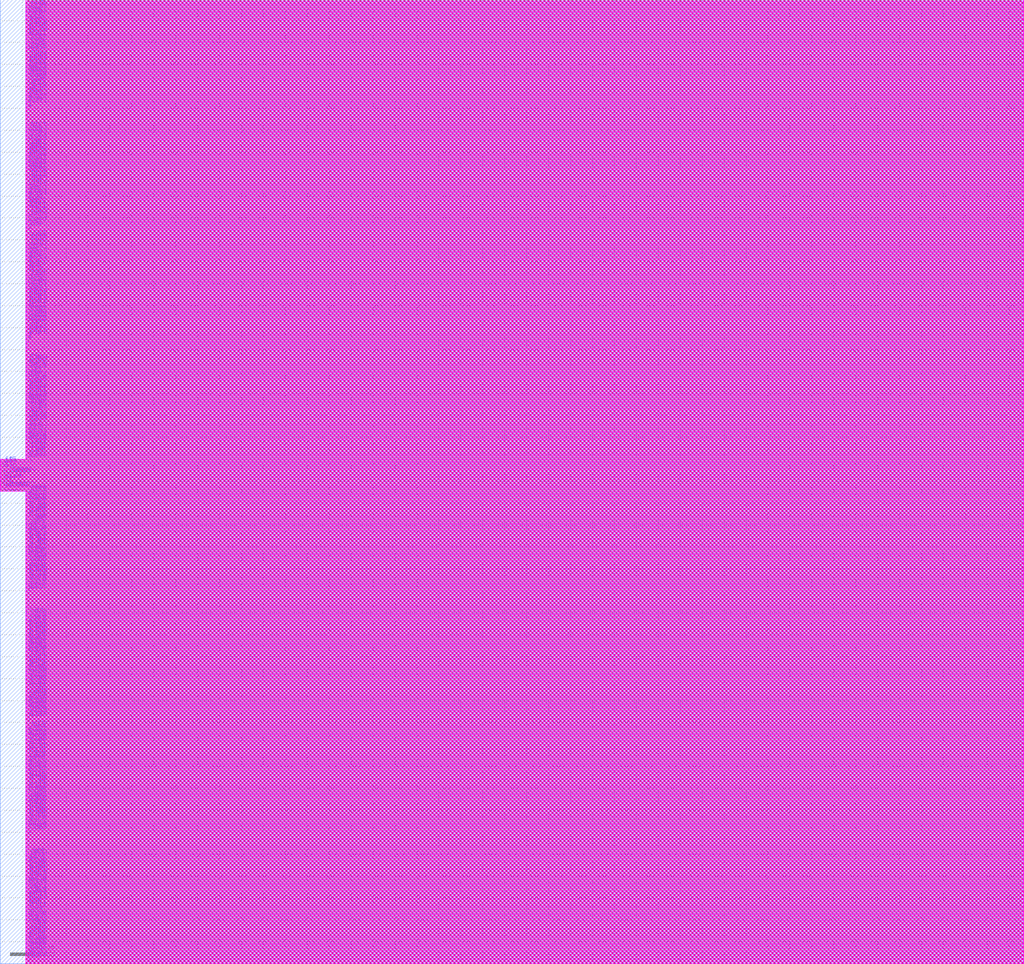
<source format=lef>
VERSION 5.7 ;
NAMESCASESENSITIVE ON ;
BUSBITCHARS "[]" ;
DIVIDERCHAR "/" ;

UNITS
  DATABASE MICRONS	2000 ;
END UNITS

MANUFACTURINGGRID	0.0025 ;

SITE core
  SIZE 0.19 BY 1.71 ;
  CLASS CORE ;
END core

LAYER metal1
  TYPE ROUTING ;
  DIRECTION HORIZONTAL ;
  PITCH 0.19 ;
  WIDTH 0.065 ;
END metal1

LAYER metal2
  TYPE ROUTING ;
  DIRECTION VERTICAL ;
  PITCH 0.19 ;
  WIDTH 0.07 ;
END metal2

LAYER metal3
  TYPE ROUTING ;
  DIRECTION HORIZONTAL ;
  PITCH 0.19 ;
  WIDTH 0.07 ;
END metal3

LAYER metal4
  TYPE ROUTING ;
  DIRECTION VERTICAL ;
  PITCH 0.285 ;
  WIDTH 0.14 ;
END metal4

MACRO INV_X1
    CLASS CORE ;
    FOREIGN INV_X1 0.000 0.000 ;
    ORIGIN 0.000 0.000 ;
    SIZE 0.760 BY 1.71 ;
    SYMMETRY X Y ;
    SITE core ;
    PIN o
        DIRECTION OUTPUT ;
        PORT
        LAYER metal1 ;
        RECT 0.465 0.150 0.53 1.255 ;
        RECT 0.415 0.150 0.61 0.28 ;
        END
    END o
    PIN a
        DIRECTION INPUT ;
        PORT
        LAYER metal1 ;
        RECT 0.210 0.340 0.34 0.405 ;
        END
    END a
END INV_X1

MACRO INV_X2
    CLASS CORE ;
    FOREIGN INV_X2 0.000 0.000 ;
    ORIGIN 0.000 0.000 ;
    SIZE 1.520 BY 1.71 ;
    SYMMETRY X Y ;
    SITE core ;
    PIN o
        DIRECTION OUTPUT ;
        PORT
        LAYER metal1 ;
        RECT 0.925 0.150 1.12 1.255 ;
        RECT 0.835 0.150 1.225 0.28 ;
        END
    END o
    PIN a
        DIRECTION INPUT ;
        PORT
        LAYER metal1 ;
        RECT 0.420 0.340 0.68 0.405 ;
        END
    END a
END INV_X2

MACRO INV_X3
    CLASS CORE ;
    FOREIGN INV_X3 0.000 0.000 ;
    ORIGIN 0.000 0.000 ;
    SIZE 1.900 BY 1.71 ;
    SYMMETRY X Y ;
    SITE core ;
    PIN o
        DIRECTION OUTPUT ;
        PORT
        LAYER metal1 ;
        RECT 1.160 0.150 1.355 1.255 ;
        RECT 1.040 0.150 1.495 0.28 ;
        END
    END o
    PIN a
        DIRECTION INPUT ;
        PORT
        LAYER metal1 ;
        RECT 0.525 0.340 0.85 0.405 ;
        END
    END a
END INV_X3

MACRO INV_X4
    CLASS CORE ;
    FOREIGN INV_X4 0.000 0.000 ;
    ORIGIN 0.000 0.000 ;
    SIZE 1.900 BY 1.71 ;
    SYMMETRY X Y ;
    SITE core ;
    PIN o
        DIRECTION OUTPUT ;
        PORT
        LAYER metal1 ;
        RECT 1.160 0.150 1.355 1.255 ;
        RECT 1.040 0.150 1.495 0.28 ;
        END
    END o
    PIN a
        DIRECTION INPUT ;
        PORT
        LAYER metal1 ;
        RECT 0.525 0.340 0.85 0.405 ;
        END
    END a
END INV_X4

MACRO INV_X6
    CLASS CORE ;
    FOREIGN INV_X6 0.000 0.000 ;
    ORIGIN 0.000 0.000 ;
    SIZE 2.280 BY 1.71 ;
    SYMMETRY X Y ;
    SITE core ;
    PIN o
        DIRECTION OUTPUT ;
        PORT
        LAYER metal1 ;
        RECT 1.390 0.150 1.65 1.255 ;
        RECT 1.250 0.150 1.77 0.28 ;
        END
    END o
    PIN a
        DIRECTION INPUT ;
        PORT
        LAYER metal1 ;
        RECT 0.630 0.340 1.02 0.405 ;
        END
    END a
END INV_X6

MACRO INV_X8
    CLASS CORE ;
    FOREIGN INV_X8 0.000 0.000 ;
    ORIGIN 0.000 0.000 ;
    SIZE 2.660 BY 1.71 ;
    SYMMETRY X Y ;
    SITE core ;
    PIN o
        DIRECTION OUTPUT ;
        PORT
        LAYER metal1 ;
        RECT 1.620 0.150 1.945 1.255 ;
        RECT 1.460 0.150 2.11 0.28 ;
        END
    END o
    PIN a
        DIRECTION INPUT ;
        PORT
        LAYER metal1 ;
        RECT 0.735 0.340 1.19 0.405 ;
        END
    END a
END INV_X8

MACRO INV_X10
    CLASS CORE ;
    FOREIGN INV_X10 0.000 0.000 ;
    ORIGIN 0.000 0.000 ;
    SIZE 2.660 BY 1.71 ;
    SYMMETRY X Y ;
    SITE core ;
    PIN o
        DIRECTION OUTPUT ;
        PORT
        LAYER metal1 ;
        RECT 1.620 0.150 1.945 1.255 ;
        RECT 1.460 0.150 2.11 0.28 ;
        END
    END o
    PIN a
        DIRECTION INPUT ;
        PORT
        LAYER metal1 ;
        RECT 0.735 0.340 1.19 0.405 ;
        END
    END a
END INV_X10

MACRO INV_X20
    CLASS CORE ;
    FOREIGN INV_X20 0.000 0.000 ;
    ORIGIN 0.000 0.000 ;
    SIZE 3.800 BY 1.71 ;
    SYMMETRY X Y ;
    SITE core ;
    PIN o
        DIRECTION OUTPUT ;
        PORT
        LAYER metal1 ;
        RECT 2.315 0.150 2.77 1.255 ;
        RECT 2.085 0.150 2.995 0.28 ;
        END
    END o
    PIN a
        DIRECTION INPUT ;
        PORT
        LAYER metal1 ;
        RECT 1.050 0.340 1.7 0.405 ;
        END
    END a
END INV_X20

MACRO INV_X40
    CLASS CORE ;
    FOREIGN INV_X40 0.000 0.000 ;
    ORIGIN 0.000 0.000 ;
    SIZE 4.940 BY 1.71 ;
    SYMMETRY X Y ;
    SITE core ;
    PIN o
        DIRECTION OUTPUT ;
        PORT
        LAYER metal1 ;
        RECT 3.010 0.150 3.595 1.255 ;
        RECT 2.710 0.150 3.88 0.28 ;
        END
    END o
    PIN a
        DIRECTION INPUT ;
        PORT
        LAYER metal1 ;
        RECT 1.365 0.340 2.21 0.405 ;
        END
    END a
END INV_X40

MACRO INV_X80
    CLASS CORE ;
    FOREIGN INV_X80 0.000 0.000 ;
    ORIGIN 0.000 0.000 ;
    SIZE 6.840 BY 1.71 ;
    SYMMETRY X Y ;
    SITE core ;
    PIN o
        DIRECTION OUTPUT ;
        PORT
        LAYER metal1 ;
        RECT 4.170 0.150 4.95 1.255 ;
        RECT 3.750 0.150 5.375 0.28 ;
        END
    END o
    PIN a
        DIRECTION INPUT ;
        PORT
        LAYER metal1 ;
        RECT 1.890 0.340 3.06 0.405 ;
        END
    END a
END INV_X80

MACRO INV_Y1
    CLASS CORE ;
    FOREIGN INV_Y1 0.000 0.000 ;
    ORIGIN 0.000 0.000 ;
    SIZE 0.760 BY 1.71 ;
    SYMMETRY X Y ;
    SITE core ;
    PIN o
        DIRECTION OUTPUT ;
        PORT
        LAYER metal1 ;
        RECT 0.465 0.150 0.53 1.255 ;
        RECT 0.415 0.150 0.61 0.28 ;
        END
    END o
    PIN a
        DIRECTION INPUT ;
        PORT
        LAYER metal1 ;
        RECT 0.210 0.340 0.34 0.405 ;
        END
    END a
END INV_Y1

MACRO INV_Y2
    CLASS CORE ;
    FOREIGN INV_Y2 0.000 0.000 ;
    ORIGIN 0.000 0.000 ;
    SIZE 1.520 BY 1.71 ;
    SYMMETRY X Y ;
    SITE core ;
    PIN o
        DIRECTION OUTPUT ;
        PORT
        LAYER metal1 ;
        RECT 0.925 0.150 1.12 1.255 ;
        RECT 0.835 0.150 1.225 0.28 ;
        END
    END o
    PIN a
        DIRECTION INPUT ;
        PORT
        LAYER metal1 ;
        RECT 0.420 0.340 0.68 0.405 ;
        END
    END a
END INV_Y2

MACRO INV_Y3
    CLASS CORE ;
    FOREIGN INV_Y3 0.000 0.000 ;
    ORIGIN 0.000 0.000 ;
    SIZE 1.900 BY 1.71 ;
    SYMMETRY X Y ;
    SITE core ;
    PIN o
        DIRECTION OUTPUT ;
        PORT
        LAYER metal1 ;
        RECT 1.160 0.150 1.355 1.255 ;
        RECT 1.040 0.150 1.495 0.28 ;
        END
    END o
    PIN a
        DIRECTION INPUT ;
        PORT
        LAYER metal1 ;
        RECT 0.525 0.340 0.85 0.405 ;
        END
    END a
END INV_Y3

MACRO INV_Y4
    CLASS CORE ;
    FOREIGN INV_Y4 0.000 0.000 ;
    ORIGIN 0.000 0.000 ;
    SIZE 1.900 BY 1.71 ;
    SYMMETRY X Y ;
    SITE core ;
    PIN o
        DIRECTION OUTPUT ;
        PORT
        LAYER metal1 ;
        RECT 1.160 0.150 1.355 1.255 ;
        RECT 1.040 0.150 1.495 0.28 ;
        END
    END o
    PIN a
        DIRECTION INPUT ;
        PORT
        LAYER metal1 ;
        RECT 0.525 0.340 0.85 0.405 ;
        END
    END a
END INV_Y4

MACRO INV_Y6
    CLASS CORE ;
    FOREIGN INV_Y6 0.000 0.000 ;
    ORIGIN 0.000 0.000 ;
    SIZE 2.280 BY 1.71 ;
    SYMMETRY X Y ;
    SITE core ;
    PIN o
        DIRECTION OUTPUT ;
        PORT
        LAYER metal1 ;
        RECT 1.390 0.150 1.65 1.255 ;
        RECT 1.250 0.150 1.77 0.28 ;
        END
    END o
    PIN a
        DIRECTION INPUT ;
        PORT
        LAYER metal1 ;
        RECT 0.630 0.340 1.02 0.405 ;
        END
    END a
END INV_Y6

MACRO INV_Y8
    CLASS CORE ;
    FOREIGN INV_Y8 0.000 0.000 ;
    ORIGIN 0.000 0.000 ;
    SIZE 2.660 BY 1.71 ;
    SYMMETRY X Y ;
    SITE core ;
    PIN o
        DIRECTION OUTPUT ;
        PORT
        LAYER metal1 ;
        RECT 1.620 0.150 1.945 1.255 ;
        RECT 1.460 0.150 2.11 0.28 ;
        END
    END o
    PIN a
        DIRECTION INPUT ;
        PORT
        LAYER metal1 ;
        RECT 0.735 0.340 1.19 0.405 ;
        END
    END a
END INV_Y8

MACRO INV_Y10
    CLASS CORE ;
    FOREIGN INV_Y10 0.000 0.000 ;
    ORIGIN 0.000 0.000 ;
    SIZE 2.660 BY 1.71 ;
    SYMMETRY X Y ;
    SITE core ;
    PIN o
        DIRECTION OUTPUT ;
        PORT
        LAYER metal1 ;
        RECT 1.620 0.150 1.945 1.255 ;
        RECT 1.460 0.150 2.11 0.28 ;
        END
    END o
    PIN a
        DIRECTION INPUT ;
        PORT
        LAYER metal1 ;
        RECT 0.735 0.340 1.19 0.405 ;
        END
    END a
END INV_Y10

MACRO INV_Y20
    CLASS CORE ;
    FOREIGN INV_Y20 0.000 0.000 ;
    ORIGIN 0.000 0.000 ;
    SIZE 3.800 BY 1.71 ;
    SYMMETRY X Y ;
    SITE core ;
    PIN o
        DIRECTION OUTPUT ;
        PORT
        LAYER metal1 ;
        RECT 2.315 0.150 2.77 1.255 ;
        RECT 2.085 0.150 2.995 0.28 ;
        END
    END o
    PIN a
        DIRECTION INPUT ;
        PORT
        LAYER metal1 ;
        RECT 1.050 0.340 1.7 0.405 ;
        END
    END a
END INV_Y20

MACRO INV_Y40
    CLASS CORE ;
    FOREIGN INV_Y40 0.000 0.000 ;
    ORIGIN 0.000 0.000 ;
    SIZE 4.940 BY 1.71 ;
    SYMMETRY X Y ;
    SITE core ;
    PIN o
        DIRECTION OUTPUT ;
        PORT
        LAYER metal1 ;
        RECT 3.010 0.150 3.595 1.255 ;
        RECT 2.710 0.150 3.88 0.28 ;
        END
    END o
    PIN a
        DIRECTION INPUT ;
        PORT
        LAYER metal1 ;
        RECT 1.365 0.340 2.21 0.405 ;
        END
    END a
END INV_Y40

MACRO INV_Y80
    CLASS CORE ;
    FOREIGN INV_Y80 0.000 0.000 ;
    ORIGIN 0.000 0.000 ;
    SIZE 6.840 BY 1.71 ;
    SYMMETRY X Y ;
    SITE core ;
    PIN o
        DIRECTION OUTPUT ;
        PORT
        LAYER metal1 ;
        RECT 4.170 0.150 4.95 1.255 ;
        RECT 3.750 0.150 5.375 0.28 ;
        END
    END o
    PIN a
        DIRECTION INPUT ;
        PORT
        LAYER metal1 ;
        RECT 1.890 0.340 3.06 0.405 ;
        END
    END a
END INV_Y80

MACRO INV_Z1
    CLASS CORE ;
    FOREIGN INV_Z1 0.000 0.000 ;
    ORIGIN 0.000 0.000 ;
    SIZE 0.760 BY 1.71 ;
    SYMMETRY X Y ;
    SITE core ;
    PIN o
        DIRECTION OUTPUT ;
        PORT
        LAYER metal1 ;
        RECT 0.465 0.150 0.53 1.255 ;
        RECT 0.415 0.150 0.61 0.28 ;
        END
    END o
    PIN a
        DIRECTION INPUT ;
        PORT
        LAYER metal1 ;
        RECT 0.210 0.340 0.34 0.405 ;
        END
    END a
END INV_Z1

MACRO INV_Z2
    CLASS CORE ;
    FOREIGN INV_Z2 0.000 0.000 ;
    ORIGIN 0.000 0.000 ;
    SIZE 1.520 BY 1.71 ;
    SYMMETRY X Y ;
    SITE core ;
    PIN o
        DIRECTION OUTPUT ;
        PORT
        LAYER metal1 ;
        RECT 0.925 0.150 1.12 1.255 ;
        RECT 0.835 0.150 1.225 0.28 ;
        END
    END o
    PIN a
        DIRECTION INPUT ;
        PORT
        LAYER metal1 ;
        RECT 0.420 0.340 0.68 0.405 ;
        END
    END a
END INV_Z2

MACRO INV_Z3
    CLASS CORE ;
    FOREIGN INV_Z3 0.000 0.000 ;
    ORIGIN 0.000 0.000 ;
    SIZE 1.900 BY 1.71 ;
    SYMMETRY X Y ;
    SITE core ;
    PIN o
        DIRECTION OUTPUT ;
        PORT
        LAYER metal1 ;
        RECT 1.160 0.150 1.355 1.255 ;
        RECT 1.040 0.150 1.495 0.28 ;
        END
    END o
    PIN a
        DIRECTION INPUT ;
        PORT
        LAYER metal1 ;
        RECT 0.525 0.340 0.85 0.405 ;
        END
    END a
END INV_Z3

MACRO INV_Z4
    CLASS CORE ;
    FOREIGN INV_Z4 0.000 0.000 ;
    ORIGIN 0.000 0.000 ;
    SIZE 1.900 BY 1.71 ;
    SYMMETRY X Y ;
    SITE core ;
    PIN o
        DIRECTION OUTPUT ;
        PORT
        LAYER metal1 ;
        RECT 1.160 0.150 1.355 1.255 ;
        RECT 1.040 0.150 1.495 0.28 ;
        END
    END o
    PIN a
        DIRECTION INPUT ;
        PORT
        LAYER metal1 ;
        RECT 0.525 0.340 0.85 0.405 ;
        END
    END a
END INV_Z4

MACRO INV_Z6
    CLASS CORE ;
    FOREIGN INV_Z6 0.000 0.000 ;
    ORIGIN 0.000 0.000 ;
    SIZE 2.280 BY 1.71 ;
    SYMMETRY X Y ;
    SITE core ;
    PIN o
        DIRECTION OUTPUT ;
        PORT
        LAYER metal1 ;
        RECT 1.390 0.150 1.65 1.255 ;
        RECT 1.250 0.150 1.77 0.28 ;
        END
    END o
    PIN a
        DIRECTION INPUT ;
        PORT
        LAYER metal1 ;
        RECT 0.630 0.340 1.02 0.405 ;
        END
    END a
END INV_Z6

MACRO INV_Z8
    CLASS CORE ;
    FOREIGN INV_Z8 0.000 0.000 ;
    ORIGIN 0.000 0.000 ;
    SIZE 2.660 BY 1.71 ;
    SYMMETRY X Y ;
    SITE core ;
    PIN o
        DIRECTION OUTPUT ;
        PORT
        LAYER metal1 ;
        RECT 1.620 0.150 1.945 1.255 ;
        RECT 1.460 0.150 2.11 0.28 ;
        END
    END o
    PIN a
        DIRECTION INPUT ;
        PORT
        LAYER metal1 ;
        RECT 0.735 0.340 1.19 0.405 ;
        END
    END a
END INV_Z8

MACRO INV_Z10
    CLASS CORE ;
    FOREIGN INV_Z10 0.000 0.000 ;
    ORIGIN 0.000 0.000 ;
    SIZE 2.660 BY 1.71 ;
    SYMMETRY X Y ;
    SITE core ;
    PIN o
        DIRECTION OUTPUT ;
        PORT
        LAYER metal1 ;
        RECT 1.620 0.150 1.945 1.255 ;
        RECT 1.460 0.150 2.11 0.28 ;
        END
    END o
    PIN a
        DIRECTION INPUT ;
        PORT
        LAYER metal1 ;
        RECT 0.735 0.340 1.19 0.405 ;
        END
    END a
END INV_Z10

MACRO INV_Z20
    CLASS CORE ;
    FOREIGN INV_Z20 0.000 0.000 ;
    ORIGIN 0.000 0.000 ;
    SIZE 3.800 BY 1.71 ;
    SYMMETRY X Y ;
    SITE core ;
    PIN o
        DIRECTION OUTPUT ;
        PORT
        LAYER metal1 ;
        RECT 2.315 0.150 2.77 1.255 ;
        RECT 2.085 0.150 2.995 0.28 ;
        END
    END o
    PIN a
        DIRECTION INPUT ;
        PORT
        LAYER metal1 ;
        RECT 1.050 0.340 1.7 0.405 ;
        END
    END a
END INV_Z20

MACRO INV_Z40
    CLASS CORE ;
    FOREIGN INV_Z40 0.000 0.000 ;
    ORIGIN 0.000 0.000 ;
    SIZE 4.940 BY 1.71 ;
    SYMMETRY X Y ;
    SITE core ;
    PIN o
        DIRECTION OUTPUT ;
        PORT
        LAYER metal1 ;
        RECT 3.010 0.150 3.595 1.255 ;
        RECT 2.710 0.150 3.88 0.28 ;
        END
    END o
    PIN a
        DIRECTION INPUT ;
        PORT
        LAYER metal1 ;
        RECT 1.365 0.340 2.21 0.405 ;
        END
    END a
END INV_Z40

MACRO INV_Z80
    CLASS CORE ;
    FOREIGN INV_Z80 0.000 0.000 ;
    ORIGIN 0.000 0.000 ;
    SIZE 6.840 BY 1.71 ;
    SYMMETRY X Y ;
    SITE core ;
    PIN o
        DIRECTION OUTPUT ;
        PORT
        LAYER metal1 ;
        RECT 4.170 0.150 4.95 1.255 ;
        RECT 3.750 0.150 5.375 0.28 ;
        END
    END o
    PIN a
        DIRECTION INPUT ;
        PORT
        LAYER metal1 ;
        RECT 1.890 0.340 3.06 0.405 ;
        END
    END a
END INV_Z80

MACRO NAND2_X1
    CLASS CORE ;
    FOREIGN NAND2_X1 0.000 0.000 ;
    ORIGIN 0.000 0.000 ;
    SIZE 1.140 BY 1.71 ;
    SYMMETRY X Y ;
    SITE core ;
    PIN o
        DIRECTION OUTPUT ;
        PORT
        LAYER metal1 ;
        RECT 0.450 0.110 0.58 1.215 ;
        RECT 0.430 0.725 0.625 1.245 ;
        RECT 0.450 0.110 0.905 0.175 ;
        RECT 0.805 0.110 0.935 0.5 ;
        END
    END o
    PIN a
        DIRECTION INPUT ;
        PORT
        LAYER metal1 ;
        RECT 0.070 0.535 0.33 0.665 ;
        END
    END a
    PIN b
        DIRECTION INPUT ;
        PORT
        LAYER metal1 ;
        RECT 0.645 0.540 0.905 0.67 ;
        END
    END b
END NAND2_X1

MACRO NAND2_X2
    CLASS CORE ;
    FOREIGN NAND2_X2 0.000 0.000 ;
    ORIGIN 0.000 0.000 ;
    SIZE 2.660 BY 1.71 ;
    SYMMETRY X Y ;
    SITE core ;
    PIN o
        DIRECTION OUTPUT ;
        PORT
        LAYER metal1 ;
        RECT 1.050 0.110 1.31 1.215 ;
        RECT 1.000 0.725 1.455 1.245 ;
        RECT 1.050 0.110 2.09 0.175 ;
        RECT 1.875 0.110 2.135 0.5 ;
        END
    END o
    PIN a
        DIRECTION INPUT ;
        PORT
        LAYER metal1 ;
        RECT 0.160 0.535 0.81 0.665 ;
        END
    END a
    PIN b
        DIRECTION INPUT ;
        PORT
        LAYER metal1 ;
        RECT 1.505 0.540 2.09 0.67 ;
        END
    END b
END NAND2_X2

MACRO NAND2_X3
    CLASS CORE ;
    FOREIGN NAND2_X3 0.000 0.000 ;
    ORIGIN 0.000 0.000 ;
    SIZE 3.420 BY 1.71 ;
    SYMMETRY X Y ;
    SITE core ;
    PIN o
        DIRECTION OUTPUT ;
        PORT
        LAYER metal1 ;
        RECT 1.350 0.110 1.675 1.215 ;
        RECT 1.285 0.725 1.87 1.245 ;
        RECT 1.350 0.110 2.715 0.175 ;
        RECT 2.410 0.110 2.735 0.5 ;
        END
    END o
    PIN a
        DIRECTION INPUT ;
        PORT
        LAYER metal1 ;
        RECT 0.205 0.535 1.05 0.665 ;
        END
    END a
    PIN b
        DIRECTION INPUT ;
        PORT
        LAYER metal1 ;
        RECT 1.935 0.540 2.715 0.67 ;
        END
    END b
END NAND2_X3

MACRO NAND2_X4
    CLASS CORE ;
    FOREIGN NAND2_X4 0.000 0.000 ;
    ORIGIN 0.000 0.000 ;
    SIZE 3.800 BY 1.71 ;
    SYMMETRY X Y ;
    SITE core ;
    PIN o
        DIRECTION OUTPUT ;
        PORT
        LAYER metal1 ;
        RECT 1.500 0.110 1.825 1.215 ;
        RECT 1.425 0.725 2.075 1.245 ;
        RECT 1.500 0.110 2.995 0.175 ;
        RECT 2.675 0.110 3.0 0.5 ;
        END
    END o
    PIN a
        DIRECTION INPUT ;
        PORT
        LAYER metal1 ;
        RECT 0.225 0.535 1.2 0.665 ;
        END
    END a
    PIN b
        DIRECTION INPUT ;
        PORT
        LAYER metal1 ;
        RECT 2.150 0.540 2.995 0.67 ;
        END
    END b
END NAND2_X4

MACRO NAND2_X6
    CLASS CORE ;
    FOREIGN NAND2_X6 0.000 0.000 ;
    ORIGIN 0.000 0.000 ;
    SIZE 4.560 BY 1.71 ;
    SYMMETRY X Y ;
    SITE core ;
    PIN o
        DIRECTION OUTPUT ;
        PORT
        LAYER metal1 ;
        RECT 1.800 0.110 2.19 1.215 ;
        RECT 1.710 0.725 2.49 1.245 ;
        RECT 1.800 0.110 3.62 0.175 ;
        RECT 3.210 0.110 3.6 0.5 ;
        END
    END o
    PIN a
        DIRECTION INPUT ;
        PORT
        LAYER metal1 ;
        RECT 0.270 0.535 1.44 0.665 ;
        END
    END a
    PIN b
        DIRECTION INPUT ;
        PORT
        LAYER metal1 ;
        RECT 2.580 0.540 3.62 0.67 ;
        END
    END b
END NAND2_X6

MACRO NAND2_X8
    CLASS CORE ;
    FOREIGN NAND2_X8 0.000 0.000 ;
    ORIGIN 0.000 0.000 ;
    SIZE 4.940 BY 1.71 ;
    SYMMETRY X Y ;
    SITE core ;
    PIN o
        DIRECTION OUTPUT ;
        PORT
        LAYER metal1 ;
        RECT 1.950 0.110 2.405 1.215 ;
        RECT 1.855 0.725 2.7 1.245 ;
        RECT 1.950 0.110 3.9 0.175 ;
        RECT 3.480 0.110 3.935 0.5 ;
        END
    END o
    PIN a
        DIRECTION INPUT ;
        PORT
        LAYER metal1 ;
        RECT 0.290 0.535 1.525 0.665 ;
        END
    END a
    PIN b
        DIRECTION INPUT ;
        PORT
        LAYER metal1 ;
        RECT 2.795 0.540 3.9 0.67 ;
        END
    END b
END NAND2_X8

MACRO NAND2_X10
    CLASS CORE ;
    FOREIGN NAND2_X10 0.000 0.000 ;
    ORIGIN 0.000 0.000 ;
    SIZE 5.700 BY 1.71 ;
    SYMMETRY X Y ;
    SITE core ;
    PIN o
        DIRECTION OUTPUT ;
        PORT
        LAYER metal1 ;
        RECT 2.250 0.110 2.77 1.215 ;
        RECT 2.140 0.725 3.18 1.245 ;
        RECT 2.250 0.110 4.525 0.175 ;
        RECT 4.015 0.110 4.535 0.5 ;
        END
    END o
    PIN a
        DIRECTION INPUT ;
        PORT
        LAYER metal1 ;
        RECT 0.340 0.535 1.77 0.665 ;
        END
    END a
    PIN b
        DIRECTION INPUT ;
        PORT
        LAYER metal1 ;
        RECT 3.225 0.540 4.525 0.67 ;
        END
    END b
END NAND2_X10

MACRO NAND2_X20
    CLASS CORE ;
    FOREIGN NAND2_X20 0.000 0.000 ;
    ORIGIN 0.000 0.000 ;
    SIZE 7.600 BY 1.71 ;
    SYMMETRY X Y ;
    SITE core ;
    PIN o
        DIRECTION OUTPUT ;
        PORT
        LAYER metal1 ;
        RECT 3.000 0.110 3.65 1.215 ;
        RECT 2.850 0.725 4.215 1.245 ;
        RECT 3.000 0.110 5.99 0.175 ;
        RECT 5.350 0.110 6.0 0.5 ;
        END
    END o
    PIN a
        DIRECTION INPUT ;
        PORT
        LAYER metal1 ;
        RECT 0.450 0.535 2.335 0.665 ;
        END
    END a
    PIN b
        DIRECTION INPUT ;
        PORT
        LAYER metal1 ;
        RECT 4.300 0.540 6.055 0.67 ;
        END
    END b
END NAND2_X20

MACRO NAND2_X40
    CLASS CORE ;
    FOREIGN NAND2_X40 0.000 0.000 ;
    ORIGIN 0.000 0.000 ;
    SIZE 10.640 BY 1.71 ;
    SYMMETRY X Y ;
    SITE core ;
    PIN o
        DIRECTION OUTPUT ;
        PORT
        LAYER metal1 ;
        RECT 4.200 0.110 5.11 1.215 ;
        RECT 3.990 0.725 5.875 1.245 ;
        RECT 4.200 0.110 8.425 0.175 ;
        RECT 7.490 0.110 8.4 0.5 ;
        END
    END o
    PIN a
        DIRECTION INPUT ;
        PORT
        LAYER metal1 ;
        RECT 0.630 0.535 3.295 0.665 ;
        END
    END a
    PIN b
        DIRECTION INPUT ;
        PORT
        LAYER metal1 ;
        RECT 6.020 0.540 8.425 0.67 ;
        END
    END b
END NAND2_X40

MACRO NAND2_X80
    CLASS CORE ;
    FOREIGN NAND2_X80 0.000 0.000 ;
    ORIGIN 0.000 0.000 ;
    SIZE 14.440 BY 1.71 ;
    SYMMETRY X Y ;
    SITE core ;
    PIN o
        DIRECTION OUTPUT ;
        PORT
        LAYER metal1 ;
        RECT 5.700 0.110 6.935 1.215 ;
        RECT 5.415 0.725 7.95 1.245 ;
        RECT 5.700 0.110 11.42 0.175 ;
        RECT 10.165 0.110 11.4 0.5 ;
        END
    END o
    PIN a
        DIRECTION INPUT ;
        PORT
        LAYER metal1 ;
        RECT 0.855 0.535 4.495 0.665 ;
        END
    END a
    PIN b
        DIRECTION INPUT ;
        PORT
        LAYER metal1 ;
        RECT 8.170 0.540 11.42 0.67 ;
        END
    END b
END NAND2_X80

MACRO NAND2_Y01
    CLASS CORE ;
    FOREIGN NAND2_Y01 0.000 0.000 ;
    ORIGIN 0.000 0.000 ;
    SIZE 1.140 BY 1.71 ;
    SYMMETRY X Y ;
    SITE core ;
    PIN o
        DIRECTION OUTPUT ;
        PORT
        LAYER metal1 ;
        RECT 0.450 0.110 0.58 1.215 ;
        RECT 0.430 0.725 0.625 1.245 ;
        RECT 0.450 0.110 0.905 0.175 ;
        RECT 0.805 0.110 0.935 0.5 ;
        END
    END o
    PIN a
        DIRECTION INPUT ;
        PORT
        LAYER metal1 ;
        RECT 0.070 0.535 0.33 0.665 ;
        END
    END a
    PIN b
        DIRECTION INPUT ;
        PORT
        LAYER metal1 ;
        RECT 0.645 0.540 0.905 0.67 ;
        END
    END b
END NAND2_Y01

MACRO NAND2_Y02
    CLASS CORE ;
    FOREIGN NAND2_Y02 0.000 0.000 ;
    ORIGIN 0.000 0.000 ;
    SIZE 2.660 BY 1.71 ;
    SYMMETRY X Y ;
    SITE core ;
    PIN o
        DIRECTION OUTPUT ;
        PORT
        LAYER metal1 ;
        RECT 1.050 0.110 1.31 1.215 ;
        RECT 1.000 0.725 1.455 1.245 ;
        RECT 1.050 0.110 2.09 0.175 ;
        RECT 1.875 0.110 2.135 0.5 ;
        END
    END o
    PIN a
        DIRECTION INPUT ;
        PORT
        LAYER metal1 ;
        RECT 0.160 0.535 0.81 0.665 ;
        END
    END a
    PIN b
        DIRECTION INPUT ;
        PORT
        LAYER metal1 ;
        RECT 1.505 0.540 2.09 0.67 ;
        END
    END b
END NAND2_Y02

MACRO NAND2_Y03
    CLASS CORE ;
    FOREIGN NAND2_Y03 0.000 0.000 ;
    ORIGIN 0.000 0.000 ;
    SIZE 3.420 BY 1.71 ;
    SYMMETRY X Y ;
    SITE core ;
    PIN o
        DIRECTION OUTPUT ;
        PORT
        LAYER metal1 ;
        RECT 1.350 0.110 1.675 1.215 ;
        RECT 1.285 0.725 1.87 1.245 ;
        RECT 1.350 0.110 2.715 0.175 ;
        RECT 2.410 0.110 2.735 0.5 ;
        END
    END o
    PIN a
        DIRECTION INPUT ;
        PORT
        LAYER metal1 ;
        RECT 0.205 0.535 1.05 0.665 ;
        END
    END a
    PIN b
        DIRECTION INPUT ;
        PORT
        LAYER metal1 ;
        RECT 1.935 0.540 2.715 0.67 ;
        END
    END b
END NAND2_Y03

MACRO NAND2_Y04
    CLASS CORE ;
    FOREIGN NAND2_Y04 0.000 0.000 ;
    ORIGIN 0.000 0.000 ;
    SIZE 3.800 BY 1.71 ;
    SYMMETRY X Y ;
    SITE core ;
    PIN o
        DIRECTION OUTPUT ;
        PORT
        LAYER metal1 ;
        RECT 1.500 0.110 1.825 1.215 ;
        RECT 1.425 0.725 2.075 1.245 ;
        RECT 1.500 0.110 2.995 0.175 ;
        RECT 2.675 0.110 3.0 0.5 ;
        END
    END o
    PIN a
        DIRECTION INPUT ;
        PORT
        LAYER metal1 ;
        RECT 0.225 0.535 1.2 0.665 ;
        END
    END a
    PIN b
        DIRECTION INPUT ;
        PORT
        LAYER metal1 ;
        RECT 2.150 0.540 2.995 0.67 ;
        END
    END b
END NAND2_Y04

MACRO NAND2_Y06
    CLASS CORE ;
    FOREIGN NAND2_Y06 0.000 0.000 ;
    ORIGIN 0.000 0.000 ;
    SIZE 4.560 BY 1.71 ;
    SYMMETRY X Y ;
    SITE core ;
    PIN o
        DIRECTION OUTPUT ;
        PORT
        LAYER metal1 ;
        RECT 1.800 0.110 2.19 1.215 ;
        RECT 1.710 0.725 2.49 1.245 ;
        RECT 1.800 0.110 3.62 0.175 ;
        RECT 3.210 0.110 3.6 0.5 ;
        END
    END o
    PIN a
        DIRECTION INPUT ;
        PORT
        LAYER metal1 ;
        RECT 0.270 0.535 1.44 0.665 ;
        END
    END a
    PIN b
        DIRECTION INPUT ;
        PORT
        LAYER metal1 ;
        RECT 2.580 0.540 3.62 0.67 ;
        END
    END b
END NAND2_Y06

MACRO NAND2_Y08
    CLASS CORE ;
    FOREIGN NAND2_Y08 0.000 0.000 ;
    ORIGIN 0.000 0.000 ;
    SIZE 4.940 BY 1.71 ;
    SYMMETRY X Y ;
    SITE core ;
    PIN o
        DIRECTION OUTPUT ;
        PORT
        LAYER metal1 ;
        RECT 1.950 0.110 2.405 1.215 ;
        RECT 1.855 0.725 2.7 1.245 ;
        RECT 1.950 0.110 3.9 0.175 ;
        RECT 3.480 0.110 3.935 0.5 ;
        END
    END o
    PIN a
        DIRECTION INPUT ;
        PORT
        LAYER metal1 ;
        RECT 0.290 0.535 1.525 0.665 ;
        END
    END a
    PIN b
        DIRECTION INPUT ;
        PORT
        LAYER metal1 ;
        RECT 2.795 0.540 3.9 0.67 ;
        END
    END b
END NAND2_Y08

MACRO NAND2_Y10
    CLASS CORE ;
    FOREIGN NAND2_Y10 0.000 0.000 ;
    ORIGIN 0.000 0.000 ;
    SIZE 5.700 BY 1.71 ;
    SYMMETRY X Y ;
    SITE core ;
    PIN o
        DIRECTION OUTPUT ;
        PORT
        LAYER metal1 ;
        RECT 2.250 0.110 2.77 1.215 ;
        RECT 2.140 0.725 3.18 1.245 ;
        RECT 2.250 0.110 4.525 0.175 ;
        RECT 4.015 0.110 4.535 0.5 ;
        END
    END o
    PIN a
        DIRECTION INPUT ;
        PORT
        LAYER metal1 ;
        RECT 0.340 0.535 1.77 0.665 ;
        END
    END a
    PIN b
        DIRECTION INPUT ;
        PORT
        LAYER metal1 ;
        RECT 3.225 0.540 4.525 0.67 ;
        END
    END b
END NAND2_Y10

MACRO NAND2_Y20
    CLASS CORE ;
    FOREIGN NAND2_Y20 0.000 0.000 ;
    ORIGIN 0.000 0.000 ;
    SIZE 7.600 BY 1.71 ;
    SYMMETRY X Y ;
    SITE core ;
    PIN o
        DIRECTION OUTPUT ;
        PORT
        LAYER metal1 ;
        RECT 3.000 0.110 3.65 1.215 ;
        RECT 2.850 0.725 4.215 1.245 ;
        RECT 3.000 0.110 5.99 0.175 ;
        RECT 5.350 0.110 6.0 0.5 ;
        END
    END o
    PIN a
        DIRECTION INPUT ;
        PORT
        LAYER metal1 ;
        RECT 0.450 0.535 2.335 0.665 ;
        END
    END a
    PIN b
        DIRECTION INPUT ;
        PORT
        LAYER metal1 ;
        RECT 4.300 0.540 6.055 0.67 ;
        END
    END b
END NAND2_Y20

MACRO NAND2_Y40
    CLASS CORE ;
    FOREIGN NAND2_Y40 0.000 0.000 ;
    ORIGIN 0.000 0.000 ;
    SIZE 10.640 BY 1.71 ;
    SYMMETRY X Y ;
    SITE core ;
    PIN o
        DIRECTION OUTPUT ;
        PORT
        LAYER metal1 ;
        RECT 4.200 0.110 5.11 1.215 ;
        RECT 3.990 0.725 5.875 1.245 ;
        RECT 4.200 0.110 8.425 0.175 ;
        RECT 7.490 0.110 8.4 0.5 ;
        END
    END o
    PIN a
        DIRECTION INPUT ;
        PORT
        LAYER metal1 ;
        RECT 0.630 0.535 3.295 0.665 ;
        END
    END a
    PIN b
        DIRECTION INPUT ;
        PORT
        LAYER metal1 ;
        RECT 6.020 0.540 8.425 0.67 ;
        END
    END b
END NAND2_Y40

MACRO NAND2_Y80
    CLASS CORE ;
    FOREIGN NAND2_Y80 0.000 0.000 ;
    ORIGIN 0.000 0.000 ;
    SIZE 14.440 BY 1.71 ;
    SYMMETRY X Y ;
    SITE core ;
    PIN o
        DIRECTION OUTPUT ;
        PORT
        LAYER metal1 ;
        RECT 5.700 0.110 6.935 1.215 ;
        RECT 5.415 0.725 7.95 1.245 ;
        RECT 5.700 0.110 11.42 0.175 ;
        RECT 10.165 0.110 11.4 0.5 ;
        END
    END o
    PIN a
        DIRECTION INPUT ;
        PORT
        LAYER metal1 ;
        RECT 0.855 0.535 4.495 0.665 ;
        END
    END a
    PIN b
        DIRECTION INPUT ;
        PORT
        LAYER metal1 ;
        RECT 8.170 0.540 11.42 0.67 ;
        END
    END b
END NAND2_Y80

MACRO NAND2_Z01
    CLASS CORE ;
    FOREIGN NAND2_Z01 0.000 0.000 ;
    ORIGIN 0.000 0.000 ;
    SIZE 1.140 BY 1.71 ;
    SYMMETRY X Y ;
    SITE core ;
    PIN o
        DIRECTION OUTPUT ;
        PORT
        LAYER metal1 ;
        RECT 0.450 0.110 0.58 1.215 ;
        RECT 0.430 0.725 0.625 1.245 ;
        RECT 0.450 0.110 0.905 0.175 ;
        RECT 0.805 0.110 0.935 0.5 ;
        END
    END o
    PIN a
        DIRECTION INPUT ;
        PORT
        LAYER metal1 ;
        RECT 0.070 0.535 0.33 0.665 ;
        END
    END a
    PIN b
        DIRECTION INPUT ;
        PORT
        LAYER metal1 ;
        RECT 0.645 0.540 0.905 0.67 ;
        END
    END b
END NAND2_Z01

MACRO NAND2_Z02
    CLASS CORE ;
    FOREIGN NAND2_Z02 0.000 0.000 ;
    ORIGIN 0.000 0.000 ;
    SIZE 2.660 BY 1.71 ;
    SYMMETRY X Y ;
    SITE core ;
    PIN o
        DIRECTION OUTPUT ;
        PORT
        LAYER metal1 ;
        RECT 1.050 0.110 1.31 1.215 ;
        RECT 1.000 0.725 1.455 1.245 ;
        RECT 1.050 0.110 2.09 0.175 ;
        RECT 1.875 0.110 2.135 0.5 ;
        END
    END o
    PIN a
        DIRECTION INPUT ;
        PORT
        LAYER metal1 ;
        RECT 0.160 0.535 0.81 0.665 ;
        END
    END a
    PIN b
        DIRECTION INPUT ;
        PORT
        LAYER metal1 ;
        RECT 1.505 0.540 2.09 0.67 ;
        END
    END b
END NAND2_Z02

MACRO NAND2_Z03
    CLASS CORE ;
    FOREIGN NAND2_Z03 0.000 0.000 ;
    ORIGIN 0.000 0.000 ;
    SIZE 3.420 BY 1.71 ;
    SYMMETRY X Y ;
    SITE core ;
    PIN o
        DIRECTION OUTPUT ;
        PORT
        LAYER metal1 ;
        RECT 1.350 0.110 1.675 1.215 ;
        RECT 1.285 0.725 1.87 1.245 ;
        RECT 1.350 0.110 2.715 0.175 ;
        RECT 2.410 0.110 2.735 0.5 ;
        END
    END o
    PIN a
        DIRECTION INPUT ;
        PORT
        LAYER metal1 ;
        RECT 0.205 0.535 1.05 0.665 ;
        END
    END a
    PIN b
        DIRECTION INPUT ;
        PORT
        LAYER metal1 ;
        RECT 1.935 0.540 2.715 0.67 ;
        END
    END b
END NAND2_Z03

MACRO NAND2_Z04
    CLASS CORE ;
    FOREIGN NAND2_Z04 0.000 0.000 ;
    ORIGIN 0.000 0.000 ;
    SIZE 3.800 BY 1.71 ;
    SYMMETRY X Y ;
    SITE core ;
    PIN o
        DIRECTION OUTPUT ;
        PORT
        LAYER metal1 ;
        RECT 1.500 0.110 1.825 1.215 ;
        RECT 1.425 0.725 2.075 1.245 ;
        RECT 1.500 0.110 2.995 0.175 ;
        RECT 2.675 0.110 3.0 0.5 ;
        END
    END o
    PIN a
        DIRECTION INPUT ;
        PORT
        LAYER metal1 ;
        RECT 0.225 0.535 1.2 0.665 ;
        END
    END a
    PIN b
        DIRECTION INPUT ;
        PORT
        LAYER metal1 ;
        RECT 2.150 0.540 2.995 0.67 ;
        END
    END b
END NAND2_Z04

MACRO NAND2_Z06
    CLASS CORE ;
    FOREIGN NAND2_Z06 0.000 0.000 ;
    ORIGIN 0.000 0.000 ;
    SIZE 4.560 BY 1.71 ;
    SYMMETRY X Y ;
    SITE core ;
    PIN o
        DIRECTION OUTPUT ;
        PORT
        LAYER metal1 ;
        RECT 1.800 0.110 2.19 1.215 ;
        RECT 1.710 0.725 2.49 1.245 ;
        RECT 1.800 0.110 3.62 0.175 ;
        RECT 3.210 0.110 3.6 0.5 ;
        END
    END o
    PIN a
        DIRECTION INPUT ;
        PORT
        LAYER metal1 ;
        RECT 0.270 0.535 1.44 0.665 ;
        END
    END a
    PIN b
        DIRECTION INPUT ;
        PORT
        LAYER metal1 ;
        RECT 2.580 0.540 3.62 0.67 ;
        END
    END b
END NAND2_Z06

MACRO NAND2_Z08
    CLASS CORE ;
    FOREIGN NAND2_Z08 0.000 0.000 ;
    ORIGIN 0.000 0.000 ;
    SIZE 4.940 BY 1.71 ;
    SYMMETRY X Y ;
    SITE core ;
    PIN o
        DIRECTION OUTPUT ;
        PORT
        LAYER metal1 ;
        RECT 1.950 0.110 2.405 1.215 ;
        RECT 1.855 0.725 2.7 1.245 ;
        RECT 1.950 0.110 3.9 0.175 ;
        RECT 3.480 0.110 3.935 0.5 ;
        END
    END o
    PIN a
        DIRECTION INPUT ;
        PORT
        LAYER metal1 ;
        RECT 0.290 0.535 1.525 0.665 ;
        END
    END a
    PIN b
        DIRECTION INPUT ;
        PORT
        LAYER metal1 ;
        RECT 2.795 0.540 3.9 0.67 ;
        END
    END b
END NAND2_Z08

MACRO NAND2_Z10
    CLASS CORE ;
    FOREIGN NAND2_Z10 0.000 0.000 ;
    ORIGIN 0.000 0.000 ;
    SIZE 5.700 BY 1.71 ;
    SYMMETRY X Y ;
    SITE core ;
    PIN o
        DIRECTION OUTPUT ;
        PORT
        LAYER metal1 ;
        RECT 2.250 0.110 2.77 1.215 ;
        RECT 2.140 0.725 3.18 1.245 ;
        RECT 2.250 0.110 4.525 0.175 ;
        RECT 4.015 0.110 4.535 0.5 ;
        END
    END o
    PIN a
        DIRECTION INPUT ;
        PORT
        LAYER metal1 ;
        RECT 0.340 0.535 1.77 0.665 ;
        END
    END a
    PIN b
        DIRECTION INPUT ;
        PORT
        LAYER metal1 ;
        RECT 3.225 0.540 4.525 0.67 ;
        END
    END b
END NAND2_Z10

MACRO NAND2_Z20
    CLASS CORE ;
    FOREIGN NAND2_Z20 0.000 0.000 ;
    ORIGIN 0.000 0.000 ;
    SIZE 7.600 BY 1.71 ;
    SYMMETRY X Y ;
    SITE core ;
    PIN o
        DIRECTION OUTPUT ;
        PORT
        LAYER metal1 ;
        RECT 3.000 0.110 3.65 1.215 ;
        RECT 2.850 0.725 4.215 1.245 ;
        RECT 3.000 0.110 5.99 0.175 ;
        RECT 5.350 0.110 6.0 0.5 ;
        END
    END o
    PIN a
        DIRECTION INPUT ;
        PORT
        LAYER metal1 ;
        RECT 0.450 0.535 2.335 0.665 ;
        END
    END a
    PIN b
        DIRECTION INPUT ;
        PORT
        LAYER metal1 ;
        RECT 4.300 0.540 6.055 0.67 ;
        END
    END b
END NAND2_Z20

MACRO NAND2_Z40
    CLASS CORE ;
    FOREIGN NAND2_Z40 0.000 0.000 ;
    ORIGIN 0.000 0.000 ;
    SIZE 10.640 BY 1.71 ;
    SYMMETRY X Y ;
    SITE core ;
    PIN o
        DIRECTION OUTPUT ;
        PORT
        LAYER metal1 ;
        RECT 4.200 0.110 5.11 1.215 ;
        RECT 3.990 0.725 5.875 1.245 ;
        RECT 4.200 0.110 8.425 0.175 ;
        RECT 7.490 0.110 8.4 0.5 ;
        END
    END o
    PIN a
        DIRECTION INPUT ;
        PORT
        LAYER metal1 ;
        RECT 0.630 0.535 3.295 0.665 ;
        END
    END a
    PIN b
        DIRECTION INPUT ;
        PORT
        LAYER metal1 ;
        RECT 6.020 0.540 8.425 0.67 ;
        END
    END b
END NAND2_Z40

MACRO NAND2_Z80
    CLASS CORE ;
    FOREIGN NAND2_Z80 0.000 0.000 ;
    ORIGIN 0.000 0.000 ;
    SIZE 14.440 BY 1.71 ;
    SYMMETRY X Y ;
    SITE core ;
    PIN o
        DIRECTION OUTPUT ;
        PORT
        LAYER metal1 ;
        RECT 5.700 0.110 6.935 1.215 ;
        RECT 5.415 0.725 7.95 1.245 ;
        RECT 5.700 0.110 11.42 0.175 ;
        RECT 10.165 0.110 11.4 0.5 ;
        END
    END o
    PIN a
        DIRECTION INPUT ;
        PORT
        LAYER metal1 ;
        RECT 0.855 0.535 4.495 0.665 ;
        END
    END a
    PIN b
        DIRECTION INPUT ;
        PORT
        LAYER metal1 ;
        RECT 8.170 0.540 11.42 0.67 ;
        END
    END b
END NAND2_Z80

MACRO NAND3_X1
    CLASS CORE ;
    FOREIGN NAND3_X1 0.000 0.000 ;
    ORIGIN 0.000 0.000 ;
    SIZE 1.140 BY 1.71 ;
    SYMMETRY X Y ;
    SITE core ;
    PIN o
        DIRECTION OUTPUT ;
        PORT
        LAYER metal1 ;
        RECT 0.415 0.805 0.48 1.26 ;
        RECT 0.415 0.805 0.935 0.87 ;
        RECT 0.875 0.090 0.94 1.26 ;
        END
    END o
    PIN a
        DIRECTION INPUT ;
        PORT
        LAYER metal1 ;
        RECT 0.040 0.630 0.3 0.76 ;
        END
    END a
    PIN b
        DIRECTION INPUT ;
        PORT
        LAYER metal1 ;
        RECT 0.350 0.090 0.545 0.74 ;
        END
    END b
    PIN c
        DIRECTION INPUT ;
        PORT
        LAYER metal1 ;
        RECT 0.640 0.090 0.77 0.74 ;
        END
    END c
END NAND3_X1

MACRO NAND3_X2
    CLASS CORE ;
    FOREIGN NAND3_X2 0.000 0.000 ;
    ORIGIN 0.000 0.000 ;
    SIZE 2.660 BY 1.71 ;
    SYMMETRY X Y ;
    SITE core ;
    PIN o
        DIRECTION OUTPUT ;
        PORT
        LAYER metal1 ;
        RECT 0.975 0.805 1.17 1.26 ;
        RECT 0.975 0.805 2.21 0.87 ;
        RECT 2.035 0.090 2.23 1.26 ;
        END
    END o
    PIN a
        DIRECTION INPUT ;
        PORT
        LAYER metal1 ;
        RECT 0.090 0.630 0.61 0.76 ;
        END
    END a
    PIN b
        DIRECTION INPUT ;
        PORT
        LAYER metal1 ;
        RECT 0.820 0.090 1.34 0.74 ;
        END
    END b
    PIN c
        DIRECTION INPUT ;
        PORT
        LAYER metal1 ;
        RECT 1.490 0.090 1.815 0.74 ;
        END
    END c
END NAND3_X2

MACRO NAND3_X3
    CLASS CORE ;
    FOREIGN NAND3_X3 0.000 0.000 ;
    ORIGIN 0.000 0.000 ;
    SIZE 3.420 BY 1.71 ;
    SYMMETRY X Y ;
    SITE core ;
    PIN o
        DIRECTION OUTPUT ;
        PORT
        LAYER metal1 ;
        RECT 1.250 0.805 1.51 1.26 ;
        RECT 1.250 0.805 2.875 0.87 ;
        RECT 2.620 0.090 2.88 1.26 ;
        END
    END o
    PIN a
        DIRECTION INPUT ;
        PORT
        LAYER metal1 ;
        RECT 0.115 0.630 0.83 0.76 ;
        END
    END a
    PIN b
        DIRECTION INPUT ;
        PORT
        LAYER metal1 ;
        RECT 1.055 0.090 1.705 0.74 ;
        END
    END b
    PIN c
        DIRECTION INPUT ;
        PORT
        LAYER metal1 ;
        RECT 1.915 0.090 2.37 0.74 ;
        END
    END c
END NAND3_X3

MACRO NAND3_X4
    CLASS CORE ;
    FOREIGN NAND3_X4 0.000 0.000 ;
    ORIGIN 0.000 0.000 ;
    SIZE 3.800 BY 1.71 ;
    SYMMETRY X Y ;
    SITE core ;
    PIN o
        DIRECTION OUTPUT ;
        PORT
        LAYER metal1 ;
        RECT 1.390 0.805 1.65 1.26 ;
        RECT 1.390 0.805 3.145 0.87 ;
        RECT 2.910 0.090 3.17 1.26 ;
        END
    END o
    PIN a
        DIRECTION INPUT ;
        PORT
        LAYER metal1 ;
        RECT 0.130 0.630 0.91 0.76 ;
        END
    END a
    PIN b
        DIRECTION INPUT ;
        PORT
        LAYER metal1 ;
        RECT 1.170 0.090 1.885 0.74 ;
        END
    END b
    PIN c
        DIRECTION INPUT ;
        PORT
        LAYER metal1 ;
        RECT 2.130 0.090 2.65 0.74 ;
        END
    END c
END NAND3_X4

MACRO NAND3_X6
    CLASS CORE ;
    FOREIGN NAND3_X6 0.000 0.000 ;
    ORIGIN 0.000 0.000 ;
    SIZE 4.560 BY 1.71 ;
    SYMMETRY X Y ;
    SITE core ;
    PIN o
        DIRECTION OUTPUT ;
        PORT
        LAYER metal1 ;
        RECT 1.670 0.805 1.995 1.26 ;
        RECT 1.670 0.805 3.815 0.87 ;
        RECT 3.490 0.090 3.815 1.26 ;
        END
    END o
    PIN a
        DIRECTION INPUT ;
        PORT
        LAYER metal1 ;
        RECT 0.155 0.630 1.065 0.76 ;
        END
    END a
    PIN b
        DIRECTION INPUT ;
        PORT
        LAYER metal1 ;
        RECT 1.405 0.090 2.25 0.74 ;
        END
    END b
    PIN c
        DIRECTION INPUT ;
        PORT
        LAYER metal1 ;
        RECT 2.555 0.090 3.14 0.74 ;
        END
    END c
END NAND3_X6

MACRO NAND3_X8
    CLASS CORE ;
    FOREIGN NAND3_X8 0.000 0.000 ;
    ORIGIN 0.000 0.000 ;
    SIZE 4.940 BY 1.71 ;
    SYMMETRY X Y ;
    SITE core ;
    PIN o
        DIRECTION OUTPUT ;
        PORT
        LAYER metal1 ;
        RECT 1.805 0.805 2.13 1.26 ;
        RECT 1.805 0.805 4.145 0.87 ;
        RECT 3.785 0.090 4.11 1.26 ;
        END
    END o
    PIN a
        DIRECTION INPUT ;
        PORT
        LAYER metal1 ;
        RECT 0.170 0.630 1.145 0.76 ;
        END
    END a
    PIN b
        DIRECTION INPUT ;
        PORT
        LAYER metal1 ;
        RECT 1.520 0.090 2.43 0.74 ;
        END
    END b
    PIN c
        DIRECTION INPUT ;
        PORT
        LAYER metal1 ;
        RECT 2.770 0.090 3.42 0.74 ;
        END
    END c
END NAND3_X8

MACRO NAND3_X10
    CLASS CORE ;
    FOREIGN NAND3_X10 0.000 0.000 ;
    ORIGIN 0.000 0.000 ;
    SIZE 5.700 BY 1.71 ;
    SYMMETRY X Y ;
    SITE core ;
    PIN o
        DIRECTION OUTPUT ;
        PORT
        LAYER metal1 ;
        RECT 2.085 0.805 2.475 1.26 ;
        RECT 2.085 0.805 4.75 0.87 ;
        RECT 4.365 0.090 4.755 1.26 ;
        END
    END o
    PIN a
        DIRECTION INPUT ;
        PORT
        LAYER metal1 ;
        RECT 0.195 0.630 1.365 0.76 ;
        END
    END a
    PIN b
        DIRECTION INPUT ;
        PORT
        LAYER metal1 ;
        RECT 1.755 0.090 2.795 0.74 ;
        END
    END b
    PIN c
        DIRECTION INPUT ;
        PORT
        LAYER metal1 ;
        RECT 3.195 0.090 3.975 0.74 ;
        END
    END c
END NAND3_X10

MACRO NAND3_X20
    CLASS CORE ;
    FOREIGN NAND3_X20 0.000 0.000 ;
    ORIGIN 0.000 0.000 ;
    SIZE 7.600 BY 1.71 ;
    SYMMETRY X Y ;
    SITE core ;
    PIN o
        DIRECTION OUTPUT ;
        PORT
        LAYER metal1 ;
        RECT 2.780 0.805 3.3 1.26 ;
        RECT 2.780 0.805 6.355 0.87 ;
        RECT 5.820 0.090 6.34 1.26 ;
        END
    END o
    PIN a
        DIRECTION INPUT ;
        PORT
        LAYER metal1 ;
        RECT 0.260 0.630 1.755 0.76 ;
        END
    END a
    PIN b
        DIRECTION INPUT ;
        PORT
        LAYER metal1 ;
        RECT 2.340 0.090 3.77 0.74 ;
        END
    END b
    PIN c
        DIRECTION INPUT ;
        PORT
        LAYER metal1 ;
        RECT 4.260 0.090 5.235 0.74 ;
        END
    END c
END NAND3_X20

MACRO NAND3_X40
    CLASS CORE ;
    FOREIGN NAND3_X40 0.000 0.000 ;
    ORIGIN 0.000 0.000 ;
    SIZE 10.640 BY 1.71 ;
    SYMMETRY X Y ;
    SITE core ;
    PIN o
        DIRECTION OUTPUT ;
        PORT
        LAYER metal1 ;
        RECT 3.890 0.805 4.605 1.26 ;
        RECT 3.890 0.805 8.895 0.87 ;
        RECT 8.150 0.090 8.865 1.26 ;
        END
    END o
    PIN a
        DIRECTION INPUT ;
        PORT
        LAYER metal1 ;
        RECT 0.365 0.630 2.51 0.76 ;
        END
    END a
    PIN b
        DIRECTION INPUT ;
        PORT
        LAYER metal1 ;
        RECT 3.275 0.090 5.225 0.74 ;
        END
    END b
    PIN c
        DIRECTION INPUT ;
        PORT
        LAYER metal1 ;
        RECT 5.965 0.090 7.395 0.74 ;
        END
    END c
END NAND3_X40

MACRO NAND3_X80
    CLASS CORE ;
    FOREIGN NAND3_X80 0.000 0.000 ;
    ORIGIN 0.000 0.000 ;
    SIZE 14.440 BY 1.71 ;
    SYMMETRY X Y ;
    SITE core ;
    PIN o
        DIRECTION OUTPUT ;
        PORT
        LAYER metal1 ;
        RECT 5.280 0.805 6.255 1.26 ;
        RECT 5.280 0.805 12.04 0.87 ;
        RECT 11.060 0.090 12.035 1.26 ;
        END
    END o
    PIN a
        DIRECTION INPUT ;
        PORT
        LAYER metal1 ;
        RECT 0.495 0.630 3.355 0.76 ;
        END
    END a
    PIN b
        DIRECTION INPUT ;
        PORT
        LAYER metal1 ;
        RECT 4.445 0.090 7.11 0.74 ;
        END
    END b
    PIN c
        DIRECTION INPUT ;
        PORT
        LAYER metal1 ;
        RECT 8.095 0.090 9.98 0.74 ;
        END
    END c
END NAND3_X80

MACRO NAND3_Y1
    CLASS CORE ;
    FOREIGN NAND3_Y1 0.000 0.000 ;
    ORIGIN 0.000 0.000 ;
    SIZE 1.140 BY 1.71 ;
    SYMMETRY X Y ;
    SITE core ;
    PIN o
        DIRECTION OUTPUT ;
        PORT
        LAYER metal1 ;
        RECT 0.415 0.805 0.48 1.26 ;
        RECT 0.415 0.805 0.935 0.87 ;
        RECT 0.875 0.090 0.94 1.26 ;
        END
    END o
    PIN a
        DIRECTION INPUT ;
        PORT
        LAYER metal1 ;
        RECT 0.040 0.630 0.3 0.76 ;
        END
    END a
    PIN b
        DIRECTION INPUT ;
        PORT
        LAYER metal1 ;
        RECT 0.350 0.090 0.545 0.74 ;
        END
    END b
    PIN c
        DIRECTION INPUT ;
        PORT
        LAYER metal1 ;
        RECT 0.640 0.090 0.77 0.74 ;
        END
    END c
END NAND3_Y1

MACRO NAND3_Y2
    CLASS CORE ;
    FOREIGN NAND3_Y2 0.000 0.000 ;
    ORIGIN 0.000 0.000 ;
    SIZE 2.660 BY 1.71 ;
    SYMMETRY X Y ;
    SITE core ;
    PIN o
        DIRECTION OUTPUT ;
        PORT
        LAYER metal1 ;
        RECT 0.975 0.805 1.17 1.26 ;
        RECT 0.975 0.805 2.21 0.87 ;
        RECT 2.035 0.090 2.23 1.26 ;
        END
    END o
    PIN a
        DIRECTION INPUT ;
        PORT
        LAYER metal1 ;
        RECT 0.090 0.630 0.61 0.76 ;
        END
    END a
    PIN b
        DIRECTION INPUT ;
        PORT
        LAYER metal1 ;
        RECT 0.820 0.090 1.34 0.74 ;
        END
    END b
    PIN c
        DIRECTION INPUT ;
        PORT
        LAYER metal1 ;
        RECT 1.490 0.090 1.815 0.74 ;
        END
    END c
END NAND3_Y2

MACRO NAND3_Y3
    CLASS CORE ;
    FOREIGN NAND3_Y3 0.000 0.000 ;
    ORIGIN 0.000 0.000 ;
    SIZE 3.420 BY 1.71 ;
    SYMMETRY X Y ;
    SITE core ;
    PIN o
        DIRECTION OUTPUT ;
        PORT
        LAYER metal1 ;
        RECT 1.250 0.805 1.51 1.26 ;
        RECT 1.250 0.805 2.875 0.87 ;
        RECT 2.620 0.090 2.88 1.26 ;
        END
    END o
    PIN a
        DIRECTION INPUT ;
        PORT
        LAYER metal1 ;
        RECT 0.115 0.630 0.83 0.76 ;
        END
    END a
    PIN b
        DIRECTION INPUT ;
        PORT
        LAYER metal1 ;
        RECT 1.055 0.090 1.705 0.74 ;
        END
    END b
    PIN c
        DIRECTION INPUT ;
        PORT
        LAYER metal1 ;
        RECT 1.915 0.090 2.37 0.74 ;
        END
    END c
END NAND3_Y3

MACRO NAND3_Y4
    CLASS CORE ;
    FOREIGN NAND3_Y4 0.000 0.000 ;
    ORIGIN 0.000 0.000 ;
    SIZE 3.800 BY 1.71 ;
    SYMMETRY X Y ;
    SITE core ;
    PIN o
        DIRECTION OUTPUT ;
        PORT
        LAYER metal1 ;
        RECT 1.390 0.805 1.65 1.26 ;
        RECT 1.390 0.805 3.145 0.87 ;
        RECT 2.910 0.090 3.17 1.26 ;
        END
    END o
    PIN a
        DIRECTION INPUT ;
        PORT
        LAYER metal1 ;
        RECT 0.130 0.630 0.91 0.76 ;
        END
    END a
    PIN b
        DIRECTION INPUT ;
        PORT
        LAYER metal1 ;
        RECT 1.170 0.090 1.885 0.74 ;
        END
    END b
    PIN c
        DIRECTION INPUT ;
        PORT
        LAYER metal1 ;
        RECT 2.130 0.090 2.65 0.74 ;
        END
    END c
END NAND3_Y4

MACRO NAND3_Y6
    CLASS CORE ;
    FOREIGN NAND3_Y6 0.000 0.000 ;
    ORIGIN 0.000 0.000 ;
    SIZE 4.560 BY 1.71 ;
    SYMMETRY X Y ;
    SITE core ;
    PIN o
        DIRECTION OUTPUT ;
        PORT
        LAYER metal1 ;
        RECT 1.670 0.805 1.995 1.26 ;
        RECT 1.670 0.805 3.815 0.87 ;
        RECT 3.490 0.090 3.815 1.26 ;
        END
    END o
    PIN a
        DIRECTION INPUT ;
        PORT
        LAYER metal1 ;
        RECT 0.155 0.630 1.065 0.76 ;
        END
    END a
    PIN b
        DIRECTION INPUT ;
        PORT
        LAYER metal1 ;
        RECT 1.405 0.090 2.25 0.74 ;
        END
    END b
    PIN c
        DIRECTION INPUT ;
        PORT
        LAYER metal1 ;
        RECT 2.555 0.090 3.14 0.74 ;
        END
    END c
END NAND3_Y6

MACRO NAND3_Y8
    CLASS CORE ;
    FOREIGN NAND3_Y8 0.000 0.000 ;
    ORIGIN 0.000 0.000 ;
    SIZE 4.940 BY 1.71 ;
    SYMMETRY X Y ;
    SITE core ;
    PIN o
        DIRECTION OUTPUT ;
        PORT
        LAYER metal1 ;
        RECT 1.805 0.805 2.13 1.26 ;
        RECT 1.805 0.805 4.145 0.87 ;
        RECT 3.785 0.090 4.11 1.26 ;
        END
    END o
    PIN a
        DIRECTION INPUT ;
        PORT
        LAYER metal1 ;
        RECT 0.170 0.630 1.145 0.76 ;
        END
    END a
    PIN b
        DIRECTION INPUT ;
        PORT
        LAYER metal1 ;
        RECT 1.520 0.090 2.43 0.74 ;
        END
    END b
    PIN c
        DIRECTION INPUT ;
        PORT
        LAYER metal1 ;
        RECT 2.770 0.090 3.42 0.74 ;
        END
    END c
END NAND3_Y8

MACRO NAND3_Y10
    CLASS CORE ;
    FOREIGN NAND3_Y10 0.000 0.000 ;
    ORIGIN 0.000 0.000 ;
    SIZE 5.700 BY 1.71 ;
    SYMMETRY X Y ;
    SITE core ;
    PIN o
        DIRECTION OUTPUT ;
        PORT
        LAYER metal1 ;
        RECT 2.085 0.805 2.475 1.26 ;
        RECT 2.085 0.805 4.75 0.87 ;
        RECT 4.365 0.090 4.755 1.26 ;
        END
    END o
    PIN a
        DIRECTION INPUT ;
        PORT
        LAYER metal1 ;
        RECT 0.195 0.630 1.365 0.76 ;
        END
    END a
    PIN b
        DIRECTION INPUT ;
        PORT
        LAYER metal1 ;
        RECT 1.755 0.090 2.795 0.74 ;
        END
    END b
    PIN c
        DIRECTION INPUT ;
        PORT
        LAYER metal1 ;
        RECT 3.195 0.090 3.975 0.74 ;
        END
    END c
END NAND3_Y10

MACRO NAND3_Y20
    CLASS CORE ;
    FOREIGN NAND3_Y20 0.000 0.000 ;
    ORIGIN 0.000 0.000 ;
    SIZE 7.600 BY 1.71 ;
    SYMMETRY X Y ;
    SITE core ;
    PIN o
        DIRECTION OUTPUT ;
        PORT
        LAYER metal1 ;
        RECT 2.780 0.805 3.3 1.26 ;
        RECT 2.780 0.805 6.355 0.87 ;
        RECT 5.820 0.090 6.34 1.26 ;
        END
    END o
    PIN a
        DIRECTION INPUT ;
        PORT
        LAYER metal1 ;
        RECT 0.260 0.630 1.755 0.76 ;
        END
    END a
    PIN b
        DIRECTION INPUT ;
        PORT
        LAYER metal1 ;
        RECT 2.340 0.090 3.77 0.74 ;
        END
    END b
    PIN c
        DIRECTION INPUT ;
        PORT
        LAYER metal1 ;
        RECT 4.260 0.090 5.235 0.74 ;
        END
    END c
END NAND3_Y20

MACRO NAND3_Y40
    CLASS CORE ;
    FOREIGN NAND3_Y40 0.000 0.000 ;
    ORIGIN 0.000 0.000 ;
    SIZE 10.640 BY 1.71 ;
    SYMMETRY X Y ;
    SITE core ;
    PIN o
        DIRECTION OUTPUT ;
        PORT
        LAYER metal1 ;
        RECT 3.890 0.805 4.605 1.26 ;
        RECT 3.890 0.805 8.895 0.87 ;
        RECT 8.150 0.090 8.865 1.26 ;
        END
    END o
    PIN a
        DIRECTION INPUT ;
        PORT
        LAYER metal1 ;
        RECT 0.365 0.630 2.51 0.76 ;
        END
    END a
    PIN b
        DIRECTION INPUT ;
        PORT
        LAYER metal1 ;
        RECT 3.275 0.090 5.225 0.74 ;
        END
    END b
    PIN c
        DIRECTION INPUT ;
        PORT
        LAYER metal1 ;
        RECT 5.965 0.090 7.395 0.74 ;
        END
    END c
END NAND3_Y40

MACRO NAND3_Y80
    CLASS CORE ;
    FOREIGN NAND3_Y80 0.000 0.000 ;
    ORIGIN 0.000 0.000 ;
    SIZE 14.440 BY 1.71 ;
    SYMMETRY X Y ;
    SITE core ;
    PIN o
        DIRECTION OUTPUT ;
        PORT
        LAYER metal1 ;
        RECT 5.280 0.805 6.255 1.26 ;
        RECT 5.280 0.805 12.04 0.87 ;
        RECT 11.060 0.090 12.035 1.26 ;
        END
    END o
    PIN a
        DIRECTION INPUT ;
        PORT
        LAYER metal1 ;
        RECT 0.495 0.630 3.355 0.76 ;
        END
    END a
    PIN b
        DIRECTION INPUT ;
        PORT
        LAYER metal1 ;
        RECT 4.445 0.090 7.11 0.74 ;
        END
    END b
    PIN c
        DIRECTION INPUT ;
        PORT
        LAYER metal1 ;
        RECT 8.095 0.090 9.98 0.74 ;
        END
    END c
END NAND3_Y80

MACRO NAND3_Z1
    CLASS CORE ;
    FOREIGN NAND3_Z1 0.000 0.000 ;
    ORIGIN 0.000 0.000 ;
    SIZE 1.140 BY 1.71 ;
    SYMMETRY X Y ;
    SITE core ;
    PIN o
        DIRECTION OUTPUT ;
        PORT
        LAYER metal1 ;
        RECT 0.415 0.805 0.48 1.26 ;
        RECT 0.415 0.805 0.935 0.87 ;
        RECT 0.875 0.090 0.94 1.26 ;
        END
    END o
    PIN a
        DIRECTION INPUT ;
        PORT
        LAYER metal1 ;
        RECT 0.040 0.630 0.3 0.76 ;
        END
    END a
    PIN b
        DIRECTION INPUT ;
        PORT
        LAYER metal1 ;
        RECT 0.350 0.090 0.545 0.74 ;
        END
    END b
    PIN c
        DIRECTION INPUT ;
        PORT
        LAYER metal1 ;
        RECT 0.640 0.090 0.77 0.74 ;
        END
    END c
END NAND3_Z1

MACRO NAND3_Z2
    CLASS CORE ;
    FOREIGN NAND3_Z2 0.000 0.000 ;
    ORIGIN 0.000 0.000 ;
    SIZE 2.660 BY 1.71 ;
    SYMMETRY X Y ;
    SITE core ;
    PIN o
        DIRECTION OUTPUT ;
        PORT
        LAYER metal1 ;
        RECT 0.975 0.805 1.17 1.26 ;
        RECT 0.975 0.805 2.21 0.87 ;
        RECT 2.035 0.090 2.23 1.26 ;
        END
    END o
    PIN a
        DIRECTION INPUT ;
        PORT
        LAYER metal1 ;
        RECT 0.090 0.630 0.61 0.76 ;
        END
    END a
    PIN b
        DIRECTION INPUT ;
        PORT
        LAYER metal1 ;
        RECT 0.820 0.090 1.34 0.74 ;
        END
    END b
    PIN c
        DIRECTION INPUT ;
        PORT
        LAYER metal1 ;
        RECT 1.490 0.090 1.815 0.74 ;
        END
    END c
END NAND3_Z2

MACRO NAND3_Z3
    CLASS CORE ;
    FOREIGN NAND3_Z3 0.000 0.000 ;
    ORIGIN 0.000 0.000 ;
    SIZE 3.420 BY 1.71 ;
    SYMMETRY X Y ;
    SITE core ;
    PIN o
        DIRECTION OUTPUT ;
        PORT
        LAYER metal1 ;
        RECT 1.250 0.805 1.51 1.26 ;
        RECT 1.250 0.805 2.875 0.87 ;
        RECT 2.620 0.090 2.88 1.26 ;
        END
    END o
    PIN a
        DIRECTION INPUT ;
        PORT
        LAYER metal1 ;
        RECT 0.115 0.630 0.83 0.76 ;
        END
    END a
    PIN b
        DIRECTION INPUT ;
        PORT
        LAYER metal1 ;
        RECT 1.055 0.090 1.705 0.74 ;
        END
    END b
    PIN c
        DIRECTION INPUT ;
        PORT
        LAYER metal1 ;
        RECT 1.915 0.090 2.37 0.74 ;
        END
    END c
END NAND3_Z3

MACRO NAND3_Z4
    CLASS CORE ;
    FOREIGN NAND3_Z4 0.000 0.000 ;
    ORIGIN 0.000 0.000 ;
    SIZE 3.800 BY 1.71 ;
    SYMMETRY X Y ;
    SITE core ;
    PIN o
        DIRECTION OUTPUT ;
        PORT
        LAYER metal1 ;
        RECT 1.390 0.805 1.65 1.26 ;
        RECT 1.390 0.805 3.145 0.87 ;
        RECT 2.910 0.090 3.17 1.26 ;
        END
    END o
    PIN a
        DIRECTION INPUT ;
        PORT
        LAYER metal1 ;
        RECT 0.130 0.630 0.91 0.76 ;
        END
    END a
    PIN b
        DIRECTION INPUT ;
        PORT
        LAYER metal1 ;
        RECT 1.170 0.090 1.885 0.74 ;
        END
    END b
    PIN c
        DIRECTION INPUT ;
        PORT
        LAYER metal1 ;
        RECT 2.130 0.090 2.65 0.74 ;
        END
    END c
END NAND3_Z4

MACRO NAND3_Z6
    CLASS CORE ;
    FOREIGN NAND3_Z6 0.000 0.000 ;
    ORIGIN 0.000 0.000 ;
    SIZE 4.560 BY 1.71 ;
    SYMMETRY X Y ;
    SITE core ;
    PIN o
        DIRECTION OUTPUT ;
        PORT
        LAYER metal1 ;
        RECT 1.670 0.805 1.995 1.26 ;
        RECT 1.670 0.805 3.815 0.87 ;
        RECT 3.490 0.090 3.815 1.26 ;
        END
    END o
    PIN a
        DIRECTION INPUT ;
        PORT
        LAYER metal1 ;
        RECT 0.155 0.630 1.065 0.76 ;
        END
    END a
    PIN b
        DIRECTION INPUT ;
        PORT
        LAYER metal1 ;
        RECT 1.405 0.090 2.25 0.74 ;
        END
    END b
    PIN c
        DIRECTION INPUT ;
        PORT
        LAYER metal1 ;
        RECT 2.555 0.090 3.14 0.74 ;
        END
    END c
END NAND3_Z6

MACRO NAND3_Z8
    CLASS CORE ;
    FOREIGN NAND3_Z8 0.000 0.000 ;
    ORIGIN 0.000 0.000 ;
    SIZE 4.940 BY 1.71 ;
    SYMMETRY X Y ;
    SITE core ;
    PIN o
        DIRECTION OUTPUT ;
        PORT
        LAYER metal1 ;
        RECT 1.805 0.805 2.13 1.26 ;
        RECT 1.805 0.805 4.145 0.87 ;
        RECT 3.785 0.090 4.11 1.26 ;
        END
    END o
    PIN a
        DIRECTION INPUT ;
        PORT
        LAYER metal1 ;
        RECT 0.170 0.630 1.145 0.76 ;
        END
    END a
    PIN b
        DIRECTION INPUT ;
        PORT
        LAYER metal1 ;
        RECT 1.520 0.090 2.43 0.74 ;
        END
    END b
    PIN c
        DIRECTION INPUT ;
        PORT
        LAYER metal1 ;
        RECT 2.770 0.090 3.42 0.74 ;
        END
    END c
END NAND3_Z8

MACRO NAND3_Z10
    CLASS CORE ;
    FOREIGN NAND3_Z10 0.000 0.000 ;
    ORIGIN 0.000 0.000 ;
    SIZE 5.700 BY 1.71 ;
    SYMMETRY X Y ;
    SITE core ;
    PIN o
        DIRECTION OUTPUT ;
        PORT
        LAYER metal1 ;
        RECT 2.085 0.805 2.475 1.26 ;
        RECT 2.085 0.805 4.75 0.87 ;
        RECT 4.365 0.090 4.755 1.26 ;
        END
    END o
    PIN a
        DIRECTION INPUT ;
        PORT
        LAYER metal1 ;
        RECT 0.195 0.630 1.365 0.76 ;
        END
    END a
    PIN b
        DIRECTION INPUT ;
        PORT
        LAYER metal1 ;
        RECT 1.755 0.090 2.795 0.74 ;
        END
    END b
    PIN c
        DIRECTION INPUT ;
        PORT
        LAYER metal1 ;
        RECT 3.195 0.090 3.975 0.74 ;
        END
    END c
END NAND3_Z10

MACRO NAND3_Z20
    CLASS CORE ;
    FOREIGN NAND3_Z20 0.000 0.000 ;
    ORIGIN 0.000 0.000 ;
    SIZE 7.600 BY 1.71 ;
    SYMMETRY X Y ;
    SITE core ;
    PIN o
        DIRECTION OUTPUT ;
        PORT
        LAYER metal1 ;
        RECT 2.780 0.805 3.3 1.26 ;
        RECT 2.780 0.805 6.355 0.87 ;
        RECT 5.820 0.090 6.34 1.26 ;
        END
    END o
    PIN a
        DIRECTION INPUT ;
        PORT
        LAYER metal1 ;
        RECT 0.260 0.630 1.755 0.76 ;
        END
    END a
    PIN b
        DIRECTION INPUT ;
        PORT
        LAYER metal1 ;
        RECT 2.340 0.090 3.77 0.74 ;
        END
    END b
    PIN c
        DIRECTION INPUT ;
        PORT
        LAYER metal1 ;
        RECT 4.260 0.090 5.235 0.74 ;
        END
    END c
END NAND3_Z20

MACRO NAND3_Z40
    CLASS CORE ;
    FOREIGN NAND3_Z40 0.000 0.000 ;
    ORIGIN 0.000 0.000 ;
    SIZE 10.640 BY 1.71 ;
    SYMMETRY X Y ;
    SITE core ;
    PIN o
        DIRECTION OUTPUT ;
        PORT
        LAYER metal1 ;
        RECT 3.890 0.805 4.605 1.26 ;
        RECT 3.890 0.805 8.895 0.87 ;
        RECT 8.150 0.090 8.865 1.26 ;
        END
    END o
    PIN a
        DIRECTION INPUT ;
        PORT
        LAYER metal1 ;
        RECT 0.365 0.630 2.51 0.76 ;
        END
    END a
    PIN b
        DIRECTION INPUT ;
        PORT
        LAYER metal1 ;
        RECT 3.275 0.090 5.225 0.74 ;
        END
    END b
    PIN c
        DIRECTION INPUT ;
        PORT
        LAYER metal1 ;
        RECT 5.965 0.090 7.395 0.74 ;
        END
    END c
END NAND3_Z40

MACRO NAND3_Z80
    CLASS CORE ;
    FOREIGN NAND3_Z80 0.000 0.000 ;
    ORIGIN 0.000 0.000 ;
    SIZE 14.440 BY 1.71 ;
    SYMMETRY X Y ;
    SITE core ;
    PIN o
        DIRECTION OUTPUT ;
        PORT
        LAYER metal1 ;
        RECT 5.280 0.805 6.255 1.26 ;
        RECT 5.280 0.805 12.04 0.87 ;
        RECT 11.060 0.090 12.035 1.26 ;
        END
    END o
    PIN a
        DIRECTION INPUT ;
        PORT
        LAYER metal1 ;
        RECT 0.495 0.630 3.355 0.76 ;
        END
    END a
    PIN b
        DIRECTION INPUT ;
        PORT
        LAYER metal1 ;
        RECT 4.445 0.090 7.11 0.74 ;
        END
    END b
    PIN c
        DIRECTION INPUT ;
        PORT
        LAYER metal1 ;
        RECT 8.095 0.090 9.98 0.74 ;
        END
    END c
END NAND3_Z80

MACRO NAND4_X1
    CLASS CORE ;
    FOREIGN NAND4_X1 0.000 0.000 ;
    ORIGIN 0.000 0.000 ;
    SIZE 1.520 BY 1.71 ;
    SYMMETRY X Y ;
    SITE core ;
    PIN o
        DIRECTION OUTPUT ;
        PORT
        LAYER metal1 ;
        RECT 0.465 0.210 0.53 0.925 ;
        RECT 0.465 0.870 0.79 0.935 ;
        RECT 0.715 0.870 0.78 1.52 ;
        END
    END o
    PIN a
        DIRECTION INPUT ;
        PORT
        LAYER metal1 ;
        RECT 1.145 0.725 1.34 0.79 ;
        END
    END a
    PIN b
        DIRECTION INPUT ;
        PORT
        LAYER metal1 ;
        RECT 0.890 0.725 1.085 0.79 ;
        END
    END b
    PIN c
        DIRECTION INPUT ;
        PORT
        LAYER metal1 ;
        RECT 0.210 0.635 0.405 0.7 ;
        END
    END c
    PIN d
        DIRECTION INPUT ;
        PORT
        LAYER metal1 ;
        RECT 0.635 0.725 0.83 0.79 ;
        END
    END d
END NAND4_X1

MACRO NAND4_X2
    CLASS CORE ;
    FOREIGN NAND4_X2 0.000 0.000 ;
    ORIGIN 0.000 0.000 ;
    SIZE 3.040 BY 1.71 ;
    SYMMETRY X Y ;
    SITE core ;
    PIN o
        DIRECTION OUTPUT ;
        PORT
        LAYER metal1 ;
        RECT 0.925 0.210 1.12 0.925 ;
        RECT 0.925 0.870 1.575 0.935 ;
        RECT 1.435 0.870 1.63 1.52 ;
        END
    END o
    PIN a
        DIRECTION INPUT ;
        PORT
        LAYER metal1 ;
        RECT 2.285 0.725 2.61 0.79 ;
        END
    END a
    PIN b
        DIRECTION INPUT ;
        PORT
        LAYER metal1 ;
        RECT 1.780 0.725 2.105 0.79 ;
        END
    END b
    PIN c
        DIRECTION INPUT ;
        PORT
        LAYER metal1 ;
        RECT 0.420 0.635 0.745 0.7 ;
        END
    END c
    PIN d
        DIRECTION INPUT ;
        PORT
        LAYER metal1 ;
        RECT 1.275 0.725 1.6 0.79 ;
        END
    END d
END NAND4_X2

MACRO NAND4_X3
    CLASS CORE ;
    FOREIGN NAND4_X3 0.000 0.000 ;
    ORIGIN 0.000 0.000 ;
    SIZE 3.800 BY 1.71 ;
    SYMMETRY X Y ;
    SITE core ;
    PIN o
        DIRECTION OUTPUT ;
        PORT
        LAYER metal1 ;
        RECT 1.160 0.210 1.355 0.925 ;
        RECT 1.160 0.870 2.005 0.935 ;
        RECT 1.790 0.870 1.985 1.52 ;
        END
    END o
    PIN a
        DIRECTION INPUT ;
        PORT
        LAYER metal1 ;
        RECT 2.860 0.725 3.25 0.79 ;
        END
    END a
    PIN b
        DIRECTION INPUT ;
        PORT
        LAYER metal1 ;
        RECT 2.225 0.725 2.615 0.79 ;
        END
    END b
    PIN c
        DIRECTION INPUT ;
        PORT
        LAYER metal1 ;
        RECT 0.525 0.635 0.915 0.7 ;
        END
    END c
    PIN d
        DIRECTION INPUT ;
        PORT
        LAYER metal1 ;
        RECT 1.590 0.725 1.98 0.79 ;
        END
    END d
END NAND4_X3

MACRO NAND4_X4
    CLASS CORE ;
    FOREIGN NAND4_X4 0.000 0.000 ;
    ORIGIN 0.000 0.000 ;
    SIZE 4.560 BY 1.71 ;
    SYMMETRY X Y ;
    SITE core ;
    PIN o
        DIRECTION OUTPUT ;
        PORT
        LAYER metal1 ;
        RECT 1.390 0.210 1.65 0.925 ;
        RECT 1.390 0.870 2.43 0.935 ;
        RECT 2.150 0.870 2.41 1.52 ;
        END
    END o
    PIN a
        DIRECTION INPUT ;
        PORT
        LAYER metal1 ;
        RECT 3.430 0.725 3.95 0.79 ;
        END
    END a
    PIN b
        DIRECTION INPUT ;
        PORT
        LAYER metal1 ;
        RECT 2.670 0.725 3.19 0.79 ;
        END
    END b
    PIN c
        DIRECTION INPUT ;
        PORT
        LAYER metal1 ;
        RECT 0.630 0.635 1.15 0.7 ;
        END
    END c
    PIN d
        DIRECTION INPUT ;
        PORT
        LAYER metal1 ;
        RECT 1.910 0.725 2.43 0.79 ;
        END
    END d
END NAND4_X4

MACRO NAND4_X6
    CLASS CORE ;
    FOREIGN NAND4_X6 0.000 0.000 ;
    ORIGIN 0.000 0.000 ;
    SIZE 5.320 BY 1.71 ;
    SYMMETRY X Y ;
    SITE core ;
    PIN o
        DIRECTION OUTPUT ;
        PORT
        LAYER metal1 ;
        RECT 1.620 0.210 1.945 0.925 ;
        RECT 1.620 0.870 2.79 0.935 ;
        RECT 2.510 0.870 2.835 1.52 ;
        END
    END o
    PIN a
        DIRECTION INPUT ;
        PORT
        LAYER metal1 ;
        RECT 4.000 0.725 4.585 0.79 ;
        END
    END a
    PIN b
        DIRECTION INPUT ;
        PORT
        LAYER metal1 ;
        RECT 3.115 0.725 3.7 0.79 ;
        END
    END b
    PIN c
        DIRECTION INPUT ;
        PORT
        LAYER metal1 ;
        RECT 0.735 0.635 1.32 0.7 ;
        END
    END c
    PIN d
        DIRECTION INPUT ;
        PORT
        LAYER metal1 ;
        RECT 2.230 0.725 2.815 0.79 ;
        END
    END d
END NAND4_X6

MACRO NAND4_X8
    CLASS CORE ;
    FOREIGN NAND4_X8 0.000 0.000 ;
    ORIGIN 0.000 0.000 ;
    SIZE 6.080 BY 1.71 ;
    SYMMETRY X Y ;
    SITE core ;
    PIN o
        DIRECTION OUTPUT ;
        PORT
        LAYER metal1 ;
        RECT 1.855 0.210 2.18 0.925 ;
        RECT 1.855 0.870 3.22 0.935 ;
        RECT 2.865 0.870 3.19 1.52 ;
        END
    END o
    PIN a
        DIRECTION INPUT ;
        PORT
        LAYER metal1 ;
        RECT 4.575 0.725 5.225 0.79 ;
        END
    END a
    PIN b
        DIRECTION INPUT ;
        PORT
        LAYER metal1 ;
        RECT 3.560 0.725 4.21 0.79 ;
        END
    END b
    PIN c
        DIRECTION INPUT ;
        PORT
        LAYER metal1 ;
        RECT 0.840 0.635 1.49 0.7 ;
        END
    END c
    PIN d
        DIRECTION INPUT ;
        PORT
        LAYER metal1 ;
        RECT 2.545 0.725 3.195 0.79 ;
        END
    END d
END NAND4_X8

MACRO NAND4_X10
    CLASS CORE ;
    FOREIGN NAND4_X10 0.000 0.000 ;
    ORIGIN 0.000 0.000 ;
    SIZE 6.460 BY 1.71 ;
    SYMMETRY X Y ;
    SITE core ;
    PIN o
        DIRECTION OUTPUT ;
        PORT
        LAYER metal1 ;
        RECT 1.970 0.210 2.36 0.925 ;
        RECT 1.970 0.870 3.4 0.935 ;
        RECT 3.045 0.870 3.435 1.52 ;
        END
    END o
    PIN a
        DIRECTION INPUT ;
        PORT
        LAYER metal1 ;
        RECT 4.860 0.725 5.575 0.79 ;
        END
    END a
    PIN b
        DIRECTION INPUT ;
        PORT
        LAYER metal1 ;
        RECT 3.785 0.725 4.5 0.79 ;
        END
    END b
    PIN c
        DIRECTION INPUT ;
        PORT
        LAYER metal1 ;
        RECT 0.895 0.635 1.61 0.7 ;
        END
    END c
    PIN d
        DIRECTION INPUT ;
        PORT
        LAYER metal1 ;
        RECT 2.705 0.725 3.42 0.79 ;
        END
    END d
END NAND4_X10

MACRO NAND4_X20
    CLASS CORE ;
    FOREIGN NAND4_X20 0.000 0.000 ;
    ORIGIN 0.000 0.000 ;
    SIZE 8.740 BY 1.71 ;
    SYMMETRY X Y ;
    SITE core ;
    PIN o
        DIRECTION OUTPUT ;
        PORT
        LAYER metal1 ;
        RECT 2.665 0.210 3.185 0.925 ;
        RECT 2.665 0.870 4.615 0.935 ;
        RECT 4.120 0.870 4.64 1.52 ;
        END
    END o
    PIN a
        DIRECTION INPUT ;
        PORT
        LAYER metal1 ;
        RECT 6.575 0.725 7.55 0.79 ;
        END
    END a
    PIN b
        DIRECTION INPUT ;
        PORT
        LAYER metal1 ;
        RECT 5.115 0.725 6.09 0.79 ;
        END
    END b
    PIN c
        DIRECTION INPUT ;
        PORT
        LAYER metal1 ;
        RECT 1.210 0.635 2.185 0.7 ;
        END
    END c
    PIN d
        DIRECTION INPUT ;
        PORT
        LAYER metal1 ;
        RECT 3.660 0.725 4.635 0.79 ;
        END
    END d
END NAND4_X20

MACRO NAND4_X40
    CLASS CORE ;
    FOREIGN NAND4_X40 0.000 0.000 ;
    ORIGIN 0.000 0.000 ;
    SIZE 11.780 BY 1.71 ;
    SYMMETRY X Y ;
    SITE core ;
    PIN o
        DIRECTION OUTPUT ;
        PORT
        LAYER metal1 ;
        RECT 3.590 0.210 4.24 0.925 ;
        RECT 3.590 0.870 6.255 0.935 ;
        RECT 5.555 0.870 6.205 1.52 ;
        END
    END o
    PIN a
        DIRECTION INPUT ;
        PORT
        LAYER metal1 ;
        RECT 8.860 0.725 10.16 0.79 ;
        END
    END a
    PIN b
        DIRECTION INPUT ;
        PORT
        LAYER metal1 ;
        RECT 6.895 0.725 8.195 0.79 ;
        END
    END b
    PIN c
        DIRECTION INPUT ;
        PORT
        LAYER metal1 ;
        RECT 1.625 0.635 2.925 0.7 ;
        END
    END c
    PIN d
        DIRECTION INPUT ;
        PORT
        LAYER metal1 ;
        RECT 4.935 0.725 6.235 0.79 ;
        END
    END d
END NAND4_X40

MACRO NAND4_X80
    CLASS CORE ;
    FOREIGN NAND4_X80 0.000 0.000 ;
    ORIGIN 0.000 0.000 ;
    SIZE 16.340 BY 1.71 ;
    SYMMETRY X Y ;
    SITE core ;
    PIN o
        DIRECTION OUTPUT ;
        PORT
        LAYER metal1 ;
        RECT 4.980 0.210 5.89 0.925 ;
        RECT 4.980 0.870 8.62 0.935 ;
        RECT 7.705 0.870 8.615 1.52 ;
        END
    END o
    PIN a
        DIRECTION INPUT ;
        PORT
        LAYER metal1 ;
        RECT 12.290 0.725 14.11 0.79 ;
        END
    END a
    PIN b
        DIRECTION INPUT ;
        PORT
        LAYER metal1 ;
        RECT 9.565 0.725 11.385 0.79 ;
        END
    END b
    PIN c
        DIRECTION INPUT ;
        PORT
        LAYER metal1 ;
        RECT 2.255 0.635 4.075 0.7 ;
        END
    END c
    PIN d
        DIRECTION INPUT ;
        PORT
        LAYER metal1 ;
        RECT 6.845 0.725 8.665 0.79 ;
        END
    END d
END NAND4_X80

MACRO NAND4_Y1
    CLASS CORE ;
    FOREIGN NAND4_Y1 0.000 0.000 ;
    ORIGIN 0.000 0.000 ;
    SIZE 1.520 BY 1.71 ;
    SYMMETRY X Y ;
    SITE core ;
    PIN o
        DIRECTION OUTPUT ;
        PORT
        LAYER metal1 ;
        RECT 0.465 0.210 0.53 0.925 ;
        RECT 0.465 0.870 0.79 0.935 ;
        RECT 0.715 0.870 0.78 1.52 ;
        END
    END o
    PIN a
        DIRECTION INPUT ;
        PORT
        LAYER metal1 ;
        RECT 1.145 0.725 1.34 0.79 ;
        END
    END a
    PIN b
        DIRECTION INPUT ;
        PORT
        LAYER metal1 ;
        RECT 0.890 0.725 1.085 0.79 ;
        END
    END b
    PIN c
        DIRECTION INPUT ;
        PORT
        LAYER metal1 ;
        RECT 0.210 0.635 0.405 0.7 ;
        END
    END c
    PIN d
        DIRECTION INPUT ;
        PORT
        LAYER metal1 ;
        RECT 0.635 0.725 0.83 0.79 ;
        END
    END d
END NAND4_Y1

MACRO NAND4_Y2
    CLASS CORE ;
    FOREIGN NAND4_Y2 0.000 0.000 ;
    ORIGIN 0.000 0.000 ;
    SIZE 3.040 BY 1.71 ;
    SYMMETRY X Y ;
    SITE core ;
    PIN o
        DIRECTION OUTPUT ;
        PORT
        LAYER metal1 ;
        RECT 0.925 0.210 1.12 0.925 ;
        RECT 0.925 0.870 1.575 0.935 ;
        RECT 1.435 0.870 1.63 1.52 ;
        END
    END o
    PIN a
        DIRECTION INPUT ;
        PORT
        LAYER metal1 ;
        RECT 2.285 0.725 2.61 0.79 ;
        END
    END a
    PIN b
        DIRECTION INPUT ;
        PORT
        LAYER metal1 ;
        RECT 1.780 0.725 2.105 0.79 ;
        END
    END b
    PIN c
        DIRECTION INPUT ;
        PORT
        LAYER metal1 ;
        RECT 0.420 0.635 0.745 0.7 ;
        END
    END c
    PIN d
        DIRECTION INPUT ;
        PORT
        LAYER metal1 ;
        RECT 1.275 0.725 1.6 0.79 ;
        END
    END d
END NAND4_Y2

MACRO NAND4_Y3
    CLASS CORE ;
    FOREIGN NAND4_Y3 0.000 0.000 ;
    ORIGIN 0.000 0.000 ;
    SIZE 3.800 BY 1.71 ;
    SYMMETRY X Y ;
    SITE core ;
    PIN o
        DIRECTION OUTPUT ;
        PORT
        LAYER metal1 ;
        RECT 1.160 0.210 1.355 0.925 ;
        RECT 1.160 0.870 2.005 0.935 ;
        RECT 1.790 0.870 1.985 1.52 ;
        END
    END o
    PIN a
        DIRECTION INPUT ;
        PORT
        LAYER metal1 ;
        RECT 2.860 0.725 3.25 0.79 ;
        END
    END a
    PIN b
        DIRECTION INPUT ;
        PORT
        LAYER metal1 ;
        RECT 2.225 0.725 2.615 0.79 ;
        END
    END b
    PIN c
        DIRECTION INPUT ;
        PORT
        LAYER metal1 ;
        RECT 0.525 0.635 0.915 0.7 ;
        END
    END c
    PIN d
        DIRECTION INPUT ;
        PORT
        LAYER metal1 ;
        RECT 1.590 0.725 1.98 0.79 ;
        END
    END d
END NAND4_Y3

MACRO NAND4_Y4
    CLASS CORE ;
    FOREIGN NAND4_Y4 0.000 0.000 ;
    ORIGIN 0.000 0.000 ;
    SIZE 4.560 BY 1.71 ;
    SYMMETRY X Y ;
    SITE core ;
    PIN o
        DIRECTION OUTPUT ;
        PORT
        LAYER metal1 ;
        RECT 1.390 0.210 1.65 0.925 ;
        RECT 1.390 0.870 2.43 0.935 ;
        RECT 2.150 0.870 2.41 1.52 ;
        END
    END o
    PIN a
        DIRECTION INPUT ;
        PORT
        LAYER metal1 ;
        RECT 3.430 0.725 3.95 0.79 ;
        END
    END a
    PIN b
        DIRECTION INPUT ;
        PORT
        LAYER metal1 ;
        RECT 2.670 0.725 3.19 0.79 ;
        END
    END b
    PIN c
        DIRECTION INPUT ;
        PORT
        LAYER metal1 ;
        RECT 0.630 0.635 1.15 0.7 ;
        END
    END c
    PIN d
        DIRECTION INPUT ;
        PORT
        LAYER metal1 ;
        RECT 1.910 0.725 2.43 0.79 ;
        END
    END d
END NAND4_Y4

MACRO NAND4_Y6
    CLASS CORE ;
    FOREIGN NAND4_Y6 0.000 0.000 ;
    ORIGIN 0.000 0.000 ;
    SIZE 5.320 BY 1.71 ;
    SYMMETRY X Y ;
    SITE core ;
    PIN o
        DIRECTION OUTPUT ;
        PORT
        LAYER metal1 ;
        RECT 1.620 0.210 1.945 0.925 ;
        RECT 1.620 0.870 2.79 0.935 ;
        RECT 2.510 0.870 2.835 1.52 ;
        END
    END o
    PIN a
        DIRECTION INPUT ;
        PORT
        LAYER metal1 ;
        RECT 4.000 0.725 4.585 0.79 ;
        END
    END a
    PIN b
        DIRECTION INPUT ;
        PORT
        LAYER metal1 ;
        RECT 3.115 0.725 3.7 0.79 ;
        END
    END b
    PIN c
        DIRECTION INPUT ;
        PORT
        LAYER metal1 ;
        RECT 0.735 0.635 1.32 0.7 ;
        END
    END c
    PIN d
        DIRECTION INPUT ;
        PORT
        LAYER metal1 ;
        RECT 2.230 0.725 2.815 0.79 ;
        END
    END d
END NAND4_Y6

MACRO NAND4_Y8
    CLASS CORE ;
    FOREIGN NAND4_Y8 0.000 0.000 ;
    ORIGIN 0.000 0.000 ;
    SIZE 6.080 BY 1.71 ;
    SYMMETRY X Y ;
    SITE core ;
    PIN o
        DIRECTION OUTPUT ;
        PORT
        LAYER metal1 ;
        RECT 1.855 0.210 2.18 0.925 ;
        RECT 1.855 0.870 3.22 0.935 ;
        RECT 2.865 0.870 3.19 1.52 ;
        END
    END o
    PIN a
        DIRECTION INPUT ;
        PORT
        LAYER metal1 ;
        RECT 4.575 0.725 5.225 0.79 ;
        END
    END a
    PIN b
        DIRECTION INPUT ;
        PORT
        LAYER metal1 ;
        RECT 3.560 0.725 4.21 0.79 ;
        END
    END b
    PIN c
        DIRECTION INPUT ;
        PORT
        LAYER metal1 ;
        RECT 0.840 0.635 1.49 0.7 ;
        END
    END c
    PIN d
        DIRECTION INPUT ;
        PORT
        LAYER metal1 ;
        RECT 2.545 0.725 3.195 0.79 ;
        END
    END d
END NAND4_Y8

MACRO NAND4_Y10
    CLASS CORE ;
    FOREIGN NAND4_Y10 0.000 0.000 ;
    ORIGIN 0.000 0.000 ;
    SIZE 6.460 BY 1.71 ;
    SYMMETRY X Y ;
    SITE core ;
    PIN o
        DIRECTION OUTPUT ;
        PORT
        LAYER metal1 ;
        RECT 1.970 0.210 2.36 0.925 ;
        RECT 1.970 0.870 3.4 0.935 ;
        RECT 3.045 0.870 3.435 1.52 ;
        END
    END o
    PIN a
        DIRECTION INPUT ;
        PORT
        LAYER metal1 ;
        RECT 4.860 0.725 5.575 0.79 ;
        END
    END a
    PIN b
        DIRECTION INPUT ;
        PORT
        LAYER metal1 ;
        RECT 3.785 0.725 4.5 0.79 ;
        END
    END b
    PIN c
        DIRECTION INPUT ;
        PORT
        LAYER metal1 ;
        RECT 0.895 0.635 1.61 0.7 ;
        END
    END c
    PIN d
        DIRECTION INPUT ;
        PORT
        LAYER metal1 ;
        RECT 2.705 0.725 3.42 0.79 ;
        END
    END d
END NAND4_Y10

MACRO NAND4_Y20
    CLASS CORE ;
    FOREIGN NAND4_Y20 0.000 0.000 ;
    ORIGIN 0.000 0.000 ;
    SIZE 8.740 BY 1.71 ;
    SYMMETRY X Y ;
    SITE core ;
    PIN o
        DIRECTION OUTPUT ;
        PORT
        LAYER metal1 ;
        RECT 2.665 0.210 3.185 0.925 ;
        RECT 2.665 0.870 4.615 0.935 ;
        RECT 4.120 0.870 4.64 1.52 ;
        END
    END o
    PIN a
        DIRECTION INPUT ;
        PORT
        LAYER metal1 ;
        RECT 6.575 0.725 7.55 0.79 ;
        END
    END a
    PIN b
        DIRECTION INPUT ;
        PORT
        LAYER metal1 ;
        RECT 5.115 0.725 6.09 0.79 ;
        END
    END b
    PIN c
        DIRECTION INPUT ;
        PORT
        LAYER metal1 ;
        RECT 1.210 0.635 2.185 0.7 ;
        END
    END c
    PIN d
        DIRECTION INPUT ;
        PORT
        LAYER metal1 ;
        RECT 3.660 0.725 4.635 0.79 ;
        END
    END d
END NAND4_Y20

MACRO NAND4_Y40
    CLASS CORE ;
    FOREIGN NAND4_Y40 0.000 0.000 ;
    ORIGIN 0.000 0.000 ;
    SIZE 11.780 BY 1.71 ;
    SYMMETRY X Y ;
    SITE core ;
    PIN o
        DIRECTION OUTPUT ;
        PORT
        LAYER metal1 ;
        RECT 3.590 0.210 4.24 0.925 ;
        RECT 3.590 0.870 6.255 0.935 ;
        RECT 5.555 0.870 6.205 1.52 ;
        END
    END o
    PIN a
        DIRECTION INPUT ;
        PORT
        LAYER metal1 ;
        RECT 8.860 0.725 10.16 0.79 ;
        END
    END a
    PIN b
        DIRECTION INPUT ;
        PORT
        LAYER metal1 ;
        RECT 6.895 0.725 8.195 0.79 ;
        END
    END b
    PIN c
        DIRECTION INPUT ;
        PORT
        LAYER metal1 ;
        RECT 1.625 0.635 2.925 0.7 ;
        END
    END c
    PIN d
        DIRECTION INPUT ;
        PORT
        LAYER metal1 ;
        RECT 4.935 0.725 6.235 0.79 ;
        END
    END d
END NAND4_Y40

MACRO NAND4_Y80
    CLASS CORE ;
    FOREIGN NAND4_Y80 0.000 0.000 ;
    ORIGIN 0.000 0.000 ;
    SIZE 16.340 BY 1.71 ;
    SYMMETRY X Y ;
    SITE core ;
    PIN o
        DIRECTION OUTPUT ;
        PORT
        LAYER metal1 ;
        RECT 4.980 0.210 5.89 0.925 ;
        RECT 4.980 0.870 8.62 0.935 ;
        RECT 7.705 0.870 8.615 1.52 ;
        END
    END o
    PIN a
        DIRECTION INPUT ;
        PORT
        LAYER metal1 ;
        RECT 12.290 0.725 14.11 0.79 ;
        END
    END a
    PIN b
        DIRECTION INPUT ;
        PORT
        LAYER metal1 ;
        RECT 9.565 0.725 11.385 0.79 ;
        END
    END b
    PIN c
        DIRECTION INPUT ;
        PORT
        LAYER metal1 ;
        RECT 2.255 0.635 4.075 0.7 ;
        END
    END c
    PIN d
        DIRECTION INPUT ;
        PORT
        LAYER metal1 ;
        RECT 6.845 0.725 8.665 0.79 ;
        END
    END d
END NAND4_Y80

MACRO NAND4_Z1
    CLASS CORE ;
    FOREIGN NAND4_Z1 0.000 0.000 ;
    ORIGIN 0.000 0.000 ;
    SIZE 1.520 BY 1.71 ;
    SYMMETRY X Y ;
    SITE core ;
    PIN o
        DIRECTION OUTPUT ;
        PORT
        LAYER metal1 ;
        RECT 0.465 0.210 0.53 0.925 ;
        RECT 0.465 0.870 0.79 0.935 ;
        RECT 0.715 0.870 0.78 1.52 ;
        END
    END o
    PIN a
        DIRECTION INPUT ;
        PORT
        LAYER metal1 ;
        RECT 1.145 0.725 1.34 0.79 ;
        END
    END a
    PIN b
        DIRECTION INPUT ;
        PORT
        LAYER metal1 ;
        RECT 0.890 0.725 1.085 0.79 ;
        END
    END b
    PIN c
        DIRECTION INPUT ;
        PORT
        LAYER metal1 ;
        RECT 0.210 0.635 0.405 0.7 ;
        END
    END c
    PIN d
        DIRECTION INPUT ;
        PORT
        LAYER metal1 ;
        RECT 0.635 0.725 0.83 0.79 ;
        END
    END d
END NAND4_Z1

MACRO NAND4_Z2
    CLASS CORE ;
    FOREIGN NAND4_Z2 0.000 0.000 ;
    ORIGIN 0.000 0.000 ;
    SIZE 3.040 BY 1.71 ;
    SYMMETRY X Y ;
    SITE core ;
    PIN o
        DIRECTION OUTPUT ;
        PORT
        LAYER metal1 ;
        RECT 0.925 0.210 1.12 0.925 ;
        RECT 0.925 0.870 1.575 0.935 ;
        RECT 1.435 0.870 1.63 1.52 ;
        END
    END o
    PIN a
        DIRECTION INPUT ;
        PORT
        LAYER metal1 ;
        RECT 2.285 0.725 2.61 0.79 ;
        END
    END a
    PIN b
        DIRECTION INPUT ;
        PORT
        LAYER metal1 ;
        RECT 1.780 0.725 2.105 0.79 ;
        END
    END b
    PIN c
        DIRECTION INPUT ;
        PORT
        LAYER metal1 ;
        RECT 0.420 0.635 0.745 0.7 ;
        END
    END c
    PIN d
        DIRECTION INPUT ;
        PORT
        LAYER metal1 ;
        RECT 1.275 0.725 1.6 0.79 ;
        END
    END d
END NAND4_Z2

MACRO NAND4_Z3
    CLASS CORE ;
    FOREIGN NAND4_Z3 0.000 0.000 ;
    ORIGIN 0.000 0.000 ;
    SIZE 3.800 BY 1.71 ;
    SYMMETRY X Y ;
    SITE core ;
    PIN o
        DIRECTION OUTPUT ;
        PORT
        LAYER metal1 ;
        RECT 1.160 0.210 1.355 0.925 ;
        RECT 1.160 0.870 2.005 0.935 ;
        RECT 1.790 0.870 1.985 1.52 ;
        END
    END o
    PIN a
        DIRECTION INPUT ;
        PORT
        LAYER metal1 ;
        RECT 2.860 0.725 3.25 0.79 ;
        END
    END a
    PIN b
        DIRECTION INPUT ;
        PORT
        LAYER metal1 ;
        RECT 2.225 0.725 2.615 0.79 ;
        END
    END b
    PIN c
        DIRECTION INPUT ;
        PORT
        LAYER metal1 ;
        RECT 0.525 0.635 0.915 0.7 ;
        END
    END c
    PIN d
        DIRECTION INPUT ;
        PORT
        LAYER metal1 ;
        RECT 1.590 0.725 1.98 0.79 ;
        END
    END d
END NAND4_Z3

MACRO NAND4_Z4
    CLASS CORE ;
    FOREIGN NAND4_Z4 0.000 0.000 ;
    ORIGIN 0.000 0.000 ;
    SIZE 4.560 BY 1.71 ;
    SYMMETRY X Y ;
    SITE core ;
    PIN o
        DIRECTION OUTPUT ;
        PORT
        LAYER metal1 ;
        RECT 1.390 0.210 1.65 0.925 ;
        RECT 1.390 0.870 2.43 0.935 ;
        RECT 2.150 0.870 2.41 1.52 ;
        END
    END o
    PIN a
        DIRECTION INPUT ;
        PORT
        LAYER metal1 ;
        RECT 3.430 0.725 3.95 0.79 ;
        END
    END a
    PIN b
        DIRECTION INPUT ;
        PORT
        LAYER metal1 ;
        RECT 2.670 0.725 3.19 0.79 ;
        END
    END b
    PIN c
        DIRECTION INPUT ;
        PORT
        LAYER metal1 ;
        RECT 0.630 0.635 1.15 0.7 ;
        END
    END c
    PIN d
        DIRECTION INPUT ;
        PORT
        LAYER metal1 ;
        RECT 1.910 0.725 2.43 0.79 ;
        END
    END d
END NAND4_Z4

MACRO NAND4_Z6
    CLASS CORE ;
    FOREIGN NAND4_Z6 0.000 0.000 ;
    ORIGIN 0.000 0.000 ;
    SIZE 5.320 BY 1.71 ;
    SYMMETRY X Y ;
    SITE core ;
    PIN o
        DIRECTION OUTPUT ;
        PORT
        LAYER metal1 ;
        RECT 1.620 0.210 1.945 0.925 ;
        RECT 1.620 0.870 2.79 0.935 ;
        RECT 2.510 0.870 2.835 1.52 ;
        END
    END o
    PIN a
        DIRECTION INPUT ;
        PORT
        LAYER metal1 ;
        RECT 4.000 0.725 4.585 0.79 ;
        END
    END a
    PIN b
        DIRECTION INPUT ;
        PORT
        LAYER metal1 ;
        RECT 3.115 0.725 3.7 0.79 ;
        END
    END b
    PIN c
        DIRECTION INPUT ;
        PORT
        LAYER metal1 ;
        RECT 0.735 0.635 1.32 0.7 ;
        END
    END c
    PIN d
        DIRECTION INPUT ;
        PORT
        LAYER metal1 ;
        RECT 2.230 0.725 2.815 0.79 ;
        END
    END d
END NAND4_Z6

MACRO NAND4_Z8
    CLASS CORE ;
    FOREIGN NAND4_Z8 0.000 0.000 ;
    ORIGIN 0.000 0.000 ;
    SIZE 6.080 BY 1.71 ;
    SYMMETRY X Y ;
    SITE core ;
    PIN o
        DIRECTION OUTPUT ;
        PORT
        LAYER metal1 ;
        RECT 1.855 0.210 2.18 0.925 ;
        RECT 1.855 0.870 3.22 0.935 ;
        RECT 2.865 0.870 3.19 1.52 ;
        END
    END o
    PIN a
        DIRECTION INPUT ;
        PORT
        LAYER metal1 ;
        RECT 4.575 0.725 5.225 0.79 ;
        END
    END a
    PIN b
        DIRECTION INPUT ;
        PORT
        LAYER metal1 ;
        RECT 3.560 0.725 4.21 0.79 ;
        END
    END b
    PIN c
        DIRECTION INPUT ;
        PORT
        LAYER metal1 ;
        RECT 0.840 0.635 1.49 0.7 ;
        END
    END c
    PIN d
        DIRECTION INPUT ;
        PORT
        LAYER metal1 ;
        RECT 2.545 0.725 3.195 0.79 ;
        END
    END d
END NAND4_Z8

MACRO NAND4_Z10
    CLASS CORE ;
    FOREIGN NAND4_Z10 0.000 0.000 ;
    ORIGIN 0.000 0.000 ;
    SIZE 6.460 BY 1.71 ;
    SYMMETRY X Y ;
    SITE core ;
    PIN o
        DIRECTION OUTPUT ;
        PORT
        LAYER metal1 ;
        RECT 1.970 0.210 2.36 0.925 ;
        RECT 1.970 0.870 3.4 0.935 ;
        RECT 3.045 0.870 3.435 1.52 ;
        END
    END o
    PIN a
        DIRECTION INPUT ;
        PORT
        LAYER metal1 ;
        RECT 4.860 0.725 5.575 0.79 ;
        END
    END a
    PIN b
        DIRECTION INPUT ;
        PORT
        LAYER metal1 ;
        RECT 3.785 0.725 4.5 0.79 ;
        END
    END b
    PIN c
        DIRECTION INPUT ;
        PORT
        LAYER metal1 ;
        RECT 0.895 0.635 1.61 0.7 ;
        END
    END c
    PIN d
        DIRECTION INPUT ;
        PORT
        LAYER metal1 ;
        RECT 2.705 0.725 3.42 0.79 ;
        END
    END d
END NAND4_Z10

MACRO NAND4_Z20
    CLASS CORE ;
    FOREIGN NAND4_Z20 0.000 0.000 ;
    ORIGIN 0.000 0.000 ;
    SIZE 8.740 BY 1.71 ;
    SYMMETRY X Y ;
    SITE core ;
    PIN o
        DIRECTION OUTPUT ;
        PORT
        LAYER metal1 ;
        RECT 2.665 0.210 3.185 0.925 ;
        RECT 2.665 0.870 4.615 0.935 ;
        RECT 4.120 0.870 4.64 1.52 ;
        END
    END o
    PIN a
        DIRECTION INPUT ;
        PORT
        LAYER metal1 ;
        RECT 6.575 0.725 7.55 0.79 ;
        END
    END a
    PIN b
        DIRECTION INPUT ;
        PORT
        LAYER metal1 ;
        RECT 5.115 0.725 6.09 0.79 ;
        END
    END b
    PIN c
        DIRECTION INPUT ;
        PORT
        LAYER metal1 ;
        RECT 1.210 0.635 2.185 0.7 ;
        END
    END c
    PIN d
        DIRECTION INPUT ;
        PORT
        LAYER metal1 ;
        RECT 3.660 0.725 4.635 0.79 ;
        END
    END d
END NAND4_Z20

MACRO NAND4_Z40
    CLASS CORE ;
    FOREIGN NAND4_Z40 0.000 0.000 ;
    ORIGIN 0.000 0.000 ;
    SIZE 11.780 BY 1.71 ;
    SYMMETRY X Y ;
    SITE core ;
    PIN o
        DIRECTION OUTPUT ;
        PORT
        LAYER metal1 ;
        RECT 3.590 0.210 4.24 0.925 ;
        RECT 3.590 0.870 6.255 0.935 ;
        RECT 5.555 0.870 6.205 1.52 ;
        END
    END o
    PIN a
        DIRECTION INPUT ;
        PORT
        LAYER metal1 ;
        RECT 8.860 0.725 10.16 0.79 ;
        END
    END a
    PIN b
        DIRECTION INPUT ;
        PORT
        LAYER metal1 ;
        RECT 6.895 0.725 8.195 0.79 ;
        END
    END b
    PIN c
        DIRECTION INPUT ;
        PORT
        LAYER metal1 ;
        RECT 1.625 0.635 2.925 0.7 ;
        END
    END c
    PIN d
        DIRECTION INPUT ;
        PORT
        LAYER metal1 ;
        RECT 4.935 0.725 6.235 0.79 ;
        END
    END d
END NAND4_Z40

MACRO NAND4_Z80
    CLASS CORE ;
    FOREIGN NAND4_Z80 0.000 0.000 ;
    ORIGIN 0.000 0.000 ;
    SIZE 16.340 BY 1.71 ;
    SYMMETRY X Y ;
    SITE core ;
    PIN o
        DIRECTION OUTPUT ;
        PORT
        LAYER metal1 ;
        RECT 4.980 0.210 5.89 0.925 ;
        RECT 4.980 0.870 8.62 0.935 ;
        RECT 7.705 0.870 8.615 1.52 ;
        END
    END o
    PIN a
        DIRECTION INPUT ;
        PORT
        LAYER metal1 ;
        RECT 12.290 0.725 14.11 0.79 ;
        END
    END a
    PIN b
        DIRECTION INPUT ;
        PORT
        LAYER metal1 ;
        RECT 9.565 0.725 11.385 0.79 ;
        END
    END b
    PIN c
        DIRECTION INPUT ;
        PORT
        LAYER metal1 ;
        RECT 2.255 0.635 4.075 0.7 ;
        END
    END c
    PIN d
        DIRECTION INPUT ;
        PORT
        LAYER metal1 ;
        RECT 6.845 0.725 8.665 0.79 ;
        END
    END d
END NAND4_Z80

MACRO NOR2_X1
    CLASS CORE ;
    FOREIGN NOR2_X1 0.000 0.000 ;
    ORIGIN 0.000 0.000 ;
    SIZE 1.140 BY 1.71 ;
    SYMMETRY X Y ;
    SITE core ;
    PIN o
        DIRECTION OUTPUT ;
        PORT
        LAYER metal1 ;
        RECT 0.520 0.150 0.65 0.54 ;
        RECT 0.465 0.150 0.66 0.28 ;
        RECT 0.520 0.505 0.91 0.57 ;
        RECT 0.805 0.505 0.935 1.155 ;
        END
    END o
    PIN a
        DIRECTION INPUT ;
        PORT
        LAYER metal1 ;
        RECT 0.235 0.340 0.43 0.405 ;
        END
    END a
    PIN b
        DIRECTION INPUT ;
        PORT
        LAYER metal1 ;
        RECT 0.715 0.340 0.91 0.405 ;
        END
    END b
END NOR2_X1

MACRO NOR2_X2
    CLASS CORE ;
    FOREIGN NOR2_X2 0.000 0.000 ;
    ORIGIN 0.000 0.000 ;
    SIZE 2.660 BY 1.71 ;
    SYMMETRY X Y ;
    SITE core ;
    PIN o
        DIRECTION OUTPUT ;
        PORT
        LAYER metal1 ;
        RECT 1.215 0.150 1.475 0.54 ;
        RECT 1.085 0.150 1.54 0.28 ;
        RECT 1.215 0.505 2.125 0.57 ;
        RECT 1.875 0.505 2.135 1.155 ;
        END
    END o
    PIN a
        DIRECTION INPUT ;
        PORT
        LAYER metal1 ;
        RECT 0.550 0.340 1.005 0.405 ;
        END
    END a
    PIN b
        DIRECTION INPUT ;
        PORT
        LAYER metal1 ;
        RECT 1.670 0.340 2.125 0.405 ;
        END
    END b
END NOR2_X2

MACRO NOR2_X3
    CLASS CORE ;
    FOREIGN NOR2_X3 0.000 0.000 ;
    ORIGIN 0.000 0.000 ;
    SIZE 3.420 BY 1.71 ;
    SYMMETRY X Y ;
    SITE core ;
    PIN o
        DIRECTION OUTPUT ;
        PORT
        LAYER metal1 ;
        RECT 1.565 0.150 1.89 0.54 ;
        RECT 1.395 0.150 1.98 0.28 ;
        RECT 1.565 0.505 2.67 0.57 ;
        RECT 2.410 0.505 2.735 1.155 ;
        END
    END o
    PIN a
        DIRECTION INPUT ;
        PORT
        LAYER metal1 ;
        RECT 0.710 0.340 1.295 0.405 ;
        END
    END a
    PIN b
        DIRECTION INPUT ;
        PORT
        LAYER metal1 ;
        RECT 2.150 0.340 2.735 0.405 ;
        END
    END b
END NOR2_X3

MACRO NOR2_X4
    CLASS CORE ;
    FOREIGN NOR2_X4 0.000 0.000 ;
    ORIGIN 0.000 0.000 ;
    SIZE 3.800 BY 1.71 ;
    SYMMETRY X Y ;
    SITE core ;
    PIN o
        DIRECTION OUTPUT ;
        PORT
        LAYER metal1 ;
        RECT 1.740 0.150 2.065 0.54 ;
        RECT 1.550 0.150 2.2 0.28 ;
        RECT 1.740 0.505 2.975 0.57 ;
        RECT 2.675 0.505 3.0 1.155 ;
        END
    END o
    PIN a
        DIRECTION INPUT ;
        PORT
        LAYER metal1 ;
        RECT 0.790 0.340 1.44 0.405 ;
        END
    END a
    PIN b
        DIRECTION INPUT ;
        PORT
        LAYER metal1 ;
        RECT 2.390 0.340 3.04 0.405 ;
        END
    END b
END NOR2_X4

MACRO NOR2_X6
    CLASS CORE ;
    FOREIGN NOR2_X6 0.000 0.000 ;
    ORIGIN 0.000 0.000 ;
    SIZE 4.560 BY 1.71 ;
    SYMMETRY X Y ;
    SITE core ;
    PIN o
        DIRECTION OUTPUT ;
        PORT
        LAYER metal1 ;
        RECT 2.085 0.150 2.475 0.54 ;
        RECT 1.860 0.150 2.64 0.28 ;
        RECT 2.085 0.505 3.58 0.57 ;
        RECT 3.210 0.505 3.6 1.155 ;
        END
    END o
    PIN a
        DIRECTION INPUT ;
        PORT
        LAYER metal1 ;
        RECT 0.945 0.340 1.725 0.405 ;
        END
    END a
    PIN b
        DIRECTION INPUT ;
        PORT
        LAYER metal1 ;
        RECT 2.865 0.340 3.645 0.405 ;
        END
    END b
END NOR2_X6

MACRO NOR2_X8
    CLASS CORE ;
    FOREIGN NOR2_X8 0.000 0.000 ;
    ORIGIN 0.000 0.000 ;
    SIZE 4.940 BY 1.71 ;
    SYMMETRY X Y ;
    SITE core ;
    PIN o
        DIRECTION OUTPUT ;
        PORT
        LAYER metal1 ;
        RECT 2.260 0.150 2.715 0.54 ;
        RECT 2.015 0.150 2.86 0.28 ;
        RECT 2.260 0.505 3.885 0.57 ;
        RECT 3.480 0.505 3.935 1.155 ;
        END
    END o
    PIN a
        DIRECTION INPUT ;
        PORT
        LAYER metal1 ;
        RECT 1.025 0.340 1.87 0.405 ;
        END
    END a
    PIN b
        DIRECTION INPUT ;
        PORT
        LAYER metal1 ;
        RECT 3.105 0.340 3.95 0.405 ;
        END
    END b
END NOR2_X8

MACRO NOR2_X10
    CLASS CORE ;
    FOREIGN NOR2_X10 0.000 0.000 ;
    ORIGIN 0.000 0.000 ;
    SIZE 5.700 BY 1.71 ;
    SYMMETRY X Y ;
    SITE core ;
    PIN o
        DIRECTION OUTPUT ;
        PORT
        LAYER metal1 ;
        RECT 2.605 0.150 3.125 0.54 ;
        RECT 2.325 0.150 3.365 0.28 ;
        RECT 2.605 0.505 4.49 0.57 ;
        RECT 4.015 0.505 4.535 1.155 ;
        END
    END o
    PIN a
        DIRECTION INPUT ;
        PORT
        LAYER metal1 ;
        RECT 1.180 0.340 2.09 0.405 ;
        END
    END a
    PIN b
        DIRECTION INPUT ;
        PORT
        LAYER metal1 ;
        RECT 3.580 0.340 4.49 0.405 ;
        END
    END b
END NOR2_X10

MACRO NOR2_X20
    CLASS CORE ;
    FOREIGN NOR2_X20 0.000 0.000 ;
    ORIGIN 0.000 0.000 ;
    SIZE 7.600 BY 1.71 ;
    SYMMETRY X Y ;
    SITE core ;
    PIN o
        DIRECTION OUTPUT ;
        PORT
        LAYER metal1 ;
        RECT 3.475 0.150 4.125 0.54 ;
        RECT 3.100 0.150 4.465 0.28 ;
        RECT 3.475 0.505 6.01 0.57 ;
        RECT 5.350 0.505 6.0 1.155 ;
        END
    END o
    PIN a
        DIRECTION INPUT ;
        PORT
        LAYER metal1 ;
        RECT 1.575 0.340 2.81 0.405 ;
        END
    END a
    PIN b
        DIRECTION INPUT ;
        PORT
        LAYER metal1 ;
        RECT 4.775 0.340 6.01 0.405 ;
        END
    END b
END NOR2_X20

MACRO NOR2_X40
    CLASS CORE ;
    FOREIGN NOR2_X40 0.000 0.000 ;
    ORIGIN 0.000 0.000 ;
    SIZE 10.640 BY 1.71 ;
    SYMMETRY X Y ;
    SITE core ;
    PIN o
        DIRECTION OUTPUT ;
        PORT
        LAYER metal1 ;
        RECT 4.865 0.150 5.775 0.54 ;
        RECT 4.340 0.150 6.225 0.28 ;
        RECT 4.865 0.505 8.375 0.57 ;
        RECT 7.490 0.505 8.4 1.155 ;
        END
    END o
    PIN a
        DIRECTION INPUT ;
        PORT
        LAYER metal1 ;
        RECT 2.205 0.340 3.96 0.405 ;
        END
    END a
    PIN b
        DIRECTION INPUT ;
        PORT
        LAYER metal1 ;
        RECT 6.685 0.340 8.44 0.405 ;
        END
    END b
END NOR2_X40

MACRO NOR2_X80
    CLASS CORE ;
    FOREIGN NOR2_X80 0.000 0.000 ;
    ORIGIN 0.000 0.000 ;
    SIZE 14.440 BY 1.71 ;
    SYMMETRY X Y ;
    SITE core ;
    PIN o
        DIRECTION OUTPUT ;
        PORT
        LAYER metal1 ;
        RECT 6.605 0.150 7.84 0.54 ;
        RECT 5.890 0.150 8.425 0.28 ;
        RECT 6.605 0.505 11.415 0.57 ;
        RECT 10.165 0.505 11.4 1.155 ;
        END
    END o
    PIN a
        DIRECTION INPUT ;
        PORT
        LAYER metal1 ;
        RECT 2.995 0.340 5.4 0.405 ;
        END
    END a
    PIN b
        DIRECTION INPUT ;
        PORT
        LAYER metal1 ;
        RECT 9.075 0.340 11.48 0.405 ;
        END
    END b
END NOR2_X80

MACRO NOR2_Y1
    CLASS CORE ;
    FOREIGN NOR2_Y1 0.000 0.000 ;
    ORIGIN 0.000 0.000 ;
    SIZE 1.140 BY 1.71 ;
    SYMMETRY X Y ;
    SITE core ;
    PIN o
        DIRECTION OUTPUT ;
        PORT
        LAYER metal1 ;
        RECT 0.520 0.150 0.65 0.54 ;
        RECT 0.465 0.150 0.66 0.28 ;
        RECT 0.520 0.505 0.91 0.57 ;
        RECT 0.805 0.505 0.935 1.155 ;
        END
    END o
    PIN a
        DIRECTION INPUT ;
        PORT
        LAYER metal1 ;
        RECT 0.235 0.340 0.43 0.405 ;
        END
    END a
    PIN b
        DIRECTION INPUT ;
        PORT
        LAYER metal1 ;
        RECT 0.715 0.340 0.91 0.405 ;
        END
    END b
END NOR2_Y1

MACRO NOR2_Y2
    CLASS CORE ;
    FOREIGN NOR2_Y2 0.000 0.000 ;
    ORIGIN 0.000 0.000 ;
    SIZE 2.660 BY 1.71 ;
    SYMMETRY X Y ;
    SITE core ;
    PIN o
        DIRECTION OUTPUT ;
        PORT
        LAYER metal1 ;
        RECT 1.215 0.150 1.475 0.54 ;
        RECT 1.085 0.150 1.54 0.28 ;
        RECT 1.215 0.505 2.125 0.57 ;
        RECT 1.875 0.505 2.135 1.155 ;
        END
    END o
    PIN a
        DIRECTION INPUT ;
        PORT
        LAYER metal1 ;
        RECT 0.550 0.340 1.005 0.405 ;
        END
    END a
    PIN b
        DIRECTION INPUT ;
        PORT
        LAYER metal1 ;
        RECT 1.670 0.340 2.125 0.405 ;
        END
    END b
END NOR2_Y2

MACRO NOR2_Y3
    CLASS CORE ;
    FOREIGN NOR2_Y3 0.000 0.000 ;
    ORIGIN 0.000 0.000 ;
    SIZE 3.420 BY 1.71 ;
    SYMMETRY X Y ;
    SITE core ;
    PIN o
        DIRECTION OUTPUT ;
        PORT
        LAYER metal1 ;
        RECT 1.565 0.150 1.89 0.54 ;
        RECT 1.395 0.150 1.98 0.28 ;
        RECT 1.565 0.505 2.67 0.57 ;
        RECT 2.410 0.505 2.735 1.155 ;
        END
    END o
    PIN a
        DIRECTION INPUT ;
        PORT
        LAYER metal1 ;
        RECT 0.710 0.340 1.295 0.405 ;
        END
    END a
    PIN b
        DIRECTION INPUT ;
        PORT
        LAYER metal1 ;
        RECT 2.150 0.340 2.735 0.405 ;
        END
    END b
END NOR2_Y3

MACRO NOR2_Y4
    CLASS CORE ;
    FOREIGN NOR2_Y4 0.000 0.000 ;
    ORIGIN 0.000 0.000 ;
    SIZE 3.800 BY 1.71 ;
    SYMMETRY X Y ;
    SITE core ;
    PIN o
        DIRECTION OUTPUT ;
        PORT
        LAYER metal1 ;
        RECT 1.740 0.150 2.065 0.54 ;
        RECT 1.550 0.150 2.2 0.28 ;
        RECT 1.740 0.505 2.975 0.57 ;
        RECT 2.675 0.505 3.0 1.155 ;
        END
    END o
    PIN a
        DIRECTION INPUT ;
        PORT
        LAYER metal1 ;
        RECT 0.790 0.340 1.44 0.405 ;
        END
    END a
    PIN b
        DIRECTION INPUT ;
        PORT
        LAYER metal1 ;
        RECT 2.390 0.340 3.04 0.405 ;
        END
    END b
END NOR2_Y4

MACRO NOR2_Y6
    CLASS CORE ;
    FOREIGN NOR2_Y6 0.000 0.000 ;
    ORIGIN 0.000 0.000 ;
    SIZE 4.560 BY 1.71 ;
    SYMMETRY X Y ;
    SITE core ;
    PIN o
        DIRECTION OUTPUT ;
        PORT
        LAYER metal1 ;
        RECT 2.085 0.150 2.475 0.54 ;
        RECT 1.860 0.150 2.64 0.28 ;
        RECT 2.085 0.505 3.58 0.57 ;
        RECT 3.210 0.505 3.6 1.155 ;
        END
    END o
    PIN a
        DIRECTION INPUT ;
        PORT
        LAYER metal1 ;
        RECT 0.945 0.340 1.725 0.405 ;
        END
    END a
    PIN b
        DIRECTION INPUT ;
        PORT
        LAYER metal1 ;
        RECT 2.865 0.340 3.645 0.405 ;
        END
    END b
END NOR2_Y6

MACRO NOR2_Y8
    CLASS CORE ;
    FOREIGN NOR2_Y8 0.000 0.000 ;
    ORIGIN 0.000 0.000 ;
    SIZE 4.940 BY 1.71 ;
    SYMMETRY X Y ;
    SITE core ;
    PIN o
        DIRECTION OUTPUT ;
        PORT
        LAYER metal1 ;
        RECT 2.260 0.150 2.715 0.54 ;
        RECT 2.015 0.150 2.86 0.28 ;
        RECT 2.260 0.505 3.885 0.57 ;
        RECT 3.480 0.505 3.935 1.155 ;
        END
    END o
    PIN a
        DIRECTION INPUT ;
        PORT
        LAYER metal1 ;
        RECT 1.025 0.340 1.87 0.405 ;
        END
    END a
    PIN b
        DIRECTION INPUT ;
        PORT
        LAYER metal1 ;
        RECT 3.105 0.340 3.95 0.405 ;
        END
    END b
END NOR2_Y8

MACRO NOR2_Y10
    CLASS CORE ;
    FOREIGN NOR2_Y10 0.000 0.000 ;
    ORIGIN 0.000 0.000 ;
    SIZE 5.700 BY 1.71 ;
    SYMMETRY X Y ;
    SITE core ;
    PIN o
        DIRECTION OUTPUT ;
        PORT
        LAYER metal1 ;
        RECT 2.605 0.150 3.125 0.54 ;
        RECT 2.325 0.150 3.365 0.28 ;
        RECT 2.605 0.505 4.49 0.57 ;
        RECT 4.015 0.505 4.535 1.155 ;
        END
    END o
    PIN a
        DIRECTION INPUT ;
        PORT
        LAYER metal1 ;
        RECT 1.180 0.340 2.09 0.405 ;
        END
    END a
    PIN b
        DIRECTION INPUT ;
        PORT
        LAYER metal1 ;
        RECT 3.580 0.340 4.49 0.405 ;
        END
    END b
END NOR2_Y10

MACRO NOR2_Y20
    CLASS CORE ;
    FOREIGN NOR2_Y20 0.000 0.000 ;
    ORIGIN 0.000 0.000 ;
    SIZE 7.600 BY 1.71 ;
    SYMMETRY X Y ;
    SITE core ;
    PIN o
        DIRECTION OUTPUT ;
        PORT
        LAYER metal1 ;
        RECT 3.475 0.150 4.125 0.54 ;
        RECT 3.100 0.150 4.465 0.28 ;
        RECT 3.475 0.505 6.01 0.57 ;
        RECT 5.350 0.505 6.0 1.155 ;
        END
    END o
    PIN a
        DIRECTION INPUT ;
        PORT
        LAYER metal1 ;
        RECT 1.575 0.340 2.81 0.405 ;
        END
    END a
    PIN b
        DIRECTION INPUT ;
        PORT
        LAYER metal1 ;
        RECT 4.775 0.340 6.01 0.405 ;
        END
    END b
END NOR2_Y20

MACRO NOR2_Y40
    CLASS CORE ;
    FOREIGN NOR2_Y40 0.000 0.000 ;
    ORIGIN 0.000 0.000 ;
    SIZE 10.640 BY 1.71 ;
    SYMMETRY X Y ;
    SITE core ;
    PIN o
        DIRECTION OUTPUT ;
        PORT
        LAYER metal1 ;
        RECT 4.865 0.150 5.775 0.54 ;
        RECT 4.340 0.150 6.225 0.28 ;
        RECT 4.865 0.505 8.375 0.57 ;
        RECT 7.490 0.505 8.4 1.155 ;
        END
    END o
    PIN a
        DIRECTION INPUT ;
        PORT
        LAYER metal1 ;
        RECT 2.205 0.340 3.96 0.405 ;
        END
    END a
    PIN b
        DIRECTION INPUT ;
        PORT
        LAYER metal1 ;
        RECT 6.685 0.340 8.44 0.405 ;
        END
    END b
END NOR2_Y40

MACRO NOR2_Y80
    CLASS CORE ;
    FOREIGN NOR2_Y80 0.000 0.000 ;
    ORIGIN 0.000 0.000 ;
    SIZE 14.440 BY 1.71 ;
    SYMMETRY X Y ;
    SITE core ;
    PIN o
        DIRECTION OUTPUT ;
        PORT
        LAYER metal1 ;
        RECT 6.605 0.150 7.84 0.54 ;
        RECT 5.890 0.150 8.425 0.28 ;
        RECT 6.605 0.505 11.415 0.57 ;
        RECT 10.165 0.505 11.4 1.155 ;
        END
    END o
    PIN a
        DIRECTION INPUT ;
        PORT
        LAYER metal1 ;
        RECT 2.995 0.340 5.4 0.405 ;
        END
    END a
    PIN b
        DIRECTION INPUT ;
        PORT
        LAYER metal1 ;
        RECT 9.075 0.340 11.48 0.405 ;
        END
    END b
END NOR2_Y80

MACRO NOR2_Z1
    CLASS CORE ;
    FOREIGN NOR2_Z1 0.000 0.000 ;
    ORIGIN 0.000 0.000 ;
    SIZE 1.140 BY 1.71 ;
    SYMMETRY X Y ;
    SITE core ;
    PIN o
        DIRECTION OUTPUT ;
        PORT
        LAYER metal1 ;
        RECT 0.520 0.150 0.65 0.54 ;
        RECT 0.465 0.150 0.66 0.28 ;
        RECT 0.520 0.505 0.91 0.57 ;
        RECT 0.805 0.505 0.935 1.155 ;
        END
    END o
    PIN a
        DIRECTION INPUT ;
        PORT
        LAYER metal1 ;
        RECT 0.235 0.340 0.43 0.405 ;
        END
    END a
    PIN b
        DIRECTION INPUT ;
        PORT
        LAYER metal1 ;
        RECT 0.715 0.340 0.91 0.405 ;
        END
    END b
END NOR2_Z1

MACRO NOR2_Z2
    CLASS CORE ;
    FOREIGN NOR2_Z2 0.000 0.000 ;
    ORIGIN 0.000 0.000 ;
    SIZE 2.660 BY 1.71 ;
    SYMMETRY X Y ;
    SITE core ;
    PIN o
        DIRECTION OUTPUT ;
        PORT
        LAYER metal1 ;
        RECT 1.215 0.150 1.475 0.54 ;
        RECT 1.085 0.150 1.54 0.28 ;
        RECT 1.215 0.505 2.125 0.57 ;
        RECT 1.875 0.505 2.135 1.155 ;
        END
    END o
    PIN a
        DIRECTION INPUT ;
        PORT
        LAYER metal1 ;
        RECT 0.550 0.340 1.005 0.405 ;
        END
    END a
    PIN b
        DIRECTION INPUT ;
        PORT
        LAYER metal1 ;
        RECT 1.670 0.340 2.125 0.405 ;
        END
    END b
END NOR2_Z2

MACRO NOR2_Z3
    CLASS CORE ;
    FOREIGN NOR2_Z3 0.000 0.000 ;
    ORIGIN 0.000 0.000 ;
    SIZE 3.420 BY 1.71 ;
    SYMMETRY X Y ;
    SITE core ;
    PIN o
        DIRECTION OUTPUT ;
        PORT
        LAYER metal1 ;
        RECT 1.565 0.150 1.89 0.54 ;
        RECT 1.395 0.150 1.98 0.28 ;
        RECT 1.565 0.505 2.67 0.57 ;
        RECT 2.410 0.505 2.735 1.155 ;
        END
    END o
    PIN a
        DIRECTION INPUT ;
        PORT
        LAYER metal1 ;
        RECT 0.710 0.340 1.295 0.405 ;
        END
    END a
    PIN b
        DIRECTION INPUT ;
        PORT
        LAYER metal1 ;
        RECT 2.150 0.340 2.735 0.405 ;
        END
    END b
END NOR2_Z3

MACRO NOR2_Z4
    CLASS CORE ;
    FOREIGN NOR2_Z4 0.000 0.000 ;
    ORIGIN 0.000 0.000 ;
    SIZE 3.800 BY 1.71 ;
    SYMMETRY X Y ;
    SITE core ;
    PIN o
        DIRECTION OUTPUT ;
        PORT
        LAYER metal1 ;
        RECT 1.740 0.150 2.065 0.54 ;
        RECT 1.550 0.150 2.2 0.28 ;
        RECT 1.740 0.505 2.975 0.57 ;
        RECT 2.675 0.505 3.0 1.155 ;
        END
    END o
    PIN a
        DIRECTION INPUT ;
        PORT
        LAYER metal1 ;
        RECT 0.790 0.340 1.44 0.405 ;
        END
    END a
    PIN b
        DIRECTION INPUT ;
        PORT
        LAYER metal1 ;
        RECT 2.390 0.340 3.04 0.405 ;
        END
    END b
END NOR2_Z4

MACRO NOR2_Z6
    CLASS CORE ;
    FOREIGN NOR2_Z6 0.000 0.000 ;
    ORIGIN 0.000 0.000 ;
    SIZE 4.560 BY 1.71 ;
    SYMMETRY X Y ;
    SITE core ;
    PIN o
        DIRECTION OUTPUT ;
        PORT
        LAYER metal1 ;
        RECT 2.085 0.150 2.475 0.54 ;
        RECT 1.860 0.150 2.64 0.28 ;
        RECT 2.085 0.505 3.58 0.57 ;
        RECT 3.210 0.505 3.6 1.155 ;
        END
    END o
    PIN a
        DIRECTION INPUT ;
        PORT
        LAYER metal1 ;
        RECT 0.945 0.340 1.725 0.405 ;
        END
    END a
    PIN b
        DIRECTION INPUT ;
        PORT
        LAYER metal1 ;
        RECT 2.865 0.340 3.645 0.405 ;
        END
    END b
END NOR2_Z6

MACRO NOR2_Z8
    CLASS CORE ;
    FOREIGN NOR2_Z8 0.000 0.000 ;
    ORIGIN 0.000 0.000 ;
    SIZE 4.940 BY 1.71 ;
    SYMMETRY X Y ;
    SITE core ;
    PIN o
        DIRECTION OUTPUT ;
        PORT
        LAYER metal1 ;
        RECT 2.260 0.150 2.715 0.54 ;
        RECT 2.015 0.150 2.86 0.28 ;
        RECT 2.260 0.505 3.885 0.57 ;
        RECT 3.480 0.505 3.935 1.155 ;
        END
    END o
    PIN a
        DIRECTION INPUT ;
        PORT
        LAYER metal1 ;
        RECT 1.025 0.340 1.87 0.405 ;
        END
    END a
    PIN b
        DIRECTION INPUT ;
        PORT
        LAYER metal1 ;
        RECT 3.105 0.340 3.95 0.405 ;
        END
    END b
END NOR2_Z8

MACRO NOR2_Z10
    CLASS CORE ;
    FOREIGN NOR2_Z10 0.000 0.000 ;
    ORIGIN 0.000 0.000 ;
    SIZE 5.700 BY 1.71 ;
    SYMMETRY X Y ;
    SITE core ;
    PIN o
        DIRECTION OUTPUT ;
        PORT
        LAYER metal1 ;
        RECT 2.605 0.150 3.125 0.54 ;
        RECT 2.325 0.150 3.365 0.28 ;
        RECT 2.605 0.505 4.49 0.57 ;
        RECT 4.015 0.505 4.535 1.155 ;
        END
    END o
    PIN a
        DIRECTION INPUT ;
        PORT
        LAYER metal1 ;
        RECT 1.180 0.340 2.09 0.405 ;
        END
    END a
    PIN b
        DIRECTION INPUT ;
        PORT
        LAYER metal1 ;
        RECT 3.580 0.340 4.49 0.405 ;
        END
    END b
END NOR2_Z10

MACRO NOR2_Z20
    CLASS CORE ;
    FOREIGN NOR2_Z20 0.000 0.000 ;
    ORIGIN 0.000 0.000 ;
    SIZE 7.600 BY 1.71 ;
    SYMMETRY X Y ;
    SITE core ;
    PIN o
        DIRECTION OUTPUT ;
        PORT
        LAYER metal1 ;
        RECT 3.475 0.150 4.125 0.54 ;
        RECT 3.100 0.150 4.465 0.28 ;
        RECT 3.475 0.505 6.01 0.57 ;
        RECT 5.350 0.505 6.0 1.155 ;
        END
    END o
    PIN a
        DIRECTION INPUT ;
        PORT
        LAYER metal1 ;
        RECT 1.575 0.340 2.81 0.405 ;
        END
    END a
    PIN b
        DIRECTION INPUT ;
        PORT
        LAYER metal1 ;
        RECT 4.775 0.340 6.01 0.405 ;
        END
    END b
END NOR2_Z20

MACRO NOR2_Z40
    CLASS CORE ;
    FOREIGN NOR2_Z40 0.000 0.000 ;
    ORIGIN 0.000 0.000 ;
    SIZE 10.640 BY 1.71 ;
    SYMMETRY X Y ;
    SITE core ;
    PIN o
        DIRECTION OUTPUT ;
        PORT
        LAYER metal1 ;
        RECT 4.865 0.150 5.775 0.54 ;
        RECT 4.340 0.150 6.225 0.28 ;
        RECT 4.865 0.505 8.375 0.57 ;
        RECT 7.490 0.505 8.4 1.155 ;
        END
    END o
    PIN a
        DIRECTION INPUT ;
        PORT
        LAYER metal1 ;
        RECT 2.205 0.340 3.96 0.405 ;
        END
    END a
    PIN b
        DIRECTION INPUT ;
        PORT
        LAYER metal1 ;
        RECT 6.685 0.340 8.44 0.405 ;
        END
    END b
END NOR2_Z40

MACRO NOR2_Z80
    CLASS CORE ;
    FOREIGN NOR2_Z80 0.000 0.000 ;
    ORIGIN 0.000 0.000 ;
    SIZE 14.440 BY 1.71 ;
    SYMMETRY X Y ;
    SITE core ;
    PIN o
        DIRECTION OUTPUT ;
        PORT
        LAYER metal1 ;
        RECT 6.605 0.150 7.84 0.54 ;
        RECT 5.890 0.150 8.425 0.28 ;
        RECT 6.605 0.505 11.415 0.57 ;
        RECT 10.165 0.505 11.4 1.155 ;
        END
    END o
    PIN a
        DIRECTION INPUT ;
        PORT
        LAYER metal1 ;
        RECT 2.995 0.340 5.4 0.405 ;
        END
    END a
    PIN b
        DIRECTION INPUT ;
        PORT
        LAYER metal1 ;
        RECT 9.075 0.340 11.48 0.405 ;
        END
    END b
END NOR2_Z80

MACRO NOR3_X1
    CLASS CORE ;
    FOREIGN NOR3_X1 0.000 0.000 ;
    ORIGIN 0.000 0.000 ;
    SIZE 1.140 BY 1.71 ;
    SYMMETRY X Y ;
    SITE core ;
    PIN o
        DIRECTION OUTPUT ;
        PORT
        LAYER metal1 ;
        RECT 0.420 0.130 0.485 0.39 ;
        RECT 0.420 0.340 0.94 0.405 ;
        RECT 0.870 0.130 0.935 1.625 ;
        RECT 0.870 0.545 0.935 1.585 ;
        END
    END o
    PIN a
        DIRECTION INPUT ;
        PORT
        LAYER metal1 ;
        RECT 0.085 0.365 0.28 0.43 ;
        END
    END a
    PIN b
        DIRECTION INPUT ;
        PORT
        LAYER metal1 ;
        RECT 0.415 0.430 0.545 0.56 ;
        END
    END b
    PIN c
        DIRECTION INPUT ;
        PORT
        LAYER metal1 ;
        RECT 0.645 0.430 0.775 0.56 ;
        END
    END c
END NOR3_X1

MACRO NOR3_X2
    CLASS CORE ;
    FOREIGN NOR3_X2 0.000 0.000 ;
    ORIGIN 0.000 0.000 ;
    SIZE 2.660 BY 1.71 ;
    SYMMETRY X Y ;
    SITE core ;
    PIN o
        DIRECTION OUTPUT ;
        PORT
        LAYER metal1 ;
        RECT 0.980 0.130 1.175 0.39 ;
        RECT 0.980 0.340 2.215 0.405 ;
        RECT 2.030 0.130 2.225 1.625 ;
        RECT 2.030 0.545 2.225 1.585 ;
        END
    END o
    PIN a
        DIRECTION INPUT ;
        PORT
        LAYER metal1 ;
        RECT 0.195 0.365 0.65 0.43 ;
        END
    END a
    PIN b
        DIRECTION INPUT ;
        PORT
        LAYER metal1 ;
        RECT 0.975 0.430 1.3 0.56 ;
        END
    END b
    PIN c
        DIRECTION INPUT ;
        PORT
        LAYER metal1 ;
        RECT 1.505 0.430 1.83 0.56 ;
        END
    END c
END NOR3_X2

MACRO NOR3_X3
    CLASS CORE ;
    FOREIGN NOR3_X3 0.000 0.000 ;
    ORIGIN 0.000 0.000 ;
    SIZE 3.420 BY 1.71 ;
    SYMMETRY X Y ;
    SITE core ;
    PIN o
        DIRECTION OUTPUT ;
        PORT
        LAYER metal1 ;
        RECT 1.260 0.130 1.52 0.39 ;
        RECT 1.260 0.340 2.82 0.405 ;
        RECT 2.610 0.130 2.87 1.625 ;
        RECT 2.610 0.545 2.87 1.585 ;
        END
    END o
    PIN a
        DIRECTION INPUT ;
        PORT
        LAYER metal1 ;
        RECT 0.250 0.365 0.77 0.43 ;
        END
    END a
    PIN b
        DIRECTION INPUT ;
        PORT
        LAYER metal1 ;
        RECT 1.250 0.430 1.705 0.56 ;
        END
    END b
    PIN c
        DIRECTION INPUT ;
        PORT
        LAYER metal1 ;
        RECT 1.935 0.430 2.39 0.56 ;
        END
    END c
END NOR3_X3

MACRO NOR3_X4
    CLASS CORE ;
    FOREIGN NOR3_X4 0.000 0.000 ;
    ORIGIN 0.000 0.000 ;
    SIZE 3.800 BY 1.71 ;
    SYMMETRY X Y ;
    SITE core ;
    PIN o
        DIRECTION OUTPUT ;
        PORT
        LAYER metal1 ;
        RECT 1.400 0.130 1.66 0.39 ;
        RECT 1.400 0.340 3.155 0.405 ;
        RECT 2.900 0.130 3.16 1.625 ;
        RECT 2.900 0.545 3.16 1.585 ;
        END
    END o
    PIN a
        DIRECTION INPUT ;
        PORT
        LAYER metal1 ;
        RECT 0.280 0.365 0.865 0.43 ;
        END
    END a
    PIN b
        DIRECTION INPUT ;
        PORT
        LAYER metal1 ;
        RECT 1.390 0.430 1.845 0.56 ;
        END
    END b
    PIN c
        DIRECTION INPUT ;
        PORT
        LAYER metal1 ;
        RECT 2.150 0.430 2.67 0.56 ;
        END
    END c
END NOR3_X4

MACRO NOR3_X6
    CLASS CORE ;
    FOREIGN NOR3_X6 0.000 0.000 ;
    ORIGIN 0.000 0.000 ;
    SIZE 4.560 BY 1.71 ;
    SYMMETRY X Y ;
    SITE core ;
    PIN o
        DIRECTION OUTPUT ;
        PORT
        LAYER metal1 ;
        RECT 1.680 0.130 2.005 0.39 ;
        RECT 1.680 0.340 3.76 0.405 ;
        RECT 3.480 0.130 3.805 1.625 ;
        RECT 3.480 0.545 3.805 1.585 ;
        END
    END o
    PIN a
        DIRECTION INPUT ;
        PORT
        LAYER metal1 ;
        RECT 0.335 0.365 1.05 0.43 ;
        END
    END a
    PIN b
        DIRECTION INPUT ;
        PORT
        LAYER metal1 ;
        RECT 1.670 0.430 2.255 0.56 ;
        END
    END b
    PIN c
        DIRECTION INPUT ;
        PORT
        LAYER metal1 ;
        RECT 2.580 0.430 3.165 0.56 ;
        END
    END c
END NOR3_X6

MACRO NOR3_X8
    CLASS CORE ;
    FOREIGN NOR3_X8 0.000 0.000 ;
    ORIGIN 0.000 0.000 ;
    SIZE 4.940 BY 1.71 ;
    SYMMETRY X Y ;
    SITE core ;
    PIN o
        DIRECTION OUTPUT ;
        PORT
        LAYER metal1 ;
        RECT 1.820 0.130 2.145 0.39 ;
        RECT 1.820 0.340 4.095 0.405 ;
        RECT 3.770 0.130 4.095 1.625 ;
        RECT 3.770 0.545 4.095 1.585 ;
        END
    END o
    PIN a
        DIRECTION INPUT ;
        PORT
        LAYER metal1 ;
        RECT 0.365 0.365 1.145 0.43 ;
        END
    END a
    PIN b
        DIRECTION INPUT ;
        PORT
        LAYER metal1 ;
        RECT 1.805 0.430 2.39 0.56 ;
        END
    END b
    PIN c
        DIRECTION INPUT ;
        PORT
        LAYER metal1 ;
        RECT 2.795 0.430 3.445 0.56 ;
        END
    END c
END NOR3_X8

MACRO NOR3_X10
    CLASS CORE ;
    FOREIGN NOR3_X10 0.000 0.000 ;
    ORIGIN 0.000 0.000 ;
    SIZE 5.700 BY 1.71 ;
    SYMMETRY X Y ;
    SITE core ;
    PIN o
        DIRECTION OUTPUT ;
        PORT
        LAYER metal1 ;
        RECT 2.100 0.130 2.49 0.39 ;
        RECT 2.100 0.340 4.765 0.405 ;
        RECT 4.350 0.130 4.74 1.625 ;
        RECT 4.350 0.545 4.74 1.585 ;
        END
    END o
    PIN a
        DIRECTION INPUT ;
        PORT
        LAYER metal1 ;
        RECT 0.420 0.365 1.33 0.43 ;
        END
    END a
    PIN b
        DIRECTION INPUT ;
        PORT
        LAYER metal1 ;
        RECT 2.085 0.430 2.8 0.56 ;
        END
    END b
    PIN c
        DIRECTION INPUT ;
        PORT
        LAYER metal1 ;
        RECT 3.225 0.430 3.94 0.56 ;
        END
    END c
END NOR3_X10

MACRO NOR3_X20
    CLASS CORE ;
    FOREIGN NOR3_X20 0.000 0.000 ;
    ORIGIN 0.000 0.000 ;
    SIZE 7.600 BY 1.71 ;
    SYMMETRY X Y ;
    SITE core ;
    PIN o
        DIRECTION OUTPUT ;
        PORT
        LAYER metal1 ;
        RECT 2.800 0.130 3.32 0.39 ;
        RECT 2.800 0.340 6.31 0.405 ;
        RECT 5.800 0.130 6.32 1.625 ;
        RECT 5.800 0.545 6.32 1.585 ;
        END
    END o
    PIN a
        DIRECTION INPUT ;
        PORT
        LAYER metal1 ;
        RECT 0.560 0.365 1.795 0.43 ;
        END
    END a
    PIN b
        DIRECTION INPUT ;
        PORT
        LAYER metal1 ;
        RECT 2.780 0.430 3.69 0.56 ;
        END
    END b
    PIN c
        DIRECTION INPUT ;
        PORT
        LAYER metal1 ;
        RECT 4.300 0.430 5.275 0.56 ;
        END
    END c
END NOR3_X20

MACRO NOR3_X40
    CLASS CORE ;
    FOREIGN NOR3_X40 0.000 0.000 ;
    ORIGIN 0.000 0.000 ;
    SIZE 10.640 BY 1.71 ;
    SYMMETRY X Y ;
    SITE core ;
    PIN o
        DIRECTION OUTPUT ;
        PORT
        LAYER metal1 ;
        RECT 3.920 0.130 4.635 0.39 ;
        RECT 3.920 0.340 8.86 0.405 ;
        RECT 8.120 0.130 8.835 1.625 ;
        RECT 8.120 0.545 8.9 1.585 ;
        END
    END o
    PIN a
        DIRECTION INPUT ;
        PORT
        LAYER metal1 ;
        RECT 0.785 0.365 2.475 0.43 ;
        END
    END a
    PIN b
        DIRECTION INPUT ;
        PORT
        LAYER metal1 ;
        RECT 3.890 0.430 5.19 0.56 ;
        END
    END b
    PIN c
        DIRECTION INPUT ;
        PORT
        LAYER metal1 ;
        RECT 6.020 0.430 7.385 0.56 ;
        END
    END c
END NOR3_X40

MACRO NOR3_X80
    CLASS CORE ;
    FOREIGN NOR3_X80 0.000 0.000 ;
    ORIGIN 0.000 0.000 ;
    SIZE 14.440 BY 1.71 ;
    SYMMETRY X Y ;
    SITE core ;
    PIN o
        DIRECTION OUTPUT ;
        PORT
        LAYER metal1 ;
        RECT 5.320 0.130 6.295 0.39 ;
        RECT 5.320 0.340 12.015 0.405 ;
        RECT 11.020 0.130 11.995 1.625 ;
        RECT 11.020 0.545 12.06 1.585 ;
        END
    END o
    PIN a
        DIRECTION INPUT ;
        PORT
        LAYER metal1 ;
        RECT 1.065 0.365 3.405 0.43 ;
        END
    END a
    PIN b
        DIRECTION INPUT ;
        PORT
        LAYER metal1 ;
        RECT 5.280 0.430 7.035 0.56 ;
        END
    END b
    PIN c
        DIRECTION INPUT ;
        PORT
        LAYER metal1 ;
        RECT 8.170 0.430 10.055 0.56 ;
        END
    END c
END NOR3_X80

MACRO NOR3_Y1
    CLASS CORE ;
    FOREIGN NOR3_Y1 0.000 0.000 ;
    ORIGIN 0.000 0.000 ;
    SIZE 1.140 BY 1.71 ;
    SYMMETRY X Y ;
    SITE core ;
    PIN o
        DIRECTION OUTPUT ;
        PORT
        LAYER metal1 ;
        RECT 0.420 0.130 0.485 0.39 ;
        RECT 0.420 0.340 0.94 0.405 ;
        RECT 0.870 0.130 0.935 1.625 ;
        RECT 0.870 0.545 0.935 1.585 ;
        END
    END o
    PIN a
        DIRECTION INPUT ;
        PORT
        LAYER metal1 ;
        RECT 0.085 0.365 0.28 0.43 ;
        END
    END a
    PIN b
        DIRECTION INPUT ;
        PORT
        LAYER metal1 ;
        RECT 0.415 0.430 0.545 0.56 ;
        END
    END b
    PIN c
        DIRECTION INPUT ;
        PORT
        LAYER metal1 ;
        RECT 0.645 0.430 0.775 0.56 ;
        END
    END c
END NOR3_Y1

MACRO NOR3_Y2
    CLASS CORE ;
    FOREIGN NOR3_Y2 0.000 0.000 ;
    ORIGIN 0.000 0.000 ;
    SIZE 2.660 BY 1.71 ;
    SYMMETRY X Y ;
    SITE core ;
    PIN o
        DIRECTION OUTPUT ;
        PORT
        LAYER metal1 ;
        RECT 0.980 0.130 1.175 0.39 ;
        RECT 0.980 0.340 2.215 0.405 ;
        RECT 2.030 0.130 2.225 1.625 ;
        RECT 2.030 0.545 2.225 1.585 ;
        END
    END o
    PIN a
        DIRECTION INPUT ;
        PORT
        LAYER metal1 ;
        RECT 0.195 0.365 0.65 0.43 ;
        END
    END a
    PIN b
        DIRECTION INPUT ;
        PORT
        LAYER metal1 ;
        RECT 0.975 0.430 1.3 0.56 ;
        END
    END b
    PIN c
        DIRECTION INPUT ;
        PORT
        LAYER metal1 ;
        RECT 1.505 0.430 1.83 0.56 ;
        END
    END c
END NOR3_Y2

MACRO NOR3_Y3
    CLASS CORE ;
    FOREIGN NOR3_Y3 0.000 0.000 ;
    ORIGIN 0.000 0.000 ;
    SIZE 3.420 BY 1.71 ;
    SYMMETRY X Y ;
    SITE core ;
    PIN o
        DIRECTION OUTPUT ;
        PORT
        LAYER metal1 ;
        RECT 1.260 0.130 1.52 0.39 ;
        RECT 1.260 0.340 2.82 0.405 ;
        RECT 2.610 0.130 2.87 1.625 ;
        RECT 2.610 0.545 2.87 1.585 ;
        END
    END o
    PIN a
        DIRECTION INPUT ;
        PORT
        LAYER metal1 ;
        RECT 0.250 0.365 0.77 0.43 ;
        END
    END a
    PIN b
        DIRECTION INPUT ;
        PORT
        LAYER metal1 ;
        RECT 1.250 0.430 1.705 0.56 ;
        END
    END b
    PIN c
        DIRECTION INPUT ;
        PORT
        LAYER metal1 ;
        RECT 1.935 0.430 2.39 0.56 ;
        END
    END c
END NOR3_Y3

MACRO NOR3_Y4
    CLASS CORE ;
    FOREIGN NOR3_Y4 0.000 0.000 ;
    ORIGIN 0.000 0.000 ;
    SIZE 3.800 BY 1.71 ;
    SYMMETRY X Y ;
    SITE core ;
    PIN o
        DIRECTION OUTPUT ;
        PORT
        LAYER metal1 ;
        RECT 1.400 0.130 1.66 0.39 ;
        RECT 1.400 0.340 3.155 0.405 ;
        RECT 2.900 0.130 3.16 1.625 ;
        RECT 2.900 0.545 3.16 1.585 ;
        END
    END o
    PIN a
        DIRECTION INPUT ;
        PORT
        LAYER metal1 ;
        RECT 0.280 0.365 0.865 0.43 ;
        END
    END a
    PIN b
        DIRECTION INPUT ;
        PORT
        LAYER metal1 ;
        RECT 1.390 0.430 1.845 0.56 ;
        END
    END b
    PIN c
        DIRECTION INPUT ;
        PORT
        LAYER metal1 ;
        RECT 2.150 0.430 2.67 0.56 ;
        END
    END c
END NOR3_Y4

MACRO NOR3_Y6
    CLASS CORE ;
    FOREIGN NOR3_Y6 0.000 0.000 ;
    ORIGIN 0.000 0.000 ;
    SIZE 4.560 BY 1.71 ;
    SYMMETRY X Y ;
    SITE core ;
    PIN o
        DIRECTION OUTPUT ;
        PORT
        LAYER metal1 ;
        RECT 1.680 0.130 2.005 0.39 ;
        RECT 1.680 0.340 3.76 0.405 ;
        RECT 3.480 0.130 3.805 1.625 ;
        RECT 3.480 0.545 3.805 1.585 ;
        END
    END o
    PIN a
        DIRECTION INPUT ;
        PORT
        LAYER metal1 ;
        RECT 0.335 0.365 1.05 0.43 ;
        END
    END a
    PIN b
        DIRECTION INPUT ;
        PORT
        LAYER metal1 ;
        RECT 1.670 0.430 2.255 0.56 ;
        END
    END b
    PIN c
        DIRECTION INPUT ;
        PORT
        LAYER metal1 ;
        RECT 2.580 0.430 3.165 0.56 ;
        END
    END c
END NOR3_Y6

MACRO NOR3_Y8
    CLASS CORE ;
    FOREIGN NOR3_Y8 0.000 0.000 ;
    ORIGIN 0.000 0.000 ;
    SIZE 4.940 BY 1.71 ;
    SYMMETRY X Y ;
    SITE core ;
    PIN o
        DIRECTION OUTPUT ;
        PORT
        LAYER metal1 ;
        RECT 1.820 0.130 2.145 0.39 ;
        RECT 1.820 0.340 4.095 0.405 ;
        RECT 3.770 0.130 4.095 1.625 ;
        RECT 3.770 0.545 4.095 1.585 ;
        END
    END o
    PIN a
        DIRECTION INPUT ;
        PORT
        LAYER metal1 ;
        RECT 0.365 0.365 1.145 0.43 ;
        END
    END a
    PIN b
        DIRECTION INPUT ;
        PORT
        LAYER metal1 ;
        RECT 1.805 0.430 2.39 0.56 ;
        END
    END b
    PIN c
        DIRECTION INPUT ;
        PORT
        LAYER metal1 ;
        RECT 2.795 0.430 3.445 0.56 ;
        END
    END c
END NOR3_Y8

MACRO NOR3_Y10
    CLASS CORE ;
    FOREIGN NOR3_Y10 0.000 0.000 ;
    ORIGIN 0.000 0.000 ;
    SIZE 5.700 BY 1.71 ;
    SYMMETRY X Y ;
    SITE core ;
    PIN o
        DIRECTION OUTPUT ;
        PORT
        LAYER metal1 ;
        RECT 2.100 0.130 2.49 0.39 ;
        RECT 2.100 0.340 4.765 0.405 ;
        RECT 4.350 0.130 4.74 1.625 ;
        RECT 4.350 0.545 4.74 1.585 ;
        END
    END o
    PIN a
        DIRECTION INPUT ;
        PORT
        LAYER metal1 ;
        RECT 0.420 0.365 1.33 0.43 ;
        END
    END a
    PIN b
        DIRECTION INPUT ;
        PORT
        LAYER metal1 ;
        RECT 2.085 0.430 2.8 0.56 ;
        END
    END b
    PIN c
        DIRECTION INPUT ;
        PORT
        LAYER metal1 ;
        RECT 3.225 0.430 3.94 0.56 ;
        END
    END c
END NOR3_Y10

MACRO NOR3_Y20
    CLASS CORE ;
    FOREIGN NOR3_Y20 0.000 0.000 ;
    ORIGIN 0.000 0.000 ;
    SIZE 7.600 BY 1.71 ;
    SYMMETRY X Y ;
    SITE core ;
    PIN o
        DIRECTION OUTPUT ;
        PORT
        LAYER metal1 ;
        RECT 2.800 0.130 3.32 0.39 ;
        RECT 2.800 0.340 6.31 0.405 ;
        RECT 5.800 0.130 6.32 1.625 ;
        RECT 5.800 0.545 6.32 1.585 ;
        END
    END o
    PIN a
        DIRECTION INPUT ;
        PORT
        LAYER metal1 ;
        RECT 0.560 0.365 1.795 0.43 ;
        END
    END a
    PIN b
        DIRECTION INPUT ;
        PORT
        LAYER metal1 ;
        RECT 2.780 0.430 3.69 0.56 ;
        END
    END b
    PIN c
        DIRECTION INPUT ;
        PORT
        LAYER metal1 ;
        RECT 4.300 0.430 5.275 0.56 ;
        END
    END c
END NOR3_Y20

MACRO NOR3_Y40
    CLASS CORE ;
    FOREIGN NOR3_Y40 0.000 0.000 ;
    ORIGIN 0.000 0.000 ;
    SIZE 10.640 BY 1.71 ;
    SYMMETRY X Y ;
    SITE core ;
    PIN o
        DIRECTION OUTPUT ;
        PORT
        LAYER metal1 ;
        RECT 3.920 0.130 4.635 0.39 ;
        RECT 3.920 0.340 8.86 0.405 ;
        RECT 8.120 0.130 8.835 1.625 ;
        RECT 8.120 0.545 8.9 1.585 ;
        END
    END o
    PIN a
        DIRECTION INPUT ;
        PORT
        LAYER metal1 ;
        RECT 0.785 0.365 2.475 0.43 ;
        END
    END a
    PIN b
        DIRECTION INPUT ;
        PORT
        LAYER metal1 ;
        RECT 3.890 0.430 5.19 0.56 ;
        END
    END b
    PIN c
        DIRECTION INPUT ;
        PORT
        LAYER metal1 ;
        RECT 6.020 0.430 7.385 0.56 ;
        END
    END c
END NOR3_Y40

MACRO NOR3_Y80
    CLASS CORE ;
    FOREIGN NOR3_Y80 0.000 0.000 ;
    ORIGIN 0.000 0.000 ;
    SIZE 14.440 BY 1.71 ;
    SYMMETRY X Y ;
    SITE core ;
    PIN o
        DIRECTION OUTPUT ;
        PORT
        LAYER metal1 ;
        RECT 5.320 0.130 6.295 0.39 ;
        RECT 5.320 0.340 12.015 0.405 ;
        RECT 11.020 0.130 11.995 1.625 ;
        RECT 11.020 0.545 12.06 1.585 ;
        END
    END o
    PIN a
        DIRECTION INPUT ;
        PORT
        LAYER metal1 ;
        RECT 1.065 0.365 3.405 0.43 ;
        END
    END a
    PIN b
        DIRECTION INPUT ;
        PORT
        LAYER metal1 ;
        RECT 5.280 0.430 7.035 0.56 ;
        END
    END b
    PIN c
        DIRECTION INPUT ;
        PORT
        LAYER metal1 ;
        RECT 8.170 0.430 10.055 0.56 ;
        END
    END c
END NOR3_Y80

MACRO NOR3_Z1
    CLASS CORE ;
    FOREIGN NOR3_Z1 0.000 0.000 ;
    ORIGIN 0.000 0.000 ;
    SIZE 1.140 BY 1.71 ;
    SYMMETRY X Y ;
    SITE core ;
    PIN o
        DIRECTION OUTPUT ;
        PORT
        LAYER metal1 ;
        RECT 0.420 0.130 0.485 0.39 ;
        RECT 0.420 0.340 0.94 0.405 ;
        RECT 0.870 0.130 0.935 1.625 ;
        RECT 0.870 0.545 0.935 1.585 ;
        END
    END o
    PIN a
        DIRECTION INPUT ;
        PORT
        LAYER metal1 ;
        RECT 0.085 0.365 0.28 0.43 ;
        END
    END a
    PIN b
        DIRECTION INPUT ;
        PORT
        LAYER metal1 ;
        RECT 0.415 0.430 0.545 0.56 ;
        END
    END b
    PIN c
        DIRECTION INPUT ;
        PORT
        LAYER metal1 ;
        RECT 0.645 0.430 0.775 0.56 ;
        END
    END c
END NOR3_Z1

MACRO NOR3_Z2
    CLASS CORE ;
    FOREIGN NOR3_Z2 0.000 0.000 ;
    ORIGIN 0.000 0.000 ;
    SIZE 2.660 BY 1.71 ;
    SYMMETRY X Y ;
    SITE core ;
    PIN o
        DIRECTION OUTPUT ;
        PORT
        LAYER metal1 ;
        RECT 0.980 0.130 1.175 0.39 ;
        RECT 0.980 0.340 2.215 0.405 ;
        RECT 2.030 0.130 2.225 1.625 ;
        RECT 2.030 0.545 2.225 1.585 ;
        END
    END o
    PIN a
        DIRECTION INPUT ;
        PORT
        LAYER metal1 ;
        RECT 0.195 0.365 0.65 0.43 ;
        END
    END a
    PIN b
        DIRECTION INPUT ;
        PORT
        LAYER metal1 ;
        RECT 0.975 0.430 1.3 0.56 ;
        END
    END b
    PIN c
        DIRECTION INPUT ;
        PORT
        LAYER metal1 ;
        RECT 1.505 0.430 1.83 0.56 ;
        END
    END c
END NOR3_Z2

MACRO NOR3_Z3
    CLASS CORE ;
    FOREIGN NOR3_Z3 0.000 0.000 ;
    ORIGIN 0.000 0.000 ;
    SIZE 3.420 BY 1.71 ;
    SYMMETRY X Y ;
    SITE core ;
    PIN o
        DIRECTION OUTPUT ;
        PORT
        LAYER metal1 ;
        RECT 1.260 0.130 1.52 0.39 ;
        RECT 1.260 0.340 2.82 0.405 ;
        RECT 2.610 0.130 2.87 1.625 ;
        RECT 2.610 0.545 2.87 1.585 ;
        END
    END o
    PIN a
        DIRECTION INPUT ;
        PORT
        LAYER metal1 ;
        RECT 0.250 0.365 0.77 0.43 ;
        END
    END a
    PIN b
        DIRECTION INPUT ;
        PORT
        LAYER metal1 ;
        RECT 1.250 0.430 1.705 0.56 ;
        END
    END b
    PIN c
        DIRECTION INPUT ;
        PORT
        LAYER metal1 ;
        RECT 1.935 0.430 2.39 0.56 ;
        END
    END c
END NOR3_Z3

MACRO NOR3_Z4
    CLASS CORE ;
    FOREIGN NOR3_Z4 0.000 0.000 ;
    ORIGIN 0.000 0.000 ;
    SIZE 3.800 BY 1.71 ;
    SYMMETRY X Y ;
    SITE core ;
    PIN o
        DIRECTION OUTPUT ;
        PORT
        LAYER metal1 ;
        RECT 1.400 0.130 1.66 0.39 ;
        RECT 1.400 0.340 3.155 0.405 ;
        RECT 2.900 0.130 3.16 1.625 ;
        RECT 2.900 0.545 3.16 1.585 ;
        END
    END o
    PIN a
        DIRECTION INPUT ;
        PORT
        LAYER metal1 ;
        RECT 0.280 0.365 0.865 0.43 ;
        END
    END a
    PIN b
        DIRECTION INPUT ;
        PORT
        LAYER metal1 ;
        RECT 1.390 0.430 1.845 0.56 ;
        END
    END b
    PIN c
        DIRECTION INPUT ;
        PORT
        LAYER metal1 ;
        RECT 2.150 0.430 2.67 0.56 ;
        END
    END c
END NOR3_Z4

MACRO NOR3_Z6
    CLASS CORE ;
    FOREIGN NOR3_Z6 0.000 0.000 ;
    ORIGIN 0.000 0.000 ;
    SIZE 4.560 BY 1.71 ;
    SYMMETRY X Y ;
    SITE core ;
    PIN o
        DIRECTION OUTPUT ;
        PORT
        LAYER metal1 ;
        RECT 1.680 0.130 2.005 0.39 ;
        RECT 1.680 0.340 3.76 0.405 ;
        RECT 3.480 0.130 3.805 1.625 ;
        RECT 3.480 0.545 3.805 1.585 ;
        END
    END o
    PIN a
        DIRECTION INPUT ;
        PORT
        LAYER metal1 ;
        RECT 0.335 0.365 1.05 0.43 ;
        END
    END a
    PIN b
        DIRECTION INPUT ;
        PORT
        LAYER metal1 ;
        RECT 1.670 0.430 2.255 0.56 ;
        END
    END b
    PIN c
        DIRECTION INPUT ;
        PORT
        LAYER metal1 ;
        RECT 2.580 0.430 3.165 0.56 ;
        END
    END c
END NOR3_Z6

MACRO NOR3_Z8
    CLASS CORE ;
    FOREIGN NOR3_Z8 0.000 0.000 ;
    ORIGIN 0.000 0.000 ;
    SIZE 4.940 BY 1.71 ;
    SYMMETRY X Y ;
    SITE core ;
    PIN o
        DIRECTION OUTPUT ;
        PORT
        LAYER metal1 ;
        RECT 1.820 0.130 2.145 0.39 ;
        RECT 1.820 0.340 4.095 0.405 ;
        RECT 3.770 0.130 4.095 1.625 ;
        RECT 3.770 0.545 4.095 1.585 ;
        END
    END o
    PIN a
        DIRECTION INPUT ;
        PORT
        LAYER metal1 ;
        RECT 0.365 0.365 1.145 0.43 ;
        END
    END a
    PIN b
        DIRECTION INPUT ;
        PORT
        LAYER metal1 ;
        RECT 1.805 0.430 2.39 0.56 ;
        END
    END b
    PIN c
        DIRECTION INPUT ;
        PORT
        LAYER metal1 ;
        RECT 2.795 0.430 3.445 0.56 ;
        END
    END c
END NOR3_Z8

MACRO NOR3_Z10
    CLASS CORE ;
    FOREIGN NOR3_Z10 0.000 0.000 ;
    ORIGIN 0.000 0.000 ;
    SIZE 5.700 BY 1.71 ;
    SYMMETRY X Y ;
    SITE core ;
    PIN o
        DIRECTION OUTPUT ;
        PORT
        LAYER metal1 ;
        RECT 2.100 0.130 2.49 0.39 ;
        RECT 2.100 0.340 4.765 0.405 ;
        RECT 4.350 0.130 4.74 1.625 ;
        RECT 4.350 0.545 4.74 1.585 ;
        END
    END o
    PIN a
        DIRECTION INPUT ;
        PORT
        LAYER metal1 ;
        RECT 0.420 0.365 1.33 0.43 ;
        END
    END a
    PIN b
        DIRECTION INPUT ;
        PORT
        LAYER metal1 ;
        RECT 2.085 0.430 2.8 0.56 ;
        END
    END b
    PIN c
        DIRECTION INPUT ;
        PORT
        LAYER metal1 ;
        RECT 3.225 0.430 3.94 0.56 ;
        END
    END c
END NOR3_Z10

MACRO NOR3_Z20
    CLASS CORE ;
    FOREIGN NOR3_Z20 0.000 0.000 ;
    ORIGIN 0.000 0.000 ;
    SIZE 7.600 BY 1.71 ;
    SYMMETRY X Y ;
    SITE core ;
    PIN o
        DIRECTION OUTPUT ;
        PORT
        LAYER metal1 ;
        RECT 2.800 0.130 3.32 0.39 ;
        RECT 2.800 0.340 6.31 0.405 ;
        RECT 5.800 0.130 6.32 1.625 ;
        RECT 5.800 0.545 6.32 1.585 ;
        END
    END o
    PIN a
        DIRECTION INPUT ;
        PORT
        LAYER metal1 ;
        RECT 0.560 0.365 1.795 0.43 ;
        END
    END a
    PIN b
        DIRECTION INPUT ;
        PORT
        LAYER metal1 ;
        RECT 2.780 0.430 3.69 0.56 ;
        END
    END b
    PIN c
        DIRECTION INPUT ;
        PORT
        LAYER metal1 ;
        RECT 4.300 0.430 5.275 0.56 ;
        END
    END c
END NOR3_Z20

MACRO NOR3_Z40
    CLASS CORE ;
    FOREIGN NOR3_Z40 0.000 0.000 ;
    ORIGIN 0.000 0.000 ;
    SIZE 10.640 BY 1.71 ;
    SYMMETRY X Y ;
    SITE core ;
    PIN o
        DIRECTION OUTPUT ;
        PORT
        LAYER metal1 ;
        RECT 3.920 0.130 4.635 0.39 ;
        RECT 3.920 0.340 8.86 0.405 ;
        RECT 8.120 0.130 8.835 1.625 ;
        RECT 8.120 0.545 8.9 1.585 ;
        END
    END o
    PIN a
        DIRECTION INPUT ;
        PORT
        LAYER metal1 ;
        RECT 0.785 0.365 2.475 0.43 ;
        END
    END a
    PIN b
        DIRECTION INPUT ;
        PORT
        LAYER metal1 ;
        RECT 3.890 0.430 5.19 0.56 ;
        END
    END b
    PIN c
        DIRECTION INPUT ;
        PORT
        LAYER metal1 ;
        RECT 6.020 0.430 7.385 0.56 ;
        END
    END c
END NOR3_Z40

MACRO NOR3_Z80
    CLASS CORE ;
    FOREIGN NOR3_Z80 0.000 0.000 ;
    ORIGIN 0.000 0.000 ;
    SIZE 14.440 BY 1.71 ;
    SYMMETRY X Y ;
    SITE core ;
    PIN o
        DIRECTION OUTPUT ;
        PORT
        LAYER metal1 ;
        RECT 5.320 0.130 6.295 0.39 ;
        RECT 5.320 0.340 12.015 0.405 ;
        RECT 11.020 0.130 11.995 1.625 ;
        RECT 11.020 0.545 12.06 1.585 ;
        END
    END o
    PIN a
        DIRECTION INPUT ;
        PORT
        LAYER metal1 ;
        RECT 1.065 0.365 3.405 0.43 ;
        END
    END a
    PIN b
        DIRECTION INPUT ;
        PORT
        LAYER metal1 ;
        RECT 5.280 0.430 7.035 0.56 ;
        END
    END b
    PIN c
        DIRECTION INPUT ;
        PORT
        LAYER metal1 ;
        RECT 8.170 0.430 10.055 0.56 ;
        END
    END c
END NOR3_Z80

MACRO NOR4_X1
    CLASS CORE ;
    FOREIGN NOR4_X1 0.000 0.000 ;
    ORIGIN 0.000 0.000 ;
    SIZE 1.520 BY 1.71 ;
    SYMMETRY X Y ;
    SITE core ;
    PIN o
        DIRECTION OUTPUT ;
        PORT
        LAYER metal1 ;
        RECT 0.465 0.090 0.53 1.455 ;
        RECT 0.465 0.090 0.79 0.155 ;
        RECT 0.715 0.090 0.78 0.48 ;
        END
    END o
    PIN a
        DIRECTION INPUT ;
        PORT
        LAYER metal1 ;
        RECT 1.145 0.530 1.34 0.66 ;
        END
    END a
    PIN b
        DIRECTION INPUT ;
        PORT
        LAYER metal1 ;
        RECT 0.890 0.530 1.085 0.66 ;
        END
    END b
    PIN c
        DIRECTION INPUT ;
        PORT
        LAYER metal1 ;
        RECT 0.045 0.530 0.305 0.66 ;
        END
    END c
    PIN d
        DIRECTION INPUT ;
        PORT
        LAYER metal1 ;
        RECT 0.635 0.530 0.83 0.66 ;
        END
    END d
END NOR4_X1

MACRO NOR4_X2
    CLASS CORE ;
    FOREIGN NOR4_X2 0.000 0.000 ;
    ORIGIN 0.000 0.000 ;
    SIZE 3.040 BY 1.71 ;
    SYMMETRY X Y ;
    SITE core ;
    PIN o
        DIRECTION OUTPUT ;
        PORT
        LAYER metal1 ;
        RECT 0.925 0.090 1.12 1.455 ;
        RECT 0.925 0.090 1.575 0.155 ;
        RECT 1.425 0.090 1.62 0.48 ;
        END
    END o
    PIN a
        DIRECTION INPUT ;
        PORT
        LAYER metal1 ;
        RECT 2.285 0.530 2.61 0.66 ;
        END
    END a
    PIN b
        DIRECTION INPUT ;
        PORT
        LAYER metal1 ;
        RECT 1.780 0.530 2.105 0.66 ;
        END
    END b
    PIN c
        DIRECTION INPUT ;
        PORT
        LAYER metal1 ;
        RECT 0.085 0.530 0.605 0.66 ;
        END
    END c
    PIN d
        DIRECTION INPUT ;
        PORT
        LAYER metal1 ;
        RECT 1.275 0.530 1.6 0.66 ;
        END
    END d
END NOR4_X2

MACRO NOR4_X3
    CLASS CORE ;
    FOREIGN NOR4_X3 0.000 0.000 ;
    ORIGIN 0.000 0.000 ;
    SIZE 3.800 BY 1.71 ;
    SYMMETRY X Y ;
    SITE core ;
    PIN o
        DIRECTION OUTPUT ;
        PORT
        LAYER metal1 ;
        RECT 1.160 0.090 1.355 1.455 ;
        RECT 1.160 0.090 2.005 0.155 ;
        RECT 1.785 0.090 1.98 0.48 ;
        END
    END o
    PIN a
        DIRECTION INPUT ;
        PORT
        LAYER metal1 ;
        RECT 2.860 0.530 3.25 0.66 ;
        END
    END a
    PIN b
        DIRECTION INPUT ;
        PORT
        LAYER metal1 ;
        RECT 2.225 0.530 2.615 0.66 ;
        END
    END b
    PIN c
        DIRECTION INPUT ;
        PORT
        LAYER metal1 ;
        RECT 0.110 0.530 0.76 0.66 ;
        END
    END c
    PIN d
        DIRECTION INPUT ;
        PORT
        LAYER metal1 ;
        RECT 1.590 0.530 1.98 0.66 ;
        END
    END d
END NOR4_X3

MACRO NOR4_X4
    CLASS CORE ;
    FOREIGN NOR4_X4 0.000 0.000 ;
    ORIGIN 0.000 0.000 ;
    SIZE 4.560 BY 1.71 ;
    SYMMETRY X Y ;
    SITE core ;
    PIN o
        DIRECTION OUTPUT ;
        PORT
        LAYER metal1 ;
        RECT 1.390 0.090 1.65 1.455 ;
        RECT 1.390 0.090 2.43 0.155 ;
        RECT 2.140 0.090 2.4 0.48 ;
        END
    END o
    PIN a
        DIRECTION INPUT ;
        PORT
        LAYER metal1 ;
        RECT 3.430 0.530 3.95 0.66 ;
        END
    END a
    PIN b
        DIRECTION INPUT ;
        PORT
        LAYER metal1 ;
        RECT 2.670 0.530 3.19 0.66 ;
        END
    END b
    PIN c
        DIRECTION INPUT ;
        PORT
        LAYER metal1 ;
        RECT 0.130 0.530 0.91 0.66 ;
        END
    END c
    PIN d
        DIRECTION INPUT ;
        PORT
        LAYER metal1 ;
        RECT 1.910 0.530 2.43 0.66 ;
        END
    END d
END NOR4_X4

MACRO NOR4_X6
    CLASS CORE ;
    FOREIGN NOR4_X6 0.000 0.000 ;
    ORIGIN 0.000 0.000 ;
    SIZE 5.320 BY 1.71 ;
    SYMMETRY X Y ;
    SITE core ;
    PIN o
        DIRECTION OUTPUT ;
        PORT
        LAYER metal1 ;
        RECT 1.620 0.090 1.945 1.455 ;
        RECT 1.620 0.090 2.79 0.155 ;
        RECT 2.495 0.090 2.82 0.48 ;
        END
    END o
    PIN a
        DIRECTION INPUT ;
        PORT
        LAYER metal1 ;
        RECT 4.000 0.530 4.585 0.66 ;
        END
    END a
    PIN b
        DIRECTION INPUT ;
        PORT
        LAYER metal1 ;
        RECT 3.115 0.530 3.7 0.66 ;
        END
    END b
    PIN c
        DIRECTION INPUT ;
        PORT
        LAYER metal1 ;
        RECT 0.150 0.530 1.06 0.66 ;
        END
    END c
    PIN d
        DIRECTION INPUT ;
        PORT
        LAYER metal1 ;
        RECT 2.230 0.530 2.815 0.66 ;
        END
    END d
END NOR4_X6

MACRO NOR4_X8
    CLASS CORE ;
    FOREIGN NOR4_X8 0.000 0.000 ;
    ORIGIN 0.000 0.000 ;
    SIZE 6.080 BY 1.71 ;
    SYMMETRY X Y ;
    SITE core ;
    PIN o
        DIRECTION OUTPUT ;
        PORT
        LAYER metal1 ;
        RECT 1.855 0.090 2.18 1.455 ;
        RECT 1.855 0.090 3.22 0.155 ;
        RECT 2.855 0.090 3.18 0.48 ;
        END
    END o
    PIN a
        DIRECTION INPUT ;
        PORT
        LAYER metal1 ;
        RECT 4.575 0.530 5.225 0.66 ;
        END
    END a
    PIN b
        DIRECTION INPUT ;
        PORT
        LAYER metal1 ;
        RECT 3.560 0.530 4.21 0.66 ;
        END
    END b
    PIN c
        DIRECTION INPUT ;
        PORT
        LAYER metal1 ;
        RECT 0.175 0.530 1.215 0.66 ;
        END
    END c
    PIN d
        DIRECTION INPUT ;
        PORT
        LAYER metal1 ;
        RECT 2.545 0.530 3.195 0.66 ;
        END
    END d
END NOR4_X8

MACRO NOR4_X10
    CLASS CORE ;
    FOREIGN NOR4_X10 0.000 0.000 ;
    ORIGIN 0.000 0.000 ;
    SIZE 6.460 BY 1.71 ;
    SYMMETRY X Y ;
    SITE core ;
    PIN o
        DIRECTION OUTPUT ;
        PORT
        LAYER metal1 ;
        RECT 1.970 0.090 2.36 1.455 ;
        RECT 1.970 0.090 3.4 0.155 ;
        RECT 3.030 0.090 3.42 0.48 ;
        END
    END o
    PIN a
        DIRECTION INPUT ;
        PORT
        LAYER metal1 ;
        RECT 4.860 0.530 5.575 0.66 ;
        END
    END a
    PIN b
        DIRECTION INPUT ;
        PORT
        LAYER metal1 ;
        RECT 3.785 0.530 4.5 0.66 ;
        END
    END b
    PIN c
        DIRECTION INPUT ;
        PORT
        LAYER metal1 ;
        RECT 0.185 0.530 1.29 0.66 ;
        END
    END c
    PIN d
        DIRECTION INPUT ;
        PORT
        LAYER metal1 ;
        RECT 2.705 0.530 3.42 0.66 ;
        END
    END d
END NOR4_X10

MACRO NOR4_X20
    CLASS CORE ;
    FOREIGN NOR4_X20 0.000 0.000 ;
    ORIGIN 0.000 0.000 ;
    SIZE 8.740 BY 1.71 ;
    SYMMETRY X Y ;
    SITE core ;
    PIN o
        DIRECTION OUTPUT ;
        PORT
        LAYER metal1 ;
        RECT 2.665 0.090 3.185 1.455 ;
        RECT 2.665 0.090 4.615 0.155 ;
        RECT 4.100 0.090 4.62 0.48 ;
        END
    END o
    PIN a
        DIRECTION INPUT ;
        PORT
        LAYER metal1 ;
        RECT 6.575 0.530 7.55 0.66 ;
        END
    END a
    PIN b
        DIRECTION INPUT ;
        PORT
        LAYER metal1 ;
        RECT 5.115 0.530 6.09 0.66 ;
        END
    END b
    PIN c
        DIRECTION INPUT ;
        PORT
        LAYER metal1 ;
        RECT 0.250 0.530 1.68 0.66 ;
        END
    END c
    PIN d
        DIRECTION INPUT ;
        PORT
        LAYER metal1 ;
        RECT 3.660 0.530 4.635 0.66 ;
        END
    END d
END NOR4_X20

MACRO NOR4_X40
    CLASS CORE ;
    FOREIGN NOR4_X40 0.000 0.000 ;
    ORIGIN 0.000 0.000 ;
    SIZE 11.780 BY 1.71 ;
    SYMMETRY X Y ;
    SITE core ;
    PIN o
        DIRECTION OUTPUT ;
        PORT
        LAYER metal1 ;
        RECT 3.590 0.090 4.24 1.455 ;
        RECT 3.590 0.090 6.19 0.155 ;
        RECT 5.530 0.090 6.18 0.48 ;
        END
    END o
    PIN a
        DIRECTION INPUT ;
        PORT
        LAYER metal1 ;
        RECT 8.860 0.530 10.16 0.66 ;
        END
    END a
    PIN b
        DIRECTION INPUT ;
        PORT
        LAYER metal1 ;
        RECT 6.895 0.530 8.195 0.66 ;
        END
    END b
    PIN c
        DIRECTION INPUT ;
        PORT
        LAYER metal1 ;
        RECT 0.335 0.530 2.285 0.66 ;
        END
    END c
    PIN d
        DIRECTION INPUT ;
        PORT
        LAYER metal1 ;
        RECT 4.935 0.530 6.235 0.66 ;
        END
    END d
END NOR4_X40

MACRO NOR4_X80
    CLASS CORE ;
    FOREIGN NOR4_X80 0.000 0.000 ;
    ORIGIN 0.000 0.000 ;
    SIZE 16.340 BY 1.71 ;
    SYMMETRY X Y ;
    SITE core ;
    PIN o
        DIRECTION OUTPUT ;
        PORT
        LAYER metal1 ;
        RECT 4.980 0.090 5.89 1.455 ;
        RECT 4.980 0.090 8.62 0.155 ;
        RECT 7.670 0.090 8.58 0.48 ;
        END
    END o
    PIN a
        DIRECTION INPUT ;
        PORT
        LAYER metal1 ;
        RECT 12.290 0.530 14.11 0.66 ;
        END
    END a
    PIN b
        DIRECTION INPUT ;
        PORT
        LAYER metal1 ;
        RECT 9.565 0.530 11.385 0.66 ;
        END
    END b
    PIN c
        DIRECTION INPUT ;
        PORT
        LAYER metal1 ;
        RECT 0.465 0.530 3.195 0.66 ;
        END
    END c
    PIN d
        DIRECTION INPUT ;
        PORT
        LAYER metal1 ;
        RECT 6.845 0.530 8.665 0.66 ;
        END
    END d
END NOR4_X80

MACRO NOR4_Y1
    CLASS CORE ;
    FOREIGN NOR4_Y1 0.000 0.000 ;
    ORIGIN 0.000 0.000 ;
    SIZE 1.520 BY 1.71 ;
    SYMMETRY X Y ;
    SITE core ;
    PIN o
        DIRECTION OUTPUT ;
        PORT
        LAYER metal1 ;
        RECT 0.465 0.090 0.53 1.455 ;
        RECT 0.465 0.090 0.79 0.155 ;
        RECT 0.715 0.090 0.78 0.48 ;
        END
    END o
    PIN a
        DIRECTION INPUT ;
        PORT
        LAYER metal1 ;
        RECT 1.145 0.530 1.34 0.66 ;
        END
    END a
    PIN b
        DIRECTION INPUT ;
        PORT
        LAYER metal1 ;
        RECT 0.890 0.530 1.085 0.66 ;
        END
    END b
    PIN c
        DIRECTION INPUT ;
        PORT
        LAYER metal1 ;
        RECT 0.045 0.530 0.305 0.66 ;
        END
    END c
    PIN d
        DIRECTION INPUT ;
        PORT
        LAYER metal1 ;
        RECT 0.635 0.530 0.83 0.66 ;
        END
    END d
END NOR4_Y1

MACRO NOR4_Y2
    CLASS CORE ;
    FOREIGN NOR4_Y2 0.000 0.000 ;
    ORIGIN 0.000 0.000 ;
    SIZE 3.040 BY 1.71 ;
    SYMMETRY X Y ;
    SITE core ;
    PIN o
        DIRECTION OUTPUT ;
        PORT
        LAYER metal1 ;
        RECT 0.925 0.090 1.12 1.455 ;
        RECT 0.925 0.090 1.575 0.155 ;
        RECT 1.425 0.090 1.62 0.48 ;
        END
    END o
    PIN a
        DIRECTION INPUT ;
        PORT
        LAYER metal1 ;
        RECT 2.285 0.530 2.61 0.66 ;
        END
    END a
    PIN b
        DIRECTION INPUT ;
        PORT
        LAYER metal1 ;
        RECT 1.780 0.530 2.105 0.66 ;
        END
    END b
    PIN c
        DIRECTION INPUT ;
        PORT
        LAYER metal1 ;
        RECT 0.085 0.530 0.605 0.66 ;
        END
    END c
    PIN d
        DIRECTION INPUT ;
        PORT
        LAYER metal1 ;
        RECT 1.275 0.530 1.6 0.66 ;
        END
    END d
END NOR4_Y2

MACRO NOR4_Y3
    CLASS CORE ;
    FOREIGN NOR4_Y3 0.000 0.000 ;
    ORIGIN 0.000 0.000 ;
    SIZE 3.800 BY 1.71 ;
    SYMMETRY X Y ;
    SITE core ;
    PIN o
        DIRECTION OUTPUT ;
        PORT
        LAYER metal1 ;
        RECT 1.160 0.090 1.355 1.455 ;
        RECT 1.160 0.090 2.005 0.155 ;
        RECT 1.785 0.090 1.98 0.48 ;
        END
    END o
    PIN a
        DIRECTION INPUT ;
        PORT
        LAYER metal1 ;
        RECT 2.860 0.530 3.25 0.66 ;
        END
    END a
    PIN b
        DIRECTION INPUT ;
        PORT
        LAYER metal1 ;
        RECT 2.225 0.530 2.615 0.66 ;
        END
    END b
    PIN c
        DIRECTION INPUT ;
        PORT
        LAYER metal1 ;
        RECT 0.110 0.530 0.76 0.66 ;
        END
    END c
    PIN d
        DIRECTION INPUT ;
        PORT
        LAYER metal1 ;
        RECT 1.590 0.530 1.98 0.66 ;
        END
    END d
END NOR4_Y3

MACRO NOR4_Y4
    CLASS CORE ;
    FOREIGN NOR4_Y4 0.000 0.000 ;
    ORIGIN 0.000 0.000 ;
    SIZE 4.560 BY 1.71 ;
    SYMMETRY X Y ;
    SITE core ;
    PIN o
        DIRECTION OUTPUT ;
        PORT
        LAYER metal1 ;
        RECT 1.390 0.090 1.65 1.455 ;
        RECT 1.390 0.090 2.43 0.155 ;
        RECT 2.140 0.090 2.4 0.48 ;
        END
    END o
    PIN a
        DIRECTION INPUT ;
        PORT
        LAYER metal1 ;
        RECT 3.430 0.530 3.95 0.66 ;
        END
    END a
    PIN b
        DIRECTION INPUT ;
        PORT
        LAYER metal1 ;
        RECT 2.670 0.530 3.19 0.66 ;
        END
    END b
    PIN c
        DIRECTION INPUT ;
        PORT
        LAYER metal1 ;
        RECT 0.130 0.530 0.91 0.66 ;
        END
    END c
    PIN d
        DIRECTION INPUT ;
        PORT
        LAYER metal1 ;
        RECT 1.910 0.530 2.43 0.66 ;
        END
    END d
END NOR4_Y4

MACRO NOR4_Y6
    CLASS CORE ;
    FOREIGN NOR4_Y6 0.000 0.000 ;
    ORIGIN 0.000 0.000 ;
    SIZE 5.320 BY 1.71 ;
    SYMMETRY X Y ;
    SITE core ;
    PIN o
        DIRECTION OUTPUT ;
        PORT
        LAYER metal1 ;
        RECT 1.620 0.090 1.945 1.455 ;
        RECT 1.620 0.090 2.79 0.155 ;
        RECT 2.495 0.090 2.82 0.48 ;
        END
    END o
    PIN a
        DIRECTION INPUT ;
        PORT
        LAYER metal1 ;
        RECT 4.000 0.530 4.585 0.66 ;
        END
    END a
    PIN b
        DIRECTION INPUT ;
        PORT
        LAYER metal1 ;
        RECT 3.115 0.530 3.7 0.66 ;
        END
    END b
    PIN c
        DIRECTION INPUT ;
        PORT
        LAYER metal1 ;
        RECT 0.150 0.530 1.06 0.66 ;
        END
    END c
    PIN d
        DIRECTION INPUT ;
        PORT
        LAYER metal1 ;
        RECT 2.230 0.530 2.815 0.66 ;
        END
    END d
END NOR4_Y6

MACRO NOR4_Y8
    CLASS CORE ;
    FOREIGN NOR4_Y8 0.000 0.000 ;
    ORIGIN 0.000 0.000 ;
    SIZE 6.080 BY 1.71 ;
    SYMMETRY X Y ;
    SITE core ;
    PIN o
        DIRECTION OUTPUT ;
        PORT
        LAYER metal1 ;
        RECT 1.855 0.090 2.18 1.455 ;
        RECT 1.855 0.090 3.22 0.155 ;
        RECT 2.855 0.090 3.18 0.48 ;
        END
    END o
    PIN a
        DIRECTION INPUT ;
        PORT
        LAYER metal1 ;
        RECT 4.575 0.530 5.225 0.66 ;
        END
    END a
    PIN b
        DIRECTION INPUT ;
        PORT
        LAYER metal1 ;
        RECT 3.560 0.530 4.21 0.66 ;
        END
    END b
    PIN c
        DIRECTION INPUT ;
        PORT
        LAYER metal1 ;
        RECT 0.175 0.530 1.215 0.66 ;
        END
    END c
    PIN d
        DIRECTION INPUT ;
        PORT
        LAYER metal1 ;
        RECT 2.545 0.530 3.195 0.66 ;
        END
    END d
END NOR4_Y8

MACRO NOR4_Y10
    CLASS CORE ;
    FOREIGN NOR4_Y10 0.000 0.000 ;
    ORIGIN 0.000 0.000 ;
    SIZE 6.460 BY 1.71 ;
    SYMMETRY X Y ;
    SITE core ;
    PIN o
        DIRECTION OUTPUT ;
        PORT
        LAYER metal1 ;
        RECT 1.970 0.090 2.36 1.455 ;
        RECT 1.970 0.090 3.4 0.155 ;
        RECT 3.030 0.090 3.42 0.48 ;
        END
    END o
    PIN a
        DIRECTION INPUT ;
        PORT
        LAYER metal1 ;
        RECT 4.860 0.530 5.575 0.66 ;
        END
    END a
    PIN b
        DIRECTION INPUT ;
        PORT
        LAYER metal1 ;
        RECT 3.785 0.530 4.5 0.66 ;
        END
    END b
    PIN c
        DIRECTION INPUT ;
        PORT
        LAYER metal1 ;
        RECT 0.185 0.530 1.29 0.66 ;
        END
    END c
    PIN d
        DIRECTION INPUT ;
        PORT
        LAYER metal1 ;
        RECT 2.705 0.530 3.42 0.66 ;
        END
    END d
END NOR4_Y10

MACRO NOR4_Y20
    CLASS CORE ;
    FOREIGN NOR4_Y20 0.000 0.000 ;
    ORIGIN 0.000 0.000 ;
    SIZE 8.740 BY 1.71 ;
    SYMMETRY X Y ;
    SITE core ;
    PIN o
        DIRECTION OUTPUT ;
        PORT
        LAYER metal1 ;
        RECT 2.665 0.090 3.185 1.455 ;
        RECT 2.665 0.090 4.615 0.155 ;
        RECT 4.100 0.090 4.62 0.48 ;
        END
    END o
    PIN a
        DIRECTION INPUT ;
        PORT
        LAYER metal1 ;
        RECT 6.575 0.530 7.55 0.66 ;
        END
    END a
    PIN b
        DIRECTION INPUT ;
        PORT
        LAYER metal1 ;
        RECT 5.115 0.530 6.09 0.66 ;
        END
    END b
    PIN c
        DIRECTION INPUT ;
        PORT
        LAYER metal1 ;
        RECT 0.250 0.530 1.68 0.66 ;
        END
    END c
    PIN d
        DIRECTION INPUT ;
        PORT
        LAYER metal1 ;
        RECT 3.660 0.530 4.635 0.66 ;
        END
    END d
END NOR4_Y20

MACRO NOR4_Y40
    CLASS CORE ;
    FOREIGN NOR4_Y40 0.000 0.000 ;
    ORIGIN 0.000 0.000 ;
    SIZE 11.780 BY 1.71 ;
    SYMMETRY X Y ;
    SITE core ;
    PIN o
        DIRECTION OUTPUT ;
        PORT
        LAYER metal1 ;
        RECT 3.590 0.090 4.24 1.455 ;
        RECT 3.590 0.090 6.19 0.155 ;
        RECT 5.530 0.090 6.18 0.48 ;
        END
    END o
    PIN a
        DIRECTION INPUT ;
        PORT
        LAYER metal1 ;
        RECT 8.860 0.530 10.16 0.66 ;
        END
    END a
    PIN b
        DIRECTION INPUT ;
        PORT
        LAYER metal1 ;
        RECT 6.895 0.530 8.195 0.66 ;
        END
    END b
    PIN c
        DIRECTION INPUT ;
        PORT
        LAYER metal1 ;
        RECT 0.335 0.530 2.285 0.66 ;
        END
    END c
    PIN d
        DIRECTION INPUT ;
        PORT
        LAYER metal1 ;
        RECT 4.935 0.530 6.235 0.66 ;
        END
    END d
END NOR4_Y40

MACRO NOR4_Y80
    CLASS CORE ;
    FOREIGN NOR4_Y80 0.000 0.000 ;
    ORIGIN 0.000 0.000 ;
    SIZE 16.340 BY 1.71 ;
    SYMMETRY X Y ;
    SITE core ;
    PIN o
        DIRECTION OUTPUT ;
        PORT
        LAYER metal1 ;
        RECT 4.980 0.090 5.89 1.455 ;
        RECT 4.980 0.090 8.62 0.155 ;
        RECT 7.670 0.090 8.58 0.48 ;
        END
    END o
    PIN a
        DIRECTION INPUT ;
        PORT
        LAYER metal1 ;
        RECT 12.290 0.530 14.11 0.66 ;
        END
    END a
    PIN b
        DIRECTION INPUT ;
        PORT
        LAYER metal1 ;
        RECT 9.565 0.530 11.385 0.66 ;
        END
    END b
    PIN c
        DIRECTION INPUT ;
        PORT
        LAYER metal1 ;
        RECT 0.465 0.530 3.195 0.66 ;
        END
    END c
    PIN d
        DIRECTION INPUT ;
        PORT
        LAYER metal1 ;
        RECT 6.845 0.530 8.665 0.66 ;
        END
    END d
END NOR4_Y80

MACRO NOR4_Z1
    CLASS CORE ;
    FOREIGN NOR4_Z1 0.000 0.000 ;
    ORIGIN 0.000 0.000 ;
    SIZE 1.520 BY 1.71 ;
    SYMMETRY X Y ;
    SITE core ;
    PIN o
        DIRECTION OUTPUT ;
        PORT
        LAYER metal1 ;
        RECT 0.465 0.090 0.53 1.455 ;
        RECT 0.465 0.090 0.79 0.155 ;
        RECT 0.715 0.090 0.78 0.48 ;
        END
    END o
    PIN a
        DIRECTION INPUT ;
        PORT
        LAYER metal1 ;
        RECT 1.145 0.530 1.34 0.66 ;
        END
    END a
    PIN b
        DIRECTION INPUT ;
        PORT
        LAYER metal1 ;
        RECT 0.890 0.530 1.085 0.66 ;
        END
    END b
    PIN c
        DIRECTION INPUT ;
        PORT
        LAYER metal1 ;
        RECT 0.045 0.530 0.305 0.66 ;
        END
    END c
    PIN d
        DIRECTION INPUT ;
        PORT
        LAYER metal1 ;
        RECT 0.635 0.530 0.83 0.66 ;
        END
    END d
END NOR4_Z1

MACRO NOR4_Z2
    CLASS CORE ;
    FOREIGN NOR4_Z2 0.000 0.000 ;
    ORIGIN 0.000 0.000 ;
    SIZE 3.040 BY 1.71 ;
    SYMMETRY X Y ;
    SITE core ;
    PIN o
        DIRECTION OUTPUT ;
        PORT
        LAYER metal1 ;
        RECT 0.925 0.090 1.12 1.455 ;
        RECT 0.925 0.090 1.575 0.155 ;
        RECT 1.425 0.090 1.62 0.48 ;
        END
    END o
    PIN a
        DIRECTION INPUT ;
        PORT
        LAYER metal1 ;
        RECT 2.285 0.530 2.61 0.66 ;
        END
    END a
    PIN b
        DIRECTION INPUT ;
        PORT
        LAYER metal1 ;
        RECT 1.780 0.530 2.105 0.66 ;
        END
    END b
    PIN c
        DIRECTION INPUT ;
        PORT
        LAYER metal1 ;
        RECT 0.085 0.530 0.605 0.66 ;
        END
    END c
    PIN d
        DIRECTION INPUT ;
        PORT
        LAYER metal1 ;
        RECT 1.275 0.530 1.6 0.66 ;
        END
    END d
END NOR4_Z2

MACRO NOR4_Z3
    CLASS CORE ;
    FOREIGN NOR4_Z3 0.000 0.000 ;
    ORIGIN 0.000 0.000 ;
    SIZE 3.800 BY 1.71 ;
    SYMMETRY X Y ;
    SITE core ;
    PIN o
        DIRECTION OUTPUT ;
        PORT
        LAYER metal1 ;
        RECT 1.160 0.090 1.355 1.455 ;
        RECT 1.160 0.090 2.005 0.155 ;
        RECT 1.785 0.090 1.98 0.48 ;
        END
    END o
    PIN a
        DIRECTION INPUT ;
        PORT
        LAYER metal1 ;
        RECT 2.860 0.530 3.25 0.66 ;
        END
    END a
    PIN b
        DIRECTION INPUT ;
        PORT
        LAYER metal1 ;
        RECT 2.225 0.530 2.615 0.66 ;
        END
    END b
    PIN c
        DIRECTION INPUT ;
        PORT
        LAYER metal1 ;
        RECT 0.110 0.530 0.76 0.66 ;
        END
    END c
    PIN d
        DIRECTION INPUT ;
        PORT
        LAYER metal1 ;
        RECT 1.590 0.530 1.98 0.66 ;
        END
    END d
END NOR4_Z3

MACRO NOR4_Z4
    CLASS CORE ;
    FOREIGN NOR4_Z4 0.000 0.000 ;
    ORIGIN 0.000 0.000 ;
    SIZE 4.560 BY 1.71 ;
    SYMMETRY X Y ;
    SITE core ;
    PIN o
        DIRECTION OUTPUT ;
        PORT
        LAYER metal1 ;
        RECT 1.390 0.090 1.65 1.455 ;
        RECT 1.390 0.090 2.43 0.155 ;
        RECT 2.140 0.090 2.4 0.48 ;
        END
    END o
    PIN a
        DIRECTION INPUT ;
        PORT
        LAYER metal1 ;
        RECT 3.430 0.530 3.95 0.66 ;
        END
    END a
    PIN b
        DIRECTION INPUT ;
        PORT
        LAYER metal1 ;
        RECT 2.670 0.530 3.19 0.66 ;
        END
    END b
    PIN c
        DIRECTION INPUT ;
        PORT
        LAYER metal1 ;
        RECT 0.130 0.530 0.91 0.66 ;
        END
    END c
    PIN d
        DIRECTION INPUT ;
        PORT
        LAYER metal1 ;
        RECT 1.910 0.530 2.43 0.66 ;
        END
    END d
END NOR4_Z4

MACRO NOR4_Z6
    CLASS CORE ;
    FOREIGN NOR4_Z6 0.000 0.000 ;
    ORIGIN 0.000 0.000 ;
    SIZE 5.320 BY 1.71 ;
    SYMMETRY X Y ;
    SITE core ;
    PIN o
        DIRECTION OUTPUT ;
        PORT
        LAYER metal1 ;
        RECT 1.620 0.090 1.945 1.455 ;
        RECT 1.620 0.090 2.79 0.155 ;
        RECT 2.495 0.090 2.82 0.48 ;
        END
    END o
    PIN a
        DIRECTION INPUT ;
        PORT
        LAYER metal1 ;
        RECT 4.000 0.530 4.585 0.66 ;
        END
    END a
    PIN b
        DIRECTION INPUT ;
        PORT
        LAYER metal1 ;
        RECT 3.115 0.530 3.7 0.66 ;
        END
    END b
    PIN c
        DIRECTION INPUT ;
        PORT
        LAYER metal1 ;
        RECT 0.150 0.530 1.06 0.66 ;
        END
    END c
    PIN d
        DIRECTION INPUT ;
        PORT
        LAYER metal1 ;
        RECT 2.230 0.530 2.815 0.66 ;
        END
    END d
END NOR4_Z6

MACRO NOR4_Z8
    CLASS CORE ;
    FOREIGN NOR4_Z8 0.000 0.000 ;
    ORIGIN 0.000 0.000 ;
    SIZE 6.080 BY 1.71 ;
    SYMMETRY X Y ;
    SITE core ;
    PIN o
        DIRECTION OUTPUT ;
        PORT
        LAYER metal1 ;
        RECT 1.855 0.090 2.18 1.455 ;
        RECT 1.855 0.090 3.22 0.155 ;
        RECT 2.855 0.090 3.18 0.48 ;
        END
    END o
    PIN a
        DIRECTION INPUT ;
        PORT
        LAYER metal1 ;
        RECT 4.575 0.530 5.225 0.66 ;
        END
    END a
    PIN b
        DIRECTION INPUT ;
        PORT
        LAYER metal1 ;
        RECT 3.560 0.530 4.21 0.66 ;
        END
    END b
    PIN c
        DIRECTION INPUT ;
        PORT
        LAYER metal1 ;
        RECT 0.175 0.530 1.215 0.66 ;
        END
    END c
    PIN d
        DIRECTION INPUT ;
        PORT
        LAYER metal1 ;
        RECT 2.545 0.530 3.195 0.66 ;
        END
    END d
END NOR4_Z8

MACRO NOR4_Z10
    CLASS CORE ;
    FOREIGN NOR4_Z10 0.000 0.000 ;
    ORIGIN 0.000 0.000 ;
    SIZE 6.460 BY 1.71 ;
    SYMMETRY X Y ;
    SITE core ;
    PIN o
        DIRECTION OUTPUT ;
        PORT
        LAYER metal1 ;
        RECT 1.970 0.090 2.36 1.455 ;
        RECT 1.970 0.090 3.4 0.155 ;
        RECT 3.030 0.090 3.42 0.48 ;
        END
    END o
    PIN a
        DIRECTION INPUT ;
        PORT
        LAYER metal1 ;
        RECT 4.860 0.530 5.575 0.66 ;
        END
    END a
    PIN b
        DIRECTION INPUT ;
        PORT
        LAYER metal1 ;
        RECT 3.785 0.530 4.5 0.66 ;
        END
    END b
    PIN c
        DIRECTION INPUT ;
        PORT
        LAYER metal1 ;
        RECT 0.185 0.530 1.29 0.66 ;
        END
    END c
    PIN d
        DIRECTION INPUT ;
        PORT
        LAYER metal1 ;
        RECT 2.705 0.530 3.42 0.66 ;
        END
    END d
END NOR4_Z10

MACRO NOR4_Z20
    CLASS CORE ;
    FOREIGN NOR4_Z20 0.000 0.000 ;
    ORIGIN 0.000 0.000 ;
    SIZE 8.740 BY 1.71 ;
    SYMMETRY X Y ;
    SITE core ;
    PIN o
        DIRECTION OUTPUT ;
        PORT
        LAYER metal1 ;
        RECT 2.665 0.090 3.185 1.455 ;
        RECT 2.665 0.090 4.615 0.155 ;
        RECT 4.100 0.090 4.62 0.48 ;
        END
    END o
    PIN a
        DIRECTION INPUT ;
        PORT
        LAYER metal1 ;
        RECT 6.575 0.530 7.55 0.66 ;
        END
    END a
    PIN b
        DIRECTION INPUT ;
        PORT
        LAYER metal1 ;
        RECT 5.115 0.530 6.09 0.66 ;
        END
    END b
    PIN c
        DIRECTION INPUT ;
        PORT
        LAYER metal1 ;
        RECT 0.250 0.530 1.68 0.66 ;
        END
    END c
    PIN d
        DIRECTION INPUT ;
        PORT
        LAYER metal1 ;
        RECT 3.660 0.530 4.635 0.66 ;
        END
    END d
END NOR4_Z20

MACRO NOR4_Z40
    CLASS CORE ;
    FOREIGN NOR4_Z40 0.000 0.000 ;
    ORIGIN 0.000 0.000 ;
    SIZE 11.780 BY 1.71 ;
    SYMMETRY X Y ;
    SITE core ;
    PIN o
        DIRECTION OUTPUT ;
        PORT
        LAYER metal1 ;
        RECT 3.590 0.090 4.24 1.455 ;
        RECT 3.590 0.090 6.19 0.155 ;
        RECT 5.530 0.090 6.18 0.48 ;
        END
    END o
    PIN a
        DIRECTION INPUT ;
        PORT
        LAYER metal1 ;
        RECT 8.860 0.530 10.16 0.66 ;
        END
    END a
    PIN b
        DIRECTION INPUT ;
        PORT
        LAYER metal1 ;
        RECT 6.895 0.530 8.195 0.66 ;
        END
    END b
    PIN c
        DIRECTION INPUT ;
        PORT
        LAYER metal1 ;
        RECT 0.335 0.530 2.285 0.66 ;
        END
    END c
    PIN d
        DIRECTION INPUT ;
        PORT
        LAYER metal1 ;
        RECT 4.935 0.530 6.235 0.66 ;
        END
    END d
END NOR4_Z40

MACRO NOR4_Z80
    CLASS CORE ;
    FOREIGN NOR4_Z80 0.000 0.000 ;
    ORIGIN 0.000 0.000 ;
    SIZE 16.340 BY 1.71 ;
    SYMMETRY X Y ;
    SITE core ;
    PIN o
        DIRECTION OUTPUT ;
        PORT
        LAYER metal1 ;
        RECT 4.980 0.090 5.89 1.455 ;
        RECT 4.980 0.090 8.62 0.155 ;
        RECT 7.670 0.090 8.58 0.48 ;
        END
    END o
    PIN a
        DIRECTION INPUT ;
        PORT
        LAYER metal1 ;
        RECT 12.290 0.530 14.11 0.66 ;
        END
    END a
    PIN b
        DIRECTION INPUT ;
        PORT
        LAYER metal1 ;
        RECT 9.565 0.530 11.385 0.66 ;
        END
    END b
    PIN c
        DIRECTION INPUT ;
        PORT
        LAYER metal1 ;
        RECT 0.465 0.530 3.195 0.66 ;
        END
    END c
    PIN d
        DIRECTION INPUT ;
        PORT
        LAYER metal1 ;
        RECT 6.845 0.530 8.665 0.66 ;
        END
    END d
END NOR4_Z80

MACRO DFF_X80
    CLASS CORE ;
    FOREIGN DFF_X80 0.000 0.000 ;
    ORIGIN 0.000 0.000 ;
    SIZE 9.500 BY 1.71 ;
    SYMMETRY X Y ;
    SITE core ;
    PIN q
        DIRECTION OUTPUT ;
        PORT
        LAYER metal1 ;
        RECT 0.190 0.150 0.45 1.58 ;
        RECT 0.190 0.635 0.775 0.7 ;
        RECT 0.190 1.140 1.62 1.205 ;
        END
    END q
    PIN ck
        DIRECTION INPUT ;
        PORT
        LAYER metal1 ;
        RECT 5.240 0.990 5.5 1.38 ;
        RECT 5.240 0.990 5.565 1.185 ;
        RECT 1.815 0.640 2.075 0.835 ;
        RECT 1.565 0.780 2.02 0.845 ;
        RECT 1.815 0.640 3.505 0.705 ;
        RECT 2.815 0.640 3.53 0.835 ;
        RECT 4.330 0.705 4.785 0.835 ;
        RECT 2.815 0.790 4.83 0.855 ;
        RECT 4.580 0.705 4.84 1.03 ;
        RECT 4.580 1.015 5.685 1.08 ;
        RECT 5.190 1.015 5.645 1.145 ;
        RECT 5.240 1.290 5.5 1.485 ;
        RECT 7.940 0.775 8.46 0.84 ;
        RECT 8.240 0.775 8.5 1.49 ;
        RECT 5.240 1.470 8.49 1.535 ;
        RECT 5.240 1.315 5.5 1.38 ;
        RECT 5.315 1.110 5.575 1.175 ;
        RECT 5.315 1.015 5.575 1.08 ;
        END
    END ck
    PIN d
        DIRECTION INPUT ;
        PORT
        LAYER metal1 ;
        RECT 8.705 0.720 8.965 0.785 ;
        END
    END d
END DFF_X80

MACRO TIEH_X1
    CLASS CORE ;
    FOREIGN TIEH_X1 0.000 0.000 ;
    ORIGIN 0.000 0.000 ;
    SIZE 1.520 BY 1.71 ;
    SYMMETRY X Y ;
    SITE core ;
    PIN o
        DIRECTION OUTPUT ;
				USE SIGNAL ;
        PORT
        LAYER metal1 ;
        RECT 0.925 0.150 1.12 1.255 ;
        RECT 0.835 0.150 1.225 0.28 ;
        END
    END o
END TIEH_X1

MACRO block_9x9_0
 CLASS BLOCK ;
 FOREIGN block_9x9_0 0.000 0.000 ;
 ORIGIN 0.000 0.000 ;
   SIZE 3.42 BY 1.71 ;
 SYMMETRY X Y ;
 OBS
  LAYER metal1 ;
   RECT 0 0 3.42 1.71 ;
  LAYER via1 ;
   RECT 0 0 3.42 1.71 ;
  LAYER metal2 ;
   RECT 0 0 3.42 1.71 ;
  LAYER via2 ;
   RECT 0 0 3.42 1.71 ;
  LAYER metal3 ;
   RECT 0 0 3.42 1.71 ;
  LAYER via3 ;
   RECT 0 0 3.42 1.71 ;
  LAYER metal4 ;
   RECT 0 0 3.42 1.71 ;
 END
END block_9x9_0

MACRO block_414x2007_358
 CLASS BLOCK ;
 FOREIGN block_414x2007_358 0.000 0.000 ;
 ORIGIN 0.000 0.000 ;
   SIZE 157.32 BY 381.33 ;
 SYMMETRY X Y ;
 PIN o0
  DIRECTION OUTPUT ;
  USE SIGNAL ;
  PORT
   LAYER metal4 ;
   RECT 26.315 371.355 26.885 371.925 ;
  END
 END o0
 PIN o1
  DIRECTION OUTPUT ;
  USE SIGNAL ;
  PORT
   LAYER metal4 ;
   RECT 26.315 367.175 26.885 367.745 ;
  END
 END o1
 PIN o2
  DIRECTION OUTPUT ;
  USE SIGNAL ;
  PORT
   LAYER metal4 ;
   RECT 26.315 346.845 26.885 347.415 ;
  END
 END o2
 PIN o3
  DIRECTION OUTPUT ;
  USE SIGNAL ;
  PORT
   LAYER metal4 ;
   RECT 26.315 342.665 26.885 343.235 ;
  END
 END o3
 PIN o4
  DIRECTION OUTPUT ;
  USE SIGNAL ;
  PORT
   LAYER metal4 ;
   RECT 26.315 322.335 26.885 322.905 ;
  END
 END o4
 PIN o5
  DIRECTION OUTPUT ;
  USE SIGNAL ;
  PORT
   LAYER metal4 ;
   RECT 26.315 318.155 26.885 318.725 ;
  END
 END o5
 PIN o6
  DIRECTION OUTPUT ;
  USE SIGNAL ;
  PORT
   LAYER metal4 ;
   RECT 26.315 279.585 26.885 280.155 ;
  END
 END o6
 PIN o7
  DIRECTION OUTPUT ;
  USE SIGNAL ;
  PORT
   LAYER metal4 ;
   RECT 26.315 275.405 26.885 275.975 ;
  END
 END o7
 PIN o8
  DIRECTION OUTPUT ;
  USE SIGNAL ;
  PORT
   LAYER metal4 ;
   RECT 26.315 255.075 26.885 255.645 ;
  END
 END o8
 PIN o9
  DIRECTION OUTPUT ;
  USE SIGNAL ;
  PORT
   LAYER metal4 ;
   RECT 26.315 250.895 26.885 251.465 ;
  END
 END o9
 PIN o10
  DIRECTION OUTPUT ;
  USE SIGNAL ;
  PORT
   LAYER metal4 ;
   RECT 26.315 230.565 26.885 231.135 ;
  END
 END o10
 PIN o11
  DIRECTION OUTPUT ;
  USE SIGNAL ;
  PORT
   LAYER metal4 ;
   RECT 26.315 226.385 26.885 226.955 ;
  END
 END o11
 PIN o12
  DIRECTION OUTPUT ;
  USE SIGNAL ;
  PORT
   LAYER metal4 ;
   RECT 26.315 206.055 26.885 206.625 ;
  END
 END o12
 PIN o13
  DIRECTION OUTPUT ;
  USE SIGNAL ;
  PORT
   LAYER metal4 ;
   RECT 26.315 177.745 26.885 178.315 ;
  END
 END o13
 PIN o14
  DIRECTION OUTPUT ;
  USE SIGNAL ;
  PORT
   LAYER metal4 ;
   RECT 26.315 157.415 26.885 157.985 ;
  END
 END o14
 PIN o15
  DIRECTION OUTPUT ;
  USE SIGNAL ;
  PORT
   LAYER metal4 ;
   RECT 26.315 153.235 26.885 153.805 ;
  END
 END o15
 PIN o16
  DIRECTION OUTPUT ;
  USE SIGNAL ;
  PORT
   LAYER metal4 ;
   RECT 26.315 246.905 26.885 247.475 ;
  END
 END o16
 PIN o17
  DIRECTION OUTPUT ;
  USE SIGNAL ;
  PORT
   LAYER metal4 ;
   RECT 26.315 173.755 26.885 174.325 ;
  END
 END o17
 PIN o18
  DIRECTION OUTPUT ;
  USE SIGNAL ;
  PORT
   LAYER metal4 ;
   RECT 26.315 338.675 26.885 339.245 ;
  END
 END o18
 PIN o19
  DIRECTION OUTPUT ;
  USE SIGNAL ;
  PORT
   LAYER metal4 ;
   RECT 26.315 314.165 26.885 314.735 ;
  END
 END o19
 PIN o20
  DIRECTION OUTPUT ;
  USE SIGNAL ;
  PORT
   LAYER metal4 ;
   RECT 26.315 149.245 26.885 149.815 ;
  END
 END o20
 PIN o21
  DIRECTION OUTPUT ;
  USE SIGNAL ;
  PORT
   LAYER metal4 ;
   RECT 26.315 271.415 26.885 271.985 ;
  END
 END o21
 PIN o22
  DIRECTION OUTPUT ;
  USE SIGNAL ;
  PORT
   LAYER metal4 ;
   RECT 26.315 222.395 26.885 222.965 ;
  END
 END o22
 PIN o23
  DIRECTION OUTPUT ;
  USE SIGNAL ;
  PORT
   LAYER metal4 ;
   RECT 26.315 363.185 26.885 363.755 ;
  END
 END o23
 PIN o24
  DIRECTION OUTPUT ;
  USE SIGNAL ;
  PORT
   LAYER metal4 ;
   RECT 26.315 77.805 26.885 78.375 ;
  END
 END o24
 PIN o25
  DIRECTION OUTPUT ;
  USE SIGNAL ;
  PORT
   LAYER metal4 ;
   RECT 26.315 124.735 26.885 125.305 ;
  END
 END o25
 PIN o26
  DIRECTION OUTPUT ;
  USE SIGNAL ;
  PORT
   LAYER metal4 ;
   RECT 26.315 301.815 26.885 302.385 ;
  END
 END o26
 PIN o27
  DIRECTION OUTPUT ;
  USE SIGNAL ;
  PORT
   LAYER metal4 ;
   RECT 26.315 259.065 26.885 259.635 ;
  END
 END o27
 PIN o28
  DIRECTION OUTPUT ;
  USE SIGNAL ;
  PORT
   LAYER metal4 ;
   RECT 26.315 145.065 26.885 145.635 ;
  END
 END o28
 PIN o29
  DIRECTION OUTPUT ;
  USE SIGNAL ;
  PORT
   LAYER metal4 ;
   RECT 26.315 112.385 26.885 112.955 ;
  END
 END o29
 PIN o30
  DIRECTION OUTPUT ;
  USE SIGNAL ;
  PORT
   LAYER metal4 ;
   RECT 26.315 132.905 26.885 133.475 ;
  END
 END o30
 PIN o31
  DIRECTION OUTPUT ;
  USE SIGNAL ;
  PORT
   LAYER metal4 ;
   RECT 26.315 81.985 26.885 82.555 ;
  END
 END o31
 PIN o32
  DIRECTION OUTPUT ;
  USE SIGNAL ;
  PORT
   LAYER metal4 ;
   RECT 26.315 334.495 26.885 335.065 ;
  END
 END o32
 PIN o33
  DIRECTION OUTPUT ;
  USE SIGNAL ;
  PORT
   LAYER metal4 ;
   RECT 26.315 165.585 26.885 166.155 ;
  END
 END o33
 PIN o34
  DIRECTION OUTPUT ;
  USE SIGNAL ;
  PORT
   LAYER metal4 ;
   RECT 26.315 161.405 26.885 161.975 ;
  END
 END o34
 PIN o35
  DIRECTION OUTPUT ;
  USE SIGNAL ;
  PORT
   LAYER metal4 ;
   RECT 26.315 169.575 26.885 170.145 ;
  END
 END o35
 PIN o36
  DIRECTION OUTPUT ;
  USE SIGNAL ;
  PORT
   LAYER metal4 ;
   RECT 26.315 73.815 26.885 74.385 ;
  END
 END o36
 PIN o37
  DIRECTION OUTPUT ;
  USE SIGNAL ;
  PORT
   LAYER metal4 ;
   RECT 26.315 69.635 26.885 70.205 ;
  END
 END o37
 PIN o38
  DIRECTION OUTPUT ;
  USE SIGNAL ;
  PORT
   LAYER metal4 ;
   RECT 26.315 65.645 26.885 66.215 ;
  END
 END o38
 PIN o39
  DIRECTION OUTPUT ;
  USE SIGNAL ;
  PORT
   LAYER metal4 ;
   RECT 26.315 8.455 26.885 9.025 ;
  END
 END o39
 PIN o40
  DIRECTION OUTPUT ;
  USE SIGNAL ;
  PORT
   LAYER metal4 ;
   RECT 26.315 12.445 26.885 13.015 ;
  END
 END o40
 PIN o41
  DIRECTION OUTPUT ;
  USE SIGNAL ;
  PORT
   LAYER metal4 ;
   RECT 26.315 45.125 26.885 45.695 ;
  END
 END o41
 PIN o42
  DIRECTION OUTPUT ;
  USE SIGNAL ;
  PORT
   LAYER metal4 ;
   RECT 26.315 49.305 26.885 49.875 ;
  END
 END o42
 PIN o43
  DIRECTION OUTPUT ;
  USE SIGNAL ;
  PORT
   LAYER metal4 ;
   RECT 26.315 36.955 26.885 37.525 ;
  END
 END o43
 PIN o44
  DIRECTION OUTPUT ;
  USE SIGNAL ;
  PORT
   LAYER metal4 ;
   RECT 26.315 41.135 26.885 41.705 ;
  END
 END o44
 PIN o45
  DIRECTION OUTPUT ;
  USE SIGNAL ;
  PORT
   LAYER metal4 ;
   RECT 26.315 116.565 26.885 117.135 ;
  END
 END o45
 PIN o46
  DIRECTION OUTPUT ;
  USE SIGNAL ;
  PORT
   LAYER metal4 ;
   RECT 26.315 359.005 26.885 359.575 ;
  END
 END o46
 PIN o47
  DIRECTION OUTPUT ;
  USE SIGNAL ;
  PORT
   LAYER metal4 ;
   RECT 26.315 350.835 26.885 351.405 ;
  END
 END o47
 PIN o48
  DIRECTION OUTPUT ;
  USE SIGNAL ;
  PORT
   LAYER metal4 ;
   RECT 26.315 326.325 26.885 326.895 ;
  END
 END o48
 PIN o49
  DIRECTION OUTPUT ;
  USE SIGNAL ;
  PORT
   LAYER metal4 ;
   RECT 26.315 263.245 26.885 263.815 ;
  END
 END o49
 PIN o50
  DIRECTION OUTPUT ;
  USE SIGNAL ;
  PORT
   LAYER metal4 ;
   RECT 26.315 24.795 26.885 25.365 ;
  END
 END o50
 PIN o51
  DIRECTION OUTPUT ;
  USE SIGNAL ;
  PORT
   LAYER metal4 ;
   RECT 26.315 53.295 26.885 53.865 ;
  END
 END o51
 PIN o52
  DIRECTION OUTPUT ;
  USE SIGNAL ;
  PORT
   LAYER metal4 ;
   RECT 26.315 234.555 26.885 235.125 ;
  END
 END o52
 PIN o53
  DIRECTION OUTPUT ;
  USE SIGNAL ;
  PORT
   LAYER metal4 ;
   RECT 26.315 4.275 26.885 4.845 ;
  END
 END o53
 PIN o54
  DIRECTION OUTPUT ;
  USE SIGNAL ;
  PORT
   LAYER metal4 ;
   RECT 26.315 128.725 26.885 129.295 ;
  END
 END o54
 PIN o55
  DIRECTION OUTPUT ;
  USE SIGNAL ;
  PORT
   LAYER metal4 ;
   RECT 26.315 214.225 26.885 214.795 ;
  END
 END o55
 PIN o56
  DIRECTION OUTPUT ;
  USE SIGNAL ;
  PORT
   LAYER metal4 ;
   RECT 26.315 32.965 26.885 33.535 ;
  END
 END o56
 PIN o57
  DIRECTION OUTPUT ;
  USE SIGNAL ;
  PORT
   LAYER metal4 ;
   RECT 26.315 57.475 26.885 58.045 ;
  END
 END o57
 PIN o58
  DIRECTION OUTPUT ;
  USE SIGNAL ;
  PORT
   LAYER metal4 ;
   RECT 26.315 28.785 26.885 29.355 ;
  END
 END o58
 PIN o59
  DIRECTION OUTPUT ;
  USE SIGNAL ;
  PORT
   LAYER metal4 ;
   RECT 26.315 104.215 26.885 104.785 ;
  END
 END o59
 PIN o60
  DIRECTION OUTPUT ;
  USE SIGNAL ;
  PORT
   LAYER metal4 ;
   RECT 26.315 61.465 26.885 62.035 ;
  END
 END o60
 PIN o61
  DIRECTION OUTPUT ;
  USE SIGNAL ;
  PORT
   LAYER metal4 ;
   RECT 26.315 120.555 26.885 121.125 ;
  END
 END o61
 PIN o62
  DIRECTION OUTPUT ;
  USE SIGNAL ;
  PORT
   LAYER metal4 ;
   RECT 26.315 242.725 26.885 243.295 ;
  END
 END o62
 PIN o63
  DIRECTION OUTPUT ;
  USE SIGNAL ;
  PORT
   LAYER metal4 ;
   RECT 26.315 238.735 26.885 239.305 ;
  END
 END o63
 PIN o64
  DIRECTION OUTPUT ;
  USE SIGNAL ;
  PORT
   LAYER metal4 ;
   RECT 26.315 355.015 26.885 355.585 ;
  END
 END o64
 PIN o65
  DIRECTION OUTPUT ;
  USE SIGNAL ;
  PORT
   LAYER metal4 ;
   RECT 26.315 108.395 26.885 108.965 ;
  END
 END o65
 PIN o66
  DIRECTION OUTPUT ;
  USE SIGNAL ;
  PORT
   LAYER metal4 ;
   RECT 26.315 141.075 26.885 141.645 ;
  END
 END o66
 PIN o67
  DIRECTION OUTPUT ;
  USE SIGNAL ;
  PORT
   LAYER metal4 ;
   RECT 26.315 136.895 26.885 137.465 ;
  END
 END o67
 PIN o68
  DIRECTION OUTPUT ;
  USE SIGNAL ;
  PORT
   LAYER metal4 ;
   RECT 26.315 218.215 26.885 218.785 ;
  END
 END o68
 PIN o69
  DIRECTION OUTPUT ;
  USE SIGNAL ;
  PORT
   LAYER metal4 ;
   RECT 26.315 267.235 26.885 267.805 ;
  END
 END o69
 PIN o70
  DIRECTION OUTPUT ;
  USE SIGNAL ;
  PORT
   LAYER metal4 ;
   RECT 26.315 305.995 26.885 306.565 ;
  END
 END o70
 PIN o71
  DIRECTION OUTPUT ;
  USE SIGNAL ;
  PORT
   LAYER metal4 ;
   RECT 26.315 309.985 26.885 310.555 ;
  END
 END o71
 PIN o72
  DIRECTION OUTPUT ;
  USE SIGNAL ;
  PORT
   LAYER metal4 ;
   RECT 26.315 330.505 26.885 331.075 ;
  END
 END o72
 PIN o73
  DIRECTION OUTPUT ;
  USE SIGNAL ;
  PORT
   LAYER metal4 ;
   RECT 26.315 20.615 26.885 21.185 ;
  END
 END o73
 PIN o74
  DIRECTION OUTPUT ;
  USE SIGNAL ;
  PORT
   LAYER metal4 ;
   RECT 26.315 16.625 26.885 17.195 ;
  END
 END o74
 PIN o75
  DIRECTION OUTPUT ;
  USE SIGNAL ;
  PORT
   LAYER metal4 ;
   RECT 26.315 210.045 26.885 210.615 ;
  END
 END o75
 PIN o76
  DIRECTION OUTPUT ;
  USE SIGNAL ;
  PORT
   LAYER metal4 ;
   RECT 26.315 375.345 26.885 375.915 ;
  END
 END o76
 PIN i0
  DIRECTION INPUT ;
  USE SIGNAL ;
  PORT
   LAYER metal4 ;
   RECT 3.135 180.785 3.705 181.355 ;
  END
 END i0
 PIN i1
  DIRECTION INPUT ;
  USE SIGNAL ;
  PORT
   LAYER metal4 ;
   RECT 3.135 197.885 3.705 198.455 ;
  END
 END i1
 PIN i2
  DIRECTION INPUT ;
  USE SIGNAL ;
  PORT
   LAYER metal4 ;
   RECT 3.135 186.105 3.705 186.675 ;
  END
 END i2
 PIN i3
  DIRECTION INPUT ;
  USE SIGNAL ;
  PORT
   LAYER metal4 ;
   RECT 3.895 181.165 4.465 181.735 ;
  END
 END i3
 PIN i4
  DIRECTION INPUT ;
  USE SIGNAL ;
  PORT
   LAYER metal4 ;
   RECT 3.895 180.405 4.465 180.975 ;
  END
 END i4
 PIN i5
  DIRECTION INPUT ;
  USE SIGNAL ;
  PORT
   LAYER metal4 ;
   RECT 3.135 180.025 3.705 180.595 ;
  END
 END i5
 PIN i6
  DIRECTION INPUT ;
  USE SIGNAL ;
  PORT
   LAYER metal4 ;
   RECT 3.135 189.715 3.705 190.285 ;
  END
 END i6
 PIN i7
  DIRECTION INPUT ;
  USE SIGNAL ;
  PORT
   LAYER metal4 ;
   RECT 3.135 202.825 3.705 203.395 ;
  END
 END i7
 PIN i8
  DIRECTION INPUT ;
  USE SIGNAL ;
  PORT
   LAYER metal4 ;
   RECT 3.135 197.125 3.705 197.695 ;
  END
 END i8
 PIN i9
  DIRECTION INPUT ;
  USE SIGNAL ;
  PORT
   LAYER metal4 ;
   RECT 3.135 199.215 3.705 199.785 ;
  END
 END i9
 PIN i10
  DIRECTION INPUT ;
  USE SIGNAL ;
  PORT
   LAYER metal4 ;
   RECT 3.135 201.685 3.705 202.255 ;
  END
 END i10
 PIN i11
  DIRECTION INPUT ;
  USE SIGNAL ;
  PORT
   LAYER metal4 ;
   RECT 3.895 203.205 4.465 203.775 ;
  END
 END i11
 PIN i12
  DIRECTION INPUT ;
  USE SIGNAL ;
  PORT
   LAYER metal4 ;
   RECT 13.015 179.645 13.585 180.215 ;
  END
 END i12
 PIN i13
  DIRECTION INPUT ;
  USE SIGNAL ;
  PORT
   LAYER metal4 ;
   RECT 13.015 192.945 13.585 193.515 ;
  END
 END i13
 PIN i14
  DIRECTION INPUT ;
  USE SIGNAL ;
  PORT
   LAYER metal4 ;
   RECT 26.315 2.565 26.885 3.135 ;
  END
 END i14
 PIN i15
  DIRECTION INPUT ;
  USE SIGNAL ;
  PORT
   LAYER metal4 ;
   RECT 26.315 6.745 26.885 7.315 ;
  END
 END i15
 PIN i16
  DIRECTION INPUT ;
  USE SIGNAL ;
  PORT
   LAYER metal4 ;
   RECT 26.315 43.415 26.885 43.985 ;
  END
 END i16
 PIN i17
  DIRECTION INPUT ;
  USE SIGNAL ;
  PORT
   LAYER metal4 ;
   RECT 26.315 47.595 26.885 48.165 ;
  END
 END i17
 PIN i18
  DIRECTION INPUT ;
  USE SIGNAL ;
  PORT
   LAYER metal4 ;
   RECT 26.315 51.585 26.885 52.155 ;
  END
 END i18
 PIN i19
  DIRECTION INPUT ;
  USE SIGNAL ;
  PORT
   LAYER metal4 ;
   RECT 26.315 55.765 26.885 56.335 ;
  END
 END i19
 PIN i20
  DIRECTION INPUT ;
  USE SIGNAL ;
  PORT
   LAYER metal4 ;
   RECT 26.315 59.755 26.885 60.325 ;
  END
 END i20
 PIN i21
  DIRECTION INPUT ;
  USE SIGNAL ;
  PORT
   LAYER metal4 ;
   RECT 26.315 63.935 26.885 64.505 ;
  END
 END i21
 PIN i22
  DIRECTION INPUT ;
  USE SIGNAL ;
  PORT
   LAYER metal4 ;
   RECT 26.315 67.925 26.885 68.495 ;
  END
 END i22
 PIN i23
  DIRECTION INPUT ;
  USE SIGNAL ;
  PORT
   LAYER metal4 ;
   RECT 26.315 72.105 26.885 72.675 ;
  END
 END i23
 PIN i24
  DIRECTION INPUT ;
  USE SIGNAL ;
  PORT
   LAYER metal4 ;
   RECT 26.315 76.095 26.885 76.665 ;
  END
 END i24
 PIN i25
  DIRECTION INPUT ;
  USE SIGNAL ;
  PORT
   LAYER metal4 ;
   RECT 26.315 80.275 26.885 80.845 ;
  END
 END i25
 PIN i26
  DIRECTION INPUT ;
  USE SIGNAL ;
  PORT
   LAYER metal4 ;
   RECT 26.315 10.735 26.885 11.305 ;
  END
 END i26
 PIN i27
  DIRECTION INPUT ;
  USE SIGNAL ;
  PORT
   LAYER metal4 ;
   RECT 26.315 102.505 26.885 103.075 ;
  END
 END i27
 PIN i28
  DIRECTION INPUT ;
  USE SIGNAL ;
  PORT
   LAYER metal4 ;
   RECT 26.315 106.685 26.885 107.255 ;
  END
 END i28
 PIN i29
  DIRECTION INPUT ;
  USE SIGNAL ;
  PORT
   LAYER metal4 ;
   RECT 26.315 110.675 26.885 111.245 ;
  END
 END i29
 PIN i30
  DIRECTION INPUT ;
  USE SIGNAL ;
  PORT
   LAYER metal4 ;
   RECT 26.315 114.855 26.885 115.425 ;
  END
 END i30
 PIN i31
  DIRECTION INPUT ;
  USE SIGNAL ;
  PORT
   LAYER metal4 ;
   RECT 26.315 118.845 26.885 119.415 ;
  END
 END i31
 PIN i32
  DIRECTION INPUT ;
  USE SIGNAL ;
  PORT
   LAYER metal4 ;
   RECT 26.315 123.025 26.885 123.595 ;
  END
 END i32
 PIN i33
  DIRECTION INPUT ;
  USE SIGNAL ;
  PORT
   LAYER metal4 ;
   RECT 26.315 127.015 26.885 127.585 ;
  END
 END i33
 PIN i34
  DIRECTION INPUT ;
  USE SIGNAL ;
  PORT
   LAYER metal4 ;
   RECT 26.315 131.195 26.885 131.765 ;
  END
 END i34
 PIN i35
  DIRECTION INPUT ;
  USE SIGNAL ;
  PORT
   LAYER metal4 ;
   RECT 26.315 135.185 26.885 135.755 ;
  END
 END i35
 PIN i36
  DIRECTION INPUT ;
  USE SIGNAL ;
  PORT
   LAYER metal4 ;
   RECT 26.315 139.365 26.885 139.935 ;
  END
 END i36
 PIN i37
  DIRECTION INPUT ;
  USE SIGNAL ;
  PORT
   LAYER metal4 ;
   RECT 26.315 14.915 26.885 15.485 ;
  END
 END i37
 PIN i38
  DIRECTION INPUT ;
  USE SIGNAL ;
  PORT
   LAYER metal4 ;
   RECT 26.315 143.355 26.885 143.925 ;
  END
 END i38
 PIN i39
  DIRECTION INPUT ;
  USE SIGNAL ;
  PORT
   LAYER metal4 ;
   RECT 26.315 147.535 26.885 148.105 ;
  END
 END i39
 PIN i40
  DIRECTION INPUT ;
  USE SIGNAL ;
  PORT
   LAYER metal4 ;
   RECT 26.315 151.525 26.885 152.095 ;
  END
 END i40
 PIN i41
  DIRECTION INPUT ;
  USE SIGNAL ;
  PORT
   LAYER metal4 ;
   RECT 26.315 155.705 26.885 156.275 ;
  END
 END i41
 PIN i42
  DIRECTION INPUT ;
  USE SIGNAL ;
  PORT
   LAYER metal4 ;
   RECT 26.315 159.695 26.885 160.265 ;
  END
 END i42
 PIN i43
  DIRECTION INPUT ;
  USE SIGNAL ;
  PORT
   LAYER metal4 ;
   RECT 26.315 163.875 26.885 164.445 ;
  END
 END i43
 PIN i44
  DIRECTION INPUT ;
  USE SIGNAL ;
  PORT
   LAYER metal4 ;
   RECT 26.315 167.865 26.885 168.435 ;
  END
 END i44
 PIN i45
  DIRECTION INPUT ;
  USE SIGNAL ;
  PORT
   LAYER metal4 ;
   RECT 26.315 172.045 26.885 172.615 ;
  END
 END i45
 PIN i46
  DIRECTION INPUT ;
  USE SIGNAL ;
  PORT
   LAYER metal4 ;
   RECT 26.315 176.035 26.885 176.605 ;
  END
 END i46
 PIN i47
  DIRECTION INPUT ;
  USE SIGNAL ;
  PORT
   LAYER metal4 ;
   RECT 26.315 207.765 26.885 208.335 ;
  END
 END i47
 PIN i48
  DIRECTION INPUT ;
  USE SIGNAL ;
  PORT
   LAYER metal4 ;
   RECT 26.315 18.905 26.885 19.475 ;
  END
 END i48
 PIN i49
  DIRECTION INPUT ;
  USE SIGNAL ;
  PORT
   LAYER metal4 ;
   RECT 26.315 211.755 26.885 212.325 ;
  END
 END i49
 PIN i50
  DIRECTION INPUT ;
  USE SIGNAL ;
  PORT
   LAYER metal4 ;
   RECT 26.315 215.935 26.885 216.505 ;
  END
 END i50
 PIN i51
  DIRECTION INPUT ;
  USE SIGNAL ;
  PORT
   LAYER metal4 ;
   RECT 26.315 219.925 26.885 220.495 ;
  END
 END i51
 PIN i52
  DIRECTION INPUT ;
  USE SIGNAL ;
  PORT
   LAYER metal4 ;
   RECT 26.315 224.105 26.885 224.675 ;
  END
 END i52
 PIN i53
  DIRECTION INPUT ;
  USE SIGNAL ;
  PORT
   LAYER metal4 ;
   RECT 26.315 228.095 26.885 228.665 ;
  END
 END i53
 PIN i54
  DIRECTION INPUT ;
  USE SIGNAL ;
  PORT
   LAYER metal4 ;
   RECT 26.315 232.275 26.885 232.845 ;
  END
 END i54
 PIN i55
  DIRECTION INPUT ;
  USE SIGNAL ;
  PORT
   LAYER metal4 ;
   RECT 26.315 236.265 26.885 236.835 ;
  END
 END i55
 PIN i56
  DIRECTION INPUT ;
  USE SIGNAL ;
  PORT
   LAYER metal4 ;
   RECT 26.315 240.445 26.885 241.015 ;
  END
 END i56
 PIN i57
  DIRECTION INPUT ;
  USE SIGNAL ;
  PORT
   LAYER metal4 ;
   RECT 26.315 244.435 26.885 245.005 ;
  END
 END i57
 PIN i58
  DIRECTION INPUT ;
  USE SIGNAL ;
  PORT
   LAYER metal4 ;
   RECT 26.315 248.615 26.885 249.185 ;
  END
 END i58
 PIN i59
  DIRECTION INPUT ;
  USE SIGNAL ;
  PORT
   LAYER metal4 ;
   RECT 26.315 23.085 26.885 23.655 ;
  END
 END i59
 PIN i60
  DIRECTION INPUT ;
  USE SIGNAL ;
  PORT
   LAYER metal4 ;
   RECT 26.315 252.605 26.885 253.175 ;
  END
 END i60
 PIN i61
  DIRECTION INPUT ;
  USE SIGNAL ;
  PORT
   LAYER metal4 ;
   RECT 26.315 256.785 26.885 257.355 ;
  END
 END i61
 PIN i62
  DIRECTION INPUT ;
  USE SIGNAL ;
  PORT
   LAYER metal4 ;
   RECT 26.315 260.775 26.885 261.345 ;
  END
 END i62
 PIN i63
  DIRECTION INPUT ;
  USE SIGNAL ;
  PORT
   LAYER metal4 ;
   RECT 26.315 264.955 26.885 265.525 ;
  END
 END i63
 PIN i64
  DIRECTION INPUT ;
  USE SIGNAL ;
  PORT
   LAYER metal4 ;
   RECT 26.315 268.945 26.885 269.515 ;
  END
 END i64
 PIN i65
  DIRECTION INPUT ;
  USE SIGNAL ;
  PORT
   LAYER metal4 ;
   RECT 26.315 273.125 26.885 273.695 ;
  END
 END i65
 PIN i66
  DIRECTION INPUT ;
  USE SIGNAL ;
  PORT
   LAYER metal4 ;
   RECT 26.315 277.115 26.885 277.685 ;
  END
 END i66
 PIN i67
  DIRECTION INPUT ;
  USE SIGNAL ;
  PORT
   LAYER metal4 ;
   RECT 26.315 281.295 26.885 281.865 ;
  END
 END i67
 PIN i68
  DIRECTION INPUT ;
  USE SIGNAL ;
  PORT
   LAYER metal4 ;
   RECT 26.315 303.525 26.885 304.095 ;
  END
 END i68
 PIN i69
  DIRECTION INPUT ;
  USE SIGNAL ;
  PORT
   LAYER metal4 ;
   RECT 26.315 307.705 26.885 308.275 ;
  END
 END i69
 PIN i70
  DIRECTION INPUT ;
  USE SIGNAL ;
  PORT
   LAYER metal4 ;
   RECT 26.315 27.075 26.885 27.645 ;
  END
 END i70
 PIN i71
  DIRECTION INPUT ;
  USE SIGNAL ;
  PORT
   LAYER metal4 ;
   RECT 26.315 311.695 26.885 312.265 ;
  END
 END i71
 PIN i72
  DIRECTION INPUT ;
  USE SIGNAL ;
  PORT
   LAYER metal4 ;
   RECT 26.315 315.875 26.885 316.445 ;
  END
 END i72
 PIN i73
  DIRECTION INPUT ;
  USE SIGNAL ;
  PORT
   LAYER metal4 ;
   RECT 26.315 319.865 26.885 320.435 ;
  END
 END i73
 PIN i74
  DIRECTION INPUT ;
  USE SIGNAL ;
  PORT
   LAYER metal4 ;
   RECT 26.315 324.045 26.885 324.615 ;
  END
 END i74
 PIN i75
  DIRECTION INPUT ;
  USE SIGNAL ;
  PORT
   LAYER metal4 ;
   RECT 26.315 328.035 26.885 328.605 ;
  END
 END i75
 PIN i76
  DIRECTION INPUT ;
  USE SIGNAL ;
  PORT
   LAYER metal4 ;
   RECT 26.315 332.215 26.885 332.785 ;
  END
 END i76
 PIN i77
  DIRECTION INPUT ;
  USE SIGNAL ;
  PORT
   LAYER metal4 ;
   RECT 26.315 336.205 26.885 336.775 ;
  END
 END i77
 PIN i78
  DIRECTION INPUT ;
  USE SIGNAL ;
  PORT
   LAYER metal4 ;
   RECT 26.315 340.385 26.885 340.955 ;
  END
 END i78
 PIN i79
  DIRECTION INPUT ;
  USE SIGNAL ;
  PORT
   LAYER metal4 ;
   RECT 26.315 344.375 26.885 344.945 ;
  END
 END i79
 PIN i80
  DIRECTION INPUT ;
  USE SIGNAL ;
  PORT
   LAYER metal4 ;
   RECT 26.315 348.555 26.885 349.125 ;
  END
 END i80
 PIN i81
  DIRECTION INPUT ;
  USE SIGNAL ;
  PORT
   LAYER metal4 ;
   RECT 26.315 31.255 26.885 31.825 ;
  END
 END i81
 PIN i82
  DIRECTION INPUT ;
  USE SIGNAL ;
  PORT
   LAYER metal4 ;
   RECT 26.315 352.545 26.885 353.115 ;
  END
 END i82
 PIN i83
  DIRECTION INPUT ;
  USE SIGNAL ;
  PORT
   LAYER metal4 ;
   RECT 26.315 356.725 26.885 357.295 ;
  END
 END i83
 PIN i84
  DIRECTION INPUT ;
  USE SIGNAL ;
  PORT
   LAYER metal4 ;
   RECT 26.315 360.715 26.885 361.285 ;
  END
 END i84
 PIN i85
  DIRECTION INPUT ;
  USE SIGNAL ;
  PORT
   LAYER metal4 ;
   RECT 26.315 364.895 26.885 365.465 ;
  END
 END i85
 PIN i86
  DIRECTION INPUT ;
  USE SIGNAL ;
  PORT
   LAYER metal4 ;
   RECT 26.315 368.885 26.885 369.455 ;
  END
 END i86
 PIN i87
  DIRECTION INPUT ;
  USE SIGNAL ;
  PORT
   LAYER metal4 ;
   RECT 26.315 373.065 26.885 373.635 ;
  END
 END i87
 PIN i88
  DIRECTION INPUT ;
  USE SIGNAL ;
  PORT
   LAYER metal4 ;
   RECT 26.315 377.055 26.885 377.625 ;
  END
 END i88
 PIN i89
  DIRECTION INPUT ;
  USE SIGNAL ;
  PORT
   LAYER metal4 ;
   RECT 26.315 35.245 26.885 35.815 ;
  END
 END i89
 PIN i90
  DIRECTION INPUT ;
  USE SIGNAL ;
  PORT
   LAYER metal4 ;
   RECT 26.315 39.425 26.885 39.995 ;
  END
 END i90
 PIN i91
  DIRECTION INPUT ;
  USE SIGNAL ;
  PORT
   LAYER metal4 ;
   RECT 27.075 58.045 27.645 58.615 ;
  END
 END i91
 PIN i92
  DIRECTION INPUT ;
  USE SIGNAL ;
  PORT
   LAYER metal4 ;
   RECT 27.075 62.035 27.645 62.605 ;
  END
 END i92
 PIN i93
  DIRECTION INPUT ;
  USE SIGNAL ;
  PORT
   LAYER metal4 ;
   RECT 27.075 66.215 27.645 66.785 ;
  END
 END i93
 PIN i94
  DIRECTION INPUT ;
  USE SIGNAL ;
  PORT
   LAYER metal4 ;
   RECT 27.075 45.695 27.645 46.265 ;
  END
 END i94
 PIN i95
  DIRECTION INPUT ;
  USE SIGNAL ;
  PORT
   LAYER metal4 ;
   RECT 27.075 49.875 27.645 50.445 ;
  END
 END i95
 PIN i96
  DIRECTION INPUT ;
  USE SIGNAL ;
  PORT
   LAYER metal4 ;
   RECT 27.075 125.305 27.645 125.875 ;
  END
 END i96
 PIN i97
  DIRECTION INPUT ;
  USE SIGNAL ;
  PORT
   LAYER metal4 ;
   RECT 27.075 129.295 27.645 129.865 ;
  END
 END i97
 PIN i98
  DIRECTION INPUT ;
  USE SIGNAL ;
  PORT
   LAYER metal4 ;
   RECT 27.075 133.475 27.645 134.045 ;
  END
 END i98
 PIN i99
  DIRECTION INPUT ;
  USE SIGNAL ;
  PORT
   LAYER metal4 ;
   RECT 27.075 137.465 27.645 138.035 ;
  END
 END i99
 PIN i100
  DIRECTION INPUT ;
  USE SIGNAL ;
  PORT
   LAYER metal4 ;
   RECT 27.075 141.645 27.645 142.215 ;
  END
 END i100
 PIN i101
  DIRECTION INPUT ;
  USE SIGNAL ;
  PORT
   LAYER metal4 ;
   RECT 27.075 258.495 27.645 259.065 ;
  END
 END i101
 PIN i102
  DIRECTION INPUT ;
  USE SIGNAL ;
  PORT
   LAYER metal4 ;
   RECT 27.075 254.505 27.645 255.075 ;
  END
 END i102
 PIN i103
  DIRECTION INPUT ;
  USE SIGNAL ;
  PORT
   LAYER metal4 ;
   RECT 27.075 250.325 27.645 250.895 ;
  END
 END i103
 PIN i104
  DIRECTION INPUT ;
  USE SIGNAL ;
  PORT
   LAYER metal4 ;
   RECT 27.075 246.335 27.645 246.905 ;
  END
 END i104
 PIN i105
  DIRECTION INPUT ;
  USE SIGNAL ;
  PORT
   LAYER metal4 ;
   RECT 27.075 242.155 27.645 242.725 ;
  END
 END i105
 PIN i106
  DIRECTION INPUT ;
  USE SIGNAL ;
  PORT
   LAYER metal4 ;
   RECT 27.075 325.755 27.645 326.325 ;
  END
 END i106
 PIN i107
  DIRECTION INPUT ;
  USE SIGNAL ;
  PORT
   LAYER metal4 ;
   RECT 27.075 321.765 27.645 322.335 ;
  END
 END i107
 PIN i108
  DIRECTION INPUT ;
  USE SIGNAL ;
  PORT
   LAYER metal4 ;
   RECT 27.075 317.585 27.645 318.155 ;
  END
 END i108
 PIN i109
  DIRECTION INPUT ;
  USE SIGNAL ;
  PORT
   LAYER metal4 ;
   RECT 27.075 338.105 27.645 338.675 ;
  END
 END i109
 PIN i110
  DIRECTION INPUT ;
  USE SIGNAL ;
  PORT
   LAYER metal4 ;
   RECT 27.075 333.925 27.645 334.495 ;
  END
 END i110
 PIN i111
  DIRECTION INPUT ;
  USE SIGNAL ;
  PORT
   LAYER metal4 ;
   RECT 27.075 53.865 27.645 54.435 ;
  END
 END i111
 PIN i112
  DIRECTION INPUT ;
  USE SIGNAL ;
  PORT
   LAYER metal4 ;
   RECT 27.075 121.125 27.645 121.695 ;
  END
 END i112
 PIN i113
  DIRECTION INPUT ;
  USE SIGNAL ;
  PORT
   LAYER metal4 ;
   RECT 27.075 262.675 27.645 263.245 ;
  END
 END i113
 PIN i114
  DIRECTION INPUT ;
  USE SIGNAL ;
  PORT
   LAYER metal4 ;
   RECT 27.075 329.935 27.645 330.505 ;
  END
 END i114
 PIN i115
  DIRECTION INPUT ;
  USE SIGNAL ;
  PORT
   LAYER metal4 ;
   RECT 17.955 179.645 18.525 180.215 ;
  END
 END i115
 PIN i116
  DIRECTION INPUT ;
  USE SIGNAL ;
  PORT
   LAYER metal4 ;
   RECT 17.955 192.945 18.525 193.515 ;
  END
 END i116
 PIN i117
  DIRECTION INPUT ;
  USE SIGNAL ;
  PORT
   LAYER metal4 ;
   RECT 27.075 3.135 27.645 3.705 ;
  END
 END i117
 PIN i118
  DIRECTION INPUT ;
  USE SIGNAL ;
  PORT
   LAYER metal4 ;
   RECT 27.075 7.315 27.645 7.885 ;
  END
 END i118
 PIN i119
  DIRECTION INPUT ;
  USE SIGNAL ;
  PORT
   LAYER metal4 ;
   RECT 27.075 43.985 27.645 44.555 ;
  END
 END i119
 PIN i120
  DIRECTION INPUT ;
  USE SIGNAL ;
  PORT
   LAYER metal4 ;
   RECT 27.075 48.165 27.645 48.735 ;
  END
 END i120
 PIN i121
  DIRECTION INPUT ;
  USE SIGNAL ;
  PORT
   LAYER metal4 ;
   RECT 27.075 52.155 27.645 52.725 ;
  END
 END i121
 PIN i122
  DIRECTION INPUT ;
  USE SIGNAL ;
  PORT
   LAYER metal4 ;
   RECT 27.075 56.335 27.645 56.905 ;
  END
 END i122
 PIN i123
  DIRECTION INPUT ;
  USE SIGNAL ;
  PORT
   LAYER metal4 ;
   RECT 27.075 60.325 27.645 60.895 ;
  END
 END i123
 PIN i124
  DIRECTION INPUT ;
  USE SIGNAL ;
  PORT
   LAYER metal4 ;
   RECT 27.075 64.505 27.645 65.075 ;
  END
 END i124
 PIN i125
  DIRECTION INPUT ;
  USE SIGNAL ;
  PORT
   LAYER metal4 ;
   RECT 27.075 68.495 27.645 69.065 ;
  END
 END i125
 PIN i126
  DIRECTION INPUT ;
  USE SIGNAL ;
  PORT
   LAYER metal4 ;
   RECT 27.075 72.675 27.645 73.245 ;
  END
 END i126
 PIN i127
  DIRECTION INPUT ;
  USE SIGNAL ;
  PORT
   LAYER metal4 ;
   RECT 27.075 76.665 27.645 77.235 ;
  END
 END i127
 PIN i128
  DIRECTION INPUT ;
  USE SIGNAL ;
  PORT
   LAYER metal4 ;
   RECT 27.075 80.845 27.645 81.415 ;
  END
 END i128
 PIN i129
  DIRECTION INPUT ;
  USE SIGNAL ;
  PORT
   LAYER metal4 ;
   RECT 27.075 11.305 27.645 11.875 ;
  END
 END i129
 PIN i130
  DIRECTION INPUT ;
  USE SIGNAL ;
  PORT
   LAYER metal4 ;
   RECT 27.075 103.075 27.645 103.645 ;
  END
 END i130
 PIN i131
  DIRECTION INPUT ;
  USE SIGNAL ;
  PORT
   LAYER metal4 ;
   RECT 27.075 107.255 27.645 107.825 ;
  END
 END i131
 PIN i132
  DIRECTION INPUT ;
  USE SIGNAL ;
  PORT
   LAYER metal4 ;
   RECT 27.075 111.245 27.645 111.815 ;
  END
 END i132
 PIN i133
  DIRECTION INPUT ;
  USE SIGNAL ;
  PORT
   LAYER metal4 ;
   RECT 27.075 115.425 27.645 115.995 ;
  END
 END i133
 PIN i134
  DIRECTION INPUT ;
  USE SIGNAL ;
  PORT
   LAYER metal4 ;
   RECT 27.075 119.415 27.645 119.985 ;
  END
 END i134
 PIN i135
  DIRECTION INPUT ;
  USE SIGNAL ;
  PORT
   LAYER metal4 ;
   RECT 27.075 123.595 27.645 124.165 ;
  END
 END i135
 PIN i136
  DIRECTION INPUT ;
  USE SIGNAL ;
  PORT
   LAYER metal4 ;
   RECT 27.075 127.585 27.645 128.155 ;
  END
 END i136
 PIN i137
  DIRECTION INPUT ;
  USE SIGNAL ;
  PORT
   LAYER metal4 ;
   RECT 27.075 131.765 27.645 132.335 ;
  END
 END i137
 PIN i138
  DIRECTION INPUT ;
  USE SIGNAL ;
  PORT
   LAYER metal4 ;
   RECT 27.075 135.755 27.645 136.325 ;
  END
 END i138
 PIN i139
  DIRECTION INPUT ;
  USE SIGNAL ;
  PORT
   LAYER metal4 ;
   RECT 27.075 139.935 27.645 140.505 ;
  END
 END i139
 PIN i140
  DIRECTION INPUT ;
  USE SIGNAL ;
  PORT
   LAYER metal4 ;
   RECT 27.075 15.485 27.645 16.055 ;
  END
 END i140
 PIN i141
  DIRECTION INPUT ;
  USE SIGNAL ;
  PORT
   LAYER metal4 ;
   RECT 27.075 143.925 27.645 144.495 ;
  END
 END i141
 PIN i142
  DIRECTION INPUT ;
  USE SIGNAL ;
  PORT
   LAYER metal4 ;
   RECT 27.075 148.105 27.645 148.675 ;
  END
 END i142
 PIN i143
  DIRECTION INPUT ;
  USE SIGNAL ;
  PORT
   LAYER metal4 ;
   RECT 27.075 152.095 27.645 152.665 ;
  END
 END i143
 PIN i144
  DIRECTION INPUT ;
  USE SIGNAL ;
  PORT
   LAYER metal4 ;
   RECT 27.075 156.275 27.645 156.845 ;
  END
 END i144
 PIN i145
  DIRECTION INPUT ;
  USE SIGNAL ;
  PORT
   LAYER metal4 ;
   RECT 27.075 160.265 27.645 160.835 ;
  END
 END i145
 PIN i146
  DIRECTION INPUT ;
  USE SIGNAL ;
  PORT
   LAYER metal4 ;
   RECT 27.075 164.445 27.645 165.015 ;
  END
 END i146
 PIN i147
  DIRECTION INPUT ;
  USE SIGNAL ;
  PORT
   LAYER metal4 ;
   RECT 27.075 168.435 27.645 169.005 ;
  END
 END i147
 PIN i148
  DIRECTION INPUT ;
  USE SIGNAL ;
  PORT
   LAYER metal4 ;
   RECT 27.075 172.615 27.645 173.185 ;
  END
 END i148
 PIN i149
  DIRECTION INPUT ;
  USE SIGNAL ;
  PORT
   LAYER metal4 ;
   RECT 27.075 176.605 27.645 177.175 ;
  END
 END i149
 PIN i150
  DIRECTION INPUT ;
  USE SIGNAL ;
  PORT
   LAYER metal4 ;
   RECT 27.075 207.195 27.645 207.765 ;
  END
 END i150
 PIN i151
  DIRECTION INPUT ;
  USE SIGNAL ;
  PORT
   LAYER metal4 ;
   RECT 27.075 19.475 27.645 20.045 ;
  END
 END i151
 PIN i152
  DIRECTION INPUT ;
  USE SIGNAL ;
  PORT
   LAYER metal4 ;
   RECT 27.075 211.185 27.645 211.755 ;
  END
 END i152
 PIN i153
  DIRECTION INPUT ;
  USE SIGNAL ;
  PORT
   LAYER metal4 ;
   RECT 27.075 215.365 27.645 215.935 ;
  END
 END i153
 PIN i154
  DIRECTION INPUT ;
  USE SIGNAL ;
  PORT
   LAYER metal4 ;
   RECT 27.075 219.355 27.645 219.925 ;
  END
 END i154
 PIN i155
  DIRECTION INPUT ;
  USE SIGNAL ;
  PORT
   LAYER metal4 ;
   RECT 27.075 223.535 27.645 224.105 ;
  END
 END i155
 PIN i156
  DIRECTION INPUT ;
  USE SIGNAL ;
  PORT
   LAYER metal4 ;
   RECT 27.075 227.525 27.645 228.095 ;
  END
 END i156
 PIN i157
  DIRECTION INPUT ;
  USE SIGNAL ;
  PORT
   LAYER metal4 ;
   RECT 27.075 231.705 27.645 232.275 ;
  END
 END i157
 PIN i158
  DIRECTION INPUT ;
  USE SIGNAL ;
  PORT
   LAYER metal4 ;
   RECT 27.075 235.695 27.645 236.265 ;
  END
 END i158
 PIN i159
  DIRECTION INPUT ;
  USE SIGNAL ;
  PORT
   LAYER metal4 ;
   RECT 27.075 239.875 27.645 240.445 ;
  END
 END i159
 PIN i160
  DIRECTION INPUT ;
  USE SIGNAL ;
  PORT
   LAYER metal4 ;
   RECT 27.075 243.865 27.645 244.435 ;
  END
 END i160
 PIN i161
  DIRECTION INPUT ;
  USE SIGNAL ;
  PORT
   LAYER metal4 ;
   RECT 27.075 248.045 27.645 248.615 ;
  END
 END i161
 PIN i162
  DIRECTION INPUT ;
  USE SIGNAL ;
  PORT
   LAYER metal4 ;
   RECT 27.075 23.655 27.645 24.225 ;
  END
 END i162
 PIN i163
  DIRECTION INPUT ;
  USE SIGNAL ;
  PORT
   LAYER metal4 ;
   RECT 27.075 252.035 27.645 252.605 ;
  END
 END i163
 PIN i164
  DIRECTION INPUT ;
  USE SIGNAL ;
  PORT
   LAYER metal4 ;
   RECT 27.075 256.215 27.645 256.785 ;
  END
 END i164
 PIN i165
  DIRECTION INPUT ;
  USE SIGNAL ;
  PORT
   LAYER metal4 ;
   RECT 27.075 260.205 27.645 260.775 ;
  END
 END i165
 PIN i166
  DIRECTION INPUT ;
  USE SIGNAL ;
  PORT
   LAYER metal4 ;
   RECT 27.075 264.385 27.645 264.955 ;
  END
 END i166
 PIN i167
  DIRECTION INPUT ;
  USE SIGNAL ;
  PORT
   LAYER metal4 ;
   RECT 27.075 268.375 27.645 268.945 ;
  END
 END i167
 PIN i168
  DIRECTION INPUT ;
  USE SIGNAL ;
  PORT
   LAYER metal4 ;
   RECT 27.075 272.555 27.645 273.125 ;
  END
 END i168
 PIN i169
  DIRECTION INPUT ;
  USE SIGNAL ;
  PORT
   LAYER metal4 ;
   RECT 27.075 276.545 27.645 277.115 ;
  END
 END i169
 PIN i170
  DIRECTION INPUT ;
  USE SIGNAL ;
  PORT
   LAYER metal4 ;
   RECT 27.075 280.725 27.645 281.295 ;
  END
 END i170
 PIN i171
  DIRECTION INPUT ;
  USE SIGNAL ;
  PORT
   LAYER metal4 ;
   RECT 27.075 302.955 27.645 303.525 ;
  END
 END i171
 PIN i172
  DIRECTION INPUT ;
  USE SIGNAL ;
  PORT
   LAYER metal4 ;
   RECT 27.075 307.135 27.645 307.705 ;
  END
 END i172
 PIN i173
  DIRECTION INPUT ;
  USE SIGNAL ;
  PORT
   LAYER metal4 ;
   RECT 27.075 27.645 27.645 28.215 ;
  END
 END i173
 PIN i174
  DIRECTION INPUT ;
  USE SIGNAL ;
  PORT
   LAYER metal4 ;
   RECT 27.075 311.125 27.645 311.695 ;
  END
 END i174
 PIN i175
  DIRECTION INPUT ;
  USE SIGNAL ;
  PORT
   LAYER metal4 ;
   RECT 27.075 315.305 27.645 315.875 ;
  END
 END i175
 PIN i176
  DIRECTION INPUT ;
  USE SIGNAL ;
  PORT
   LAYER metal4 ;
   RECT 27.075 319.295 27.645 319.865 ;
  END
 END i176
 PIN i177
  DIRECTION INPUT ;
  USE SIGNAL ;
  PORT
   LAYER metal4 ;
   RECT 27.075 323.475 27.645 324.045 ;
  END
 END i177
 PIN i178
  DIRECTION INPUT ;
  USE SIGNAL ;
  PORT
   LAYER metal4 ;
   RECT 27.075 327.465 27.645 328.035 ;
  END
 END i178
 PIN i179
  DIRECTION INPUT ;
  USE SIGNAL ;
  PORT
   LAYER metal4 ;
   RECT 27.075 331.645 27.645 332.215 ;
  END
 END i179
 PIN i180
  DIRECTION INPUT ;
  USE SIGNAL ;
  PORT
   LAYER metal4 ;
   RECT 27.075 335.635 27.645 336.205 ;
  END
 END i180
 PIN i181
  DIRECTION INPUT ;
  USE SIGNAL ;
  PORT
   LAYER metal4 ;
   RECT 27.075 339.815 27.645 340.385 ;
  END
 END i181
 PIN i182
  DIRECTION INPUT ;
  USE SIGNAL ;
  PORT
   LAYER metal4 ;
   RECT 27.075 343.805 27.645 344.375 ;
  END
 END i182
 PIN i183
  DIRECTION INPUT ;
  USE SIGNAL ;
  PORT
   LAYER metal4 ;
   RECT 27.075 347.985 27.645 348.555 ;
  END
 END i183
 PIN i184
  DIRECTION INPUT ;
  USE SIGNAL ;
  PORT
   LAYER metal4 ;
   RECT 27.075 31.825 27.645 32.395 ;
  END
 END i184
 PIN i185
  DIRECTION INPUT ;
  USE SIGNAL ;
  PORT
   LAYER metal4 ;
   RECT 27.075 351.975 27.645 352.545 ;
  END
 END i185
 PIN i186
  DIRECTION INPUT ;
  USE SIGNAL ;
  PORT
   LAYER metal4 ;
   RECT 27.075 356.155 27.645 356.725 ;
  END
 END i186
 PIN i187
  DIRECTION INPUT ;
  USE SIGNAL ;
  PORT
   LAYER metal4 ;
   RECT 27.075 360.145 27.645 360.715 ;
  END
 END i187
 PIN i188
  DIRECTION INPUT ;
  USE SIGNAL ;
  PORT
   LAYER metal4 ;
   RECT 27.075 364.325 27.645 364.895 ;
  END
 END i188
 PIN i189
  DIRECTION INPUT ;
  USE SIGNAL ;
  PORT
   LAYER metal4 ;
   RECT 27.075 368.315 27.645 368.885 ;
  END
 END i189
 PIN i190
  DIRECTION INPUT ;
  USE SIGNAL ;
  PORT
   LAYER metal4 ;
   RECT 27.075 372.495 27.645 373.065 ;
  END
 END i190
 PIN i191
  DIRECTION INPUT ;
  USE SIGNAL ;
  PORT
   LAYER metal4 ;
   RECT 27.075 376.485 27.645 377.055 ;
  END
 END i191
 PIN i192
  DIRECTION INPUT ;
  USE SIGNAL ;
  PORT
   LAYER metal4 ;
   RECT 27.075 35.815 27.645 36.385 ;
  END
 END i192
 PIN i193
  DIRECTION INPUT ;
  USE SIGNAL ;
  PORT
   LAYER metal4 ;
   RECT 27.075 39.995 27.645 40.565 ;
  END
 END i193
 PIN i194
  DIRECTION INPUT ;
  USE SIGNAL ;
  PORT
   LAYER metal4 ;
   RECT 3.135 187.245 3.705 187.815 ;
  END
 END i194
 PIN i195
  DIRECTION INPUT ;
  USE SIGNAL ;
  PORT
   LAYER metal4 ;
   RECT 3.895 187.625 4.465 188.195 ;
  END
 END i195
 PIN i196
  DIRECTION INPUT ;
  USE SIGNAL ;
  PORT
   LAYER metal4 ;
   RECT 27.835 3.705 28.405 4.275 ;
  END
 END i196
 PIN i197
  DIRECTION INPUT ;
  USE SIGNAL ;
  PORT
   LAYER metal4 ;
   RECT 27.835 7.885 28.405 8.455 ;
  END
 END i197
 PIN i198
  DIRECTION INPUT ;
  USE SIGNAL ;
  PORT
   LAYER metal4 ;
   RECT 27.835 44.555 28.405 45.125 ;
  END
 END i198
 PIN i199
  DIRECTION INPUT ;
  USE SIGNAL ;
  PORT
   LAYER metal4 ;
   RECT 27.835 48.735 28.405 49.305 ;
  END
 END i199
 PIN i200
  DIRECTION INPUT ;
  USE SIGNAL ;
  PORT
   LAYER metal4 ;
   RECT 27.835 52.725 28.405 53.295 ;
  END
 END i200
 PIN i201
  DIRECTION INPUT ;
  USE SIGNAL ;
  PORT
   LAYER metal4 ;
   RECT 27.835 56.905 28.405 57.475 ;
  END
 END i201
 PIN i202
  DIRECTION INPUT ;
  USE SIGNAL ;
  PORT
   LAYER metal4 ;
   RECT 27.835 60.895 28.405 61.465 ;
  END
 END i202
 PIN i203
  DIRECTION INPUT ;
  USE SIGNAL ;
  PORT
   LAYER metal4 ;
   RECT 27.835 65.075 28.405 65.645 ;
  END
 END i203
 PIN i204
  DIRECTION INPUT ;
  USE SIGNAL ;
  PORT
   LAYER metal4 ;
   RECT 27.835 69.065 28.405 69.635 ;
  END
 END i204
 PIN i205
  DIRECTION INPUT ;
  USE SIGNAL ;
  PORT
   LAYER metal4 ;
   RECT 27.835 73.245 28.405 73.815 ;
  END
 END i205
 PIN i206
  DIRECTION INPUT ;
  USE SIGNAL ;
  PORT
   LAYER metal4 ;
   RECT 27.835 77.235 28.405 77.805 ;
  END
 END i206
 PIN i207
  DIRECTION INPUT ;
  USE SIGNAL ;
  PORT
   LAYER metal4 ;
   RECT 27.835 81.415 28.405 81.985 ;
  END
 END i207
 PIN i208
  DIRECTION INPUT ;
  USE SIGNAL ;
  PORT
   LAYER metal4 ;
   RECT 27.835 11.875 28.405 12.445 ;
  END
 END i208
 PIN i209
  DIRECTION INPUT ;
  USE SIGNAL ;
  PORT
   LAYER metal4 ;
   RECT 27.835 103.645 28.405 104.215 ;
  END
 END i209
 PIN i210
  DIRECTION INPUT ;
  USE SIGNAL ;
  PORT
   LAYER metal4 ;
   RECT 27.835 107.825 28.405 108.395 ;
  END
 END i210
 PIN i211
  DIRECTION INPUT ;
  USE SIGNAL ;
  PORT
   LAYER metal4 ;
   RECT 27.835 111.815 28.405 112.385 ;
  END
 END i211
 PIN i212
  DIRECTION INPUT ;
  USE SIGNAL ;
  PORT
   LAYER metal4 ;
   RECT 27.835 115.995 28.405 116.565 ;
  END
 END i212
 PIN i213
  DIRECTION INPUT ;
  USE SIGNAL ;
  PORT
   LAYER metal4 ;
   RECT 27.835 119.985 28.405 120.555 ;
  END
 END i213
 PIN i214
  DIRECTION INPUT ;
  USE SIGNAL ;
  PORT
   LAYER metal4 ;
   RECT 27.835 124.165 28.405 124.735 ;
  END
 END i214
 PIN i215
  DIRECTION INPUT ;
  USE SIGNAL ;
  PORT
   LAYER metal4 ;
   RECT 27.835 128.155 28.405 128.725 ;
  END
 END i215
 PIN i216
  DIRECTION INPUT ;
  USE SIGNAL ;
  PORT
   LAYER metal4 ;
   RECT 27.835 132.335 28.405 132.905 ;
  END
 END i216
 PIN i217
  DIRECTION INPUT ;
  USE SIGNAL ;
  PORT
   LAYER metal4 ;
   RECT 27.835 136.325 28.405 136.895 ;
  END
 END i217
 PIN i218
  DIRECTION INPUT ;
  USE SIGNAL ;
  PORT
   LAYER metal4 ;
   RECT 27.835 140.505 28.405 141.075 ;
  END
 END i218
 PIN i219
  DIRECTION INPUT ;
  USE SIGNAL ;
  PORT
   LAYER metal4 ;
   RECT 27.835 16.055 28.405 16.625 ;
  END
 END i219
 PIN i220
  DIRECTION INPUT ;
  USE SIGNAL ;
  PORT
   LAYER metal4 ;
   RECT 27.835 144.495 28.405 145.065 ;
  END
 END i220
 PIN i221
  DIRECTION INPUT ;
  USE SIGNAL ;
  PORT
   LAYER metal4 ;
   RECT 27.835 148.675 28.405 149.245 ;
  END
 END i221
 PIN i222
  DIRECTION INPUT ;
  USE SIGNAL ;
  PORT
   LAYER metal4 ;
   RECT 27.835 152.665 28.405 153.235 ;
  END
 END i222
 PIN i223
  DIRECTION INPUT ;
  USE SIGNAL ;
  PORT
   LAYER metal4 ;
   RECT 27.835 156.845 28.405 157.415 ;
  END
 END i223
 PIN i224
  DIRECTION INPUT ;
  USE SIGNAL ;
  PORT
   LAYER metal4 ;
   RECT 27.835 160.835 28.405 161.405 ;
  END
 END i224
 PIN i225
  DIRECTION INPUT ;
  USE SIGNAL ;
  PORT
   LAYER metal4 ;
   RECT 27.835 165.015 28.405 165.585 ;
  END
 END i225
 PIN i226
  DIRECTION INPUT ;
  USE SIGNAL ;
  PORT
   LAYER metal4 ;
   RECT 27.835 169.005 28.405 169.575 ;
  END
 END i226
 PIN i227
  DIRECTION INPUT ;
  USE SIGNAL ;
  PORT
   LAYER metal4 ;
   RECT 27.835 173.185 28.405 173.755 ;
  END
 END i227
 PIN i228
  DIRECTION INPUT ;
  USE SIGNAL ;
  PORT
   LAYER metal4 ;
   RECT 27.835 177.175 28.405 177.745 ;
  END
 END i228
 PIN i229
  DIRECTION INPUT ;
  USE SIGNAL ;
  PORT
   LAYER metal4 ;
   RECT 27.835 206.625 28.405 207.195 ;
  END
 END i229
 PIN i230
  DIRECTION INPUT ;
  USE SIGNAL ;
  PORT
   LAYER metal4 ;
   RECT 27.835 20.045 28.405 20.615 ;
  END
 END i230
 PIN i231
  DIRECTION INPUT ;
  USE SIGNAL ;
  PORT
   LAYER metal4 ;
   RECT 27.835 210.615 28.405 211.185 ;
  END
 END i231
 PIN i232
  DIRECTION INPUT ;
  USE SIGNAL ;
  PORT
   LAYER metal4 ;
   RECT 27.835 214.795 28.405 215.365 ;
  END
 END i232
 PIN i233
  DIRECTION INPUT ;
  USE SIGNAL ;
  PORT
   LAYER metal4 ;
   RECT 27.835 218.785 28.405 219.355 ;
  END
 END i233
 PIN i234
  DIRECTION INPUT ;
  USE SIGNAL ;
  PORT
   LAYER metal4 ;
   RECT 27.835 222.965 28.405 223.535 ;
  END
 END i234
 PIN i235
  DIRECTION INPUT ;
  USE SIGNAL ;
  PORT
   LAYER metal4 ;
   RECT 27.835 226.955 28.405 227.525 ;
  END
 END i235
 PIN i236
  DIRECTION INPUT ;
  USE SIGNAL ;
  PORT
   LAYER metal4 ;
   RECT 27.835 231.135 28.405 231.705 ;
  END
 END i236
 PIN i237
  DIRECTION INPUT ;
  USE SIGNAL ;
  PORT
   LAYER metal4 ;
   RECT 27.835 235.125 28.405 235.695 ;
  END
 END i237
 PIN i238
  DIRECTION INPUT ;
  USE SIGNAL ;
  PORT
   LAYER metal4 ;
   RECT 27.835 239.305 28.405 239.875 ;
  END
 END i238
 PIN i239
  DIRECTION INPUT ;
  USE SIGNAL ;
  PORT
   LAYER metal4 ;
   RECT 27.835 243.295 28.405 243.865 ;
  END
 END i239
 PIN i240
  DIRECTION INPUT ;
  USE SIGNAL ;
  PORT
   LAYER metal4 ;
   RECT 27.835 247.475 28.405 248.045 ;
  END
 END i240
 PIN i241
  DIRECTION INPUT ;
  USE SIGNAL ;
  PORT
   LAYER metal4 ;
   RECT 27.835 24.225 28.405 24.795 ;
  END
 END i241
 PIN i242
  DIRECTION INPUT ;
  USE SIGNAL ;
  PORT
   LAYER metal4 ;
   RECT 27.835 251.465 28.405 252.035 ;
  END
 END i242
 PIN i243
  DIRECTION INPUT ;
  USE SIGNAL ;
  PORT
   LAYER metal4 ;
   RECT 27.835 255.645 28.405 256.215 ;
  END
 END i243
 PIN i244
  DIRECTION INPUT ;
  USE SIGNAL ;
  PORT
   LAYER metal4 ;
   RECT 27.835 259.635 28.405 260.205 ;
  END
 END i244
 PIN i245
  DIRECTION INPUT ;
  USE SIGNAL ;
  PORT
   LAYER metal4 ;
   RECT 27.835 263.815 28.405 264.385 ;
  END
 END i245
 PIN i246
  DIRECTION INPUT ;
  USE SIGNAL ;
  PORT
   LAYER metal4 ;
   RECT 27.835 267.805 28.405 268.375 ;
  END
 END i246
 PIN i247
  DIRECTION INPUT ;
  USE SIGNAL ;
  PORT
   LAYER metal4 ;
   RECT 27.835 271.985 28.405 272.555 ;
  END
 END i247
 PIN i248
  DIRECTION INPUT ;
  USE SIGNAL ;
  PORT
   LAYER metal4 ;
   RECT 27.835 275.975 28.405 276.545 ;
  END
 END i248
 PIN i249
  DIRECTION INPUT ;
  USE SIGNAL ;
  PORT
   LAYER metal4 ;
   RECT 27.835 280.155 28.405 280.725 ;
  END
 END i249
 PIN i250
  DIRECTION INPUT ;
  USE SIGNAL ;
  PORT
   LAYER metal4 ;
   RECT 27.835 302.385 28.405 302.955 ;
  END
 END i250
 PIN i251
  DIRECTION INPUT ;
  USE SIGNAL ;
  PORT
   LAYER metal4 ;
   RECT 27.835 306.565 28.405 307.135 ;
  END
 END i251
 PIN i252
  DIRECTION INPUT ;
  USE SIGNAL ;
  PORT
   LAYER metal4 ;
   RECT 27.835 28.215 28.405 28.785 ;
  END
 END i252
 PIN i253
  DIRECTION INPUT ;
  USE SIGNAL ;
  PORT
   LAYER metal4 ;
   RECT 27.835 310.555 28.405 311.125 ;
  END
 END i253
 PIN i254
  DIRECTION INPUT ;
  USE SIGNAL ;
  PORT
   LAYER metal4 ;
   RECT 27.835 314.735 28.405 315.305 ;
  END
 END i254
 PIN i255
  DIRECTION INPUT ;
  USE SIGNAL 
... [2948111 chars truncated]
</source>
